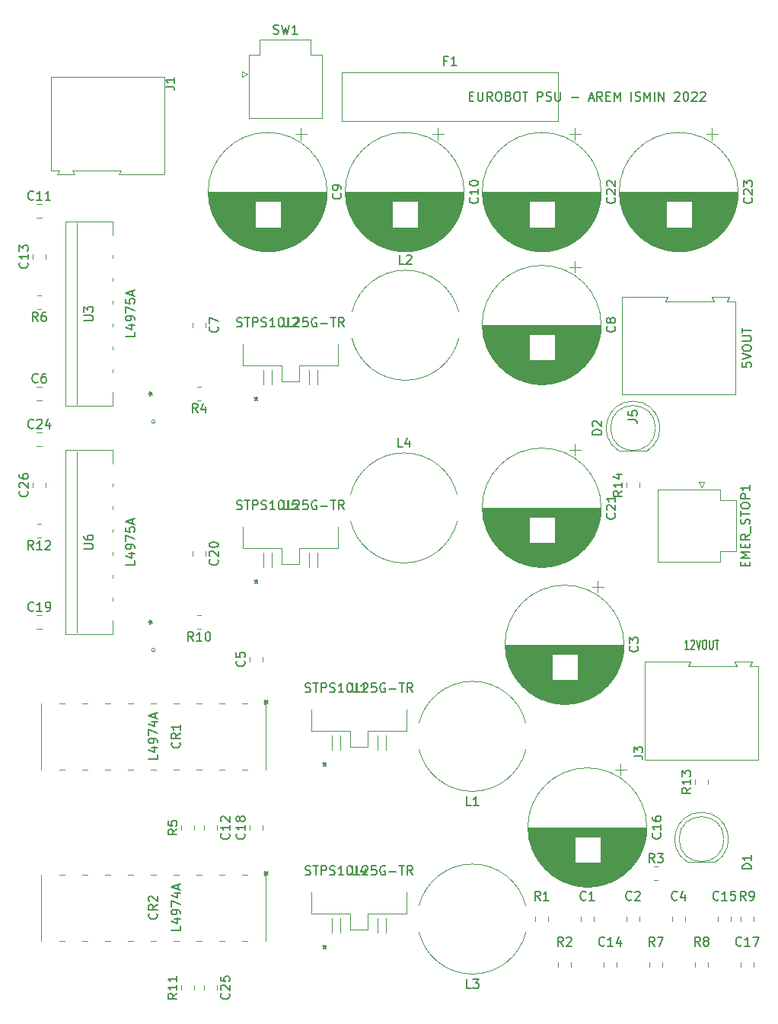
<source format=gbr>
%TF.GenerationSoftware,KiCad,Pcbnew,(6.0.1)*%
%TF.CreationDate,2022-02-20T14:47:32+01:00*%
%TF.ProjectId,PSU,5053552e-6b69-4636-9164-5f7063625858,rev?*%
%TF.SameCoordinates,Original*%
%TF.FileFunction,Legend,Top*%
%TF.FilePolarity,Positive*%
%FSLAX46Y46*%
G04 Gerber Fmt 4.6, Leading zero omitted, Abs format (unit mm)*
G04 Created by KiCad (PCBNEW (6.0.1)) date 2022-02-20 14:47:32*
%MOMM*%
%LPD*%
G01*
G04 APERTURE LIST*
%ADD10C,0.150000*%
%ADD11C,0.120000*%
G04 APERTURE END LIST*
D10*
X90006666Y-84272380D02*
X89606666Y-84272380D01*
X89806666Y-84272380D02*
X89806666Y-83272380D01*
X89740000Y-83415238D01*
X89673333Y-83510476D01*
X89606666Y-83558095D01*
X90273333Y-83367619D02*
X90306666Y-83320000D01*
X90373333Y-83272380D01*
X90540000Y-83272380D01*
X90606666Y-83320000D01*
X90640000Y-83367619D01*
X90673333Y-83462857D01*
X90673333Y-83558095D01*
X90640000Y-83700952D01*
X90240000Y-84272380D01*
X90673333Y-84272380D01*
X90873333Y-83272380D02*
X91106666Y-84272380D01*
X91340000Y-83272380D01*
X91706666Y-83272380D02*
X91840000Y-83272380D01*
X91906666Y-83320000D01*
X91973333Y-83415238D01*
X92006666Y-83605714D01*
X92006666Y-83939047D01*
X91973333Y-84129523D01*
X91906666Y-84224761D01*
X91840000Y-84272380D01*
X91706666Y-84272380D01*
X91640000Y-84224761D01*
X91573333Y-84129523D01*
X91540000Y-83939047D01*
X91540000Y-83605714D01*
X91573333Y-83415238D01*
X91640000Y-83320000D01*
X91706666Y-83272380D01*
X92306666Y-83272380D02*
X92306666Y-84081904D01*
X92340000Y-84177142D01*
X92373333Y-84224761D01*
X92440000Y-84272380D01*
X92573333Y-84272380D01*
X92640000Y-84224761D01*
X92673333Y-84177142D01*
X92706666Y-84081904D01*
X92706666Y-83272380D01*
X92940000Y-83272380D02*
X93340000Y-83272380D01*
X93140000Y-84272380D02*
X93140000Y-83272380D01*
X95972380Y-52419047D02*
X95972380Y-52895238D01*
X96448571Y-52942857D01*
X96400952Y-52895238D01*
X96353333Y-52800000D01*
X96353333Y-52561904D01*
X96400952Y-52466666D01*
X96448571Y-52419047D01*
X96543809Y-52371428D01*
X96781904Y-52371428D01*
X96877142Y-52419047D01*
X96924761Y-52466666D01*
X96972380Y-52561904D01*
X96972380Y-52800000D01*
X96924761Y-52895238D01*
X96877142Y-52942857D01*
X95972380Y-52085714D02*
X96972380Y-51752380D01*
X95972380Y-51419047D01*
X95972380Y-50895238D02*
X95972380Y-50704761D01*
X96020000Y-50609523D01*
X96115238Y-50514285D01*
X96305714Y-50466666D01*
X96639047Y-50466666D01*
X96829523Y-50514285D01*
X96924761Y-50609523D01*
X96972380Y-50704761D01*
X96972380Y-50895238D01*
X96924761Y-50990476D01*
X96829523Y-51085714D01*
X96639047Y-51133333D01*
X96305714Y-51133333D01*
X96115238Y-51085714D01*
X96020000Y-50990476D01*
X95972380Y-50895238D01*
X95972380Y-50038095D02*
X96781904Y-50038095D01*
X96877142Y-49990476D01*
X96924761Y-49942857D01*
X96972380Y-49847619D01*
X96972380Y-49657142D01*
X96924761Y-49561904D01*
X96877142Y-49514285D01*
X96781904Y-49466666D01*
X95972380Y-49466666D01*
X95972380Y-49133333D02*
X95972380Y-48561904D01*
X96972380Y-48847619D02*
X95972380Y-48847619D01*
X65644761Y-22788571D02*
X65978095Y-22788571D01*
X66120952Y-23312380D02*
X65644761Y-23312380D01*
X65644761Y-22312380D01*
X66120952Y-22312380D01*
X66549523Y-22312380D02*
X66549523Y-23121904D01*
X66597142Y-23217142D01*
X66644761Y-23264761D01*
X66740000Y-23312380D01*
X66930476Y-23312380D01*
X67025714Y-23264761D01*
X67073333Y-23217142D01*
X67120952Y-23121904D01*
X67120952Y-22312380D01*
X68168571Y-23312380D02*
X67835238Y-22836190D01*
X67597142Y-23312380D02*
X67597142Y-22312380D01*
X67978095Y-22312380D01*
X68073333Y-22360000D01*
X68120952Y-22407619D01*
X68168571Y-22502857D01*
X68168571Y-22645714D01*
X68120952Y-22740952D01*
X68073333Y-22788571D01*
X67978095Y-22836190D01*
X67597142Y-22836190D01*
X68787619Y-22312380D02*
X68978095Y-22312380D01*
X69073333Y-22360000D01*
X69168571Y-22455238D01*
X69216190Y-22645714D01*
X69216190Y-22979047D01*
X69168571Y-23169523D01*
X69073333Y-23264761D01*
X68978095Y-23312380D01*
X68787619Y-23312380D01*
X68692380Y-23264761D01*
X68597142Y-23169523D01*
X68549523Y-22979047D01*
X68549523Y-22645714D01*
X68597142Y-22455238D01*
X68692380Y-22360000D01*
X68787619Y-22312380D01*
X69978095Y-22788571D02*
X70120952Y-22836190D01*
X70168571Y-22883809D01*
X70216190Y-22979047D01*
X70216190Y-23121904D01*
X70168571Y-23217142D01*
X70120952Y-23264761D01*
X70025714Y-23312380D01*
X69644761Y-23312380D01*
X69644761Y-22312380D01*
X69978095Y-22312380D01*
X70073333Y-22360000D01*
X70120952Y-22407619D01*
X70168571Y-22502857D01*
X70168571Y-22598095D01*
X70120952Y-22693333D01*
X70073333Y-22740952D01*
X69978095Y-22788571D01*
X69644761Y-22788571D01*
X70835238Y-22312380D02*
X71025714Y-22312380D01*
X71120952Y-22360000D01*
X71216190Y-22455238D01*
X71263809Y-22645714D01*
X71263809Y-22979047D01*
X71216190Y-23169523D01*
X71120952Y-23264761D01*
X71025714Y-23312380D01*
X70835238Y-23312380D01*
X70740000Y-23264761D01*
X70644761Y-23169523D01*
X70597142Y-22979047D01*
X70597142Y-22645714D01*
X70644761Y-22455238D01*
X70740000Y-22360000D01*
X70835238Y-22312380D01*
X71549523Y-22312380D02*
X72120952Y-22312380D01*
X71835238Y-23312380D02*
X71835238Y-22312380D01*
X73216190Y-23312380D02*
X73216190Y-22312380D01*
X73597142Y-22312380D01*
X73692380Y-22360000D01*
X73740000Y-22407619D01*
X73787619Y-22502857D01*
X73787619Y-22645714D01*
X73740000Y-22740952D01*
X73692380Y-22788571D01*
X73597142Y-22836190D01*
X73216190Y-22836190D01*
X74168571Y-23264761D02*
X74311428Y-23312380D01*
X74549523Y-23312380D01*
X74644761Y-23264761D01*
X74692380Y-23217142D01*
X74740000Y-23121904D01*
X74740000Y-23026666D01*
X74692380Y-22931428D01*
X74644761Y-22883809D01*
X74549523Y-22836190D01*
X74359047Y-22788571D01*
X74263809Y-22740952D01*
X74216190Y-22693333D01*
X74168571Y-22598095D01*
X74168571Y-22502857D01*
X74216190Y-22407619D01*
X74263809Y-22360000D01*
X74359047Y-22312380D01*
X74597142Y-22312380D01*
X74740000Y-22360000D01*
X75168571Y-22312380D02*
X75168571Y-23121904D01*
X75216190Y-23217142D01*
X75263809Y-23264761D01*
X75359047Y-23312380D01*
X75549523Y-23312380D01*
X75644761Y-23264761D01*
X75692380Y-23217142D01*
X75740000Y-23121904D01*
X75740000Y-22312380D01*
X76978095Y-22931428D02*
X77740000Y-22931428D01*
X78930476Y-23026666D02*
X79406666Y-23026666D01*
X78835238Y-23312380D02*
X79168571Y-22312380D01*
X79501904Y-23312380D01*
X80406666Y-23312380D02*
X80073333Y-22836190D01*
X79835238Y-23312380D02*
X79835238Y-22312380D01*
X80216190Y-22312380D01*
X80311428Y-22360000D01*
X80359047Y-22407619D01*
X80406666Y-22502857D01*
X80406666Y-22645714D01*
X80359047Y-22740952D01*
X80311428Y-22788571D01*
X80216190Y-22836190D01*
X79835238Y-22836190D01*
X80835238Y-22788571D02*
X81168571Y-22788571D01*
X81311428Y-23312380D02*
X80835238Y-23312380D01*
X80835238Y-22312380D01*
X81311428Y-22312380D01*
X81740000Y-23312380D02*
X81740000Y-22312380D01*
X82073333Y-23026666D01*
X82406666Y-22312380D01*
X82406666Y-23312380D01*
X83644761Y-23312380D02*
X83644761Y-22312380D01*
X84073333Y-23264761D02*
X84216190Y-23312380D01*
X84454285Y-23312380D01*
X84549523Y-23264761D01*
X84597142Y-23217142D01*
X84644761Y-23121904D01*
X84644761Y-23026666D01*
X84597142Y-22931428D01*
X84549523Y-22883809D01*
X84454285Y-22836190D01*
X84263809Y-22788571D01*
X84168571Y-22740952D01*
X84120952Y-22693333D01*
X84073333Y-22598095D01*
X84073333Y-22502857D01*
X84120952Y-22407619D01*
X84168571Y-22360000D01*
X84263809Y-22312380D01*
X84501904Y-22312380D01*
X84644761Y-22360000D01*
X85073333Y-23312380D02*
X85073333Y-22312380D01*
X85406666Y-23026666D01*
X85740000Y-22312380D01*
X85740000Y-23312380D01*
X86216190Y-23312380D02*
X86216190Y-22312380D01*
X86692380Y-23312380D02*
X86692380Y-22312380D01*
X87263809Y-23312380D01*
X87263809Y-22312380D01*
X88454285Y-22407619D02*
X88501904Y-22360000D01*
X88597142Y-22312380D01*
X88835238Y-22312380D01*
X88930476Y-22360000D01*
X88978095Y-22407619D01*
X89025714Y-22502857D01*
X89025714Y-22598095D01*
X88978095Y-22740952D01*
X88406666Y-23312380D01*
X89025714Y-23312380D01*
X89644761Y-22312380D02*
X89740000Y-22312380D01*
X89835238Y-22360000D01*
X89882857Y-22407619D01*
X89930476Y-22502857D01*
X89978095Y-22693333D01*
X89978095Y-22931428D01*
X89930476Y-23121904D01*
X89882857Y-23217142D01*
X89835238Y-23264761D01*
X89740000Y-23312380D01*
X89644761Y-23312380D01*
X89549523Y-23264761D01*
X89501904Y-23217142D01*
X89454285Y-23121904D01*
X89406666Y-22931428D01*
X89406666Y-22693333D01*
X89454285Y-22502857D01*
X89501904Y-22407619D01*
X89549523Y-22360000D01*
X89644761Y-22312380D01*
X90359047Y-22407619D02*
X90406666Y-22360000D01*
X90501904Y-22312380D01*
X90740000Y-22312380D01*
X90835238Y-22360000D01*
X90882857Y-22407619D01*
X90930476Y-22502857D01*
X90930476Y-22598095D01*
X90882857Y-22740952D01*
X90311428Y-23312380D01*
X90930476Y-23312380D01*
X91311428Y-22407619D02*
X91359047Y-22360000D01*
X91454285Y-22312380D01*
X91692380Y-22312380D01*
X91787619Y-22360000D01*
X91835238Y-22407619D01*
X91882857Y-22502857D01*
X91882857Y-22598095D01*
X91835238Y-22740952D01*
X91263809Y-23312380D01*
X91882857Y-23312380D01*
%TO.C,SW1*%
X43826666Y-15824761D02*
X43969523Y-15872380D01*
X44207619Y-15872380D01*
X44302857Y-15824761D01*
X44350476Y-15777142D01*
X44398095Y-15681904D01*
X44398095Y-15586666D01*
X44350476Y-15491428D01*
X44302857Y-15443809D01*
X44207619Y-15396190D01*
X44017142Y-15348571D01*
X43921904Y-15300952D01*
X43874285Y-15253333D01*
X43826666Y-15158095D01*
X43826666Y-15062857D01*
X43874285Y-14967619D01*
X43921904Y-14920000D01*
X44017142Y-14872380D01*
X44255238Y-14872380D01*
X44398095Y-14920000D01*
X44731428Y-14872380D02*
X44969523Y-15872380D01*
X45160000Y-15158095D01*
X45350476Y-15872380D01*
X45588571Y-14872380D01*
X46493333Y-15872380D02*
X45921904Y-15872380D01*
X46207619Y-15872380D02*
X46207619Y-14872380D01*
X46112380Y-15015238D01*
X46017142Y-15110476D01*
X45921904Y-15158095D01*
%TO.C,C5*%
X40587142Y-85576666D02*
X40634761Y-85624285D01*
X40682380Y-85767142D01*
X40682380Y-85862380D01*
X40634761Y-86005238D01*
X40539523Y-86100476D01*
X40444285Y-86148095D01*
X40253809Y-86195714D01*
X40110952Y-86195714D01*
X39920476Y-86148095D01*
X39825238Y-86100476D01*
X39730000Y-86005238D01*
X39682380Y-85862380D01*
X39682380Y-85767142D01*
X39730000Y-85624285D01*
X39777619Y-85576666D01*
X39682380Y-84671904D02*
X39682380Y-85148095D01*
X40158571Y-85195714D01*
X40110952Y-85148095D01*
X40063333Y-85052857D01*
X40063333Y-84814761D01*
X40110952Y-84719523D01*
X40158571Y-84671904D01*
X40253809Y-84624285D01*
X40491904Y-84624285D01*
X40587142Y-84671904D01*
X40634761Y-84719523D01*
X40682380Y-84814761D01*
X40682380Y-85052857D01*
X40634761Y-85148095D01*
X40587142Y-85195714D01*
%TO.C,C15*%
X93337142Y-112117142D02*
X93289523Y-112164761D01*
X93146666Y-112212380D01*
X93051428Y-112212380D01*
X92908571Y-112164761D01*
X92813333Y-112069523D01*
X92765714Y-111974285D01*
X92718095Y-111783809D01*
X92718095Y-111640952D01*
X92765714Y-111450476D01*
X92813333Y-111355238D01*
X92908571Y-111260000D01*
X93051428Y-111212380D01*
X93146666Y-111212380D01*
X93289523Y-111260000D01*
X93337142Y-111307619D01*
X94289523Y-112212380D02*
X93718095Y-112212380D01*
X94003809Y-112212380D02*
X94003809Y-111212380D01*
X93908571Y-111355238D01*
X93813333Y-111450476D01*
X93718095Y-111498095D01*
X95194285Y-111212380D02*
X94718095Y-111212380D01*
X94670476Y-111688571D01*
X94718095Y-111640952D01*
X94813333Y-111593333D01*
X95051428Y-111593333D01*
X95146666Y-111640952D01*
X95194285Y-111688571D01*
X95241904Y-111783809D01*
X95241904Y-112021904D01*
X95194285Y-112117142D01*
X95146666Y-112164761D01*
X95051428Y-112212380D01*
X94813333Y-112212380D01*
X94718095Y-112164761D01*
X94670476Y-112117142D01*
%TO.C,R11*%
X33092380Y-122562857D02*
X32616190Y-122896190D01*
X33092380Y-123134285D02*
X32092380Y-123134285D01*
X32092380Y-122753333D01*
X32140000Y-122658095D01*
X32187619Y-122610476D01*
X32282857Y-122562857D01*
X32425714Y-122562857D01*
X32520952Y-122610476D01*
X32568571Y-122658095D01*
X32616190Y-122753333D01*
X32616190Y-123134285D01*
X33092380Y-121610476D02*
X33092380Y-122181904D01*
X33092380Y-121896190D02*
X32092380Y-121896190D01*
X32235238Y-121991428D01*
X32330476Y-122086666D01*
X32378095Y-122181904D01*
X33092380Y-120658095D02*
X33092380Y-121229523D01*
X33092380Y-120943809D02*
X32092380Y-120943809D01*
X32235238Y-121039047D01*
X32330476Y-121134285D01*
X32378095Y-121229523D01*
%TO.C,C3*%
X84307142Y-83946666D02*
X84354761Y-83994285D01*
X84402380Y-84137142D01*
X84402380Y-84232380D01*
X84354761Y-84375238D01*
X84259523Y-84470476D01*
X84164285Y-84518095D01*
X83973809Y-84565714D01*
X83830952Y-84565714D01*
X83640476Y-84518095D01*
X83545238Y-84470476D01*
X83450000Y-84375238D01*
X83402380Y-84232380D01*
X83402380Y-84137142D01*
X83450000Y-83994285D01*
X83497619Y-83946666D01*
X83402380Y-83613333D02*
X83402380Y-82994285D01*
X83783333Y-83327619D01*
X83783333Y-83184761D01*
X83830952Y-83089523D01*
X83878571Y-83041904D01*
X83973809Y-82994285D01*
X84211904Y-82994285D01*
X84307142Y-83041904D01*
X84354761Y-83089523D01*
X84402380Y-83184761D01*
X84402380Y-83470476D01*
X84354761Y-83565714D01*
X84307142Y-83613333D01*
%TO.C,J1*%
X31842380Y-21733333D02*
X32556666Y-21733333D01*
X32699523Y-21780952D01*
X32794761Y-21876190D01*
X32842380Y-22019047D01*
X32842380Y-22114285D01*
X32842380Y-20733333D02*
X32842380Y-21304761D01*
X32842380Y-21019047D02*
X31842380Y-21019047D01*
X31985238Y-21114285D01*
X32080476Y-21209523D01*
X32128095Y-21304761D01*
%TO.C,L4*%
X58173333Y-61782380D02*
X57697142Y-61782380D01*
X57697142Y-60782380D01*
X58935238Y-61115714D02*
X58935238Y-61782380D01*
X58697142Y-60734761D02*
X58459047Y-61449047D01*
X59078095Y-61449047D01*
%TO.C,C25*%
X38867142Y-122562857D02*
X38914761Y-122610476D01*
X38962380Y-122753333D01*
X38962380Y-122848571D01*
X38914761Y-122991428D01*
X38819523Y-123086666D01*
X38724285Y-123134285D01*
X38533809Y-123181904D01*
X38390952Y-123181904D01*
X38200476Y-123134285D01*
X38105238Y-123086666D01*
X38010000Y-122991428D01*
X37962380Y-122848571D01*
X37962380Y-122753333D01*
X38010000Y-122610476D01*
X38057619Y-122562857D01*
X38057619Y-122181904D02*
X38010000Y-122134285D01*
X37962380Y-122039047D01*
X37962380Y-121800952D01*
X38010000Y-121705714D01*
X38057619Y-121658095D01*
X38152857Y-121610476D01*
X38248095Y-121610476D01*
X38390952Y-121658095D01*
X38962380Y-122229523D01*
X38962380Y-121610476D01*
X37962380Y-120705714D02*
X37962380Y-121181904D01*
X38438571Y-121229523D01*
X38390952Y-121181904D01*
X38343333Y-121086666D01*
X38343333Y-120848571D01*
X38390952Y-120753333D01*
X38438571Y-120705714D01*
X38533809Y-120658095D01*
X38771904Y-120658095D01*
X38867142Y-120705714D01*
X38914761Y-120753333D01*
X38962380Y-120848571D01*
X38962380Y-121086666D01*
X38914761Y-121181904D01*
X38867142Y-121229523D01*
%TO.C,C23*%
X97007142Y-34082857D02*
X97054761Y-34130476D01*
X97102380Y-34273333D01*
X97102380Y-34368571D01*
X97054761Y-34511428D01*
X96959523Y-34606666D01*
X96864285Y-34654285D01*
X96673809Y-34701904D01*
X96530952Y-34701904D01*
X96340476Y-34654285D01*
X96245238Y-34606666D01*
X96150000Y-34511428D01*
X96102380Y-34368571D01*
X96102380Y-34273333D01*
X96150000Y-34130476D01*
X96197619Y-34082857D01*
X96197619Y-33701904D02*
X96150000Y-33654285D01*
X96102380Y-33559047D01*
X96102380Y-33320952D01*
X96150000Y-33225714D01*
X96197619Y-33178095D01*
X96292857Y-33130476D01*
X96388095Y-33130476D01*
X96530952Y-33178095D01*
X97102380Y-33749523D01*
X97102380Y-33130476D01*
X96102380Y-32797142D02*
X96102380Y-32178095D01*
X96483333Y-32511428D01*
X96483333Y-32368571D01*
X96530952Y-32273333D01*
X96578571Y-32225714D01*
X96673809Y-32178095D01*
X96911904Y-32178095D01*
X97007142Y-32225714D01*
X97054761Y-32273333D01*
X97102380Y-32368571D01*
X97102380Y-32654285D01*
X97054761Y-32749523D01*
X97007142Y-32797142D01*
%TO.C,R5*%
X33092380Y-104306666D02*
X32616190Y-104640000D01*
X33092380Y-104878095D02*
X32092380Y-104878095D01*
X32092380Y-104497142D01*
X32140000Y-104401904D01*
X32187619Y-104354285D01*
X32282857Y-104306666D01*
X32425714Y-104306666D01*
X32520952Y-104354285D01*
X32568571Y-104401904D01*
X32616190Y-104497142D01*
X32616190Y-104878095D01*
X32092380Y-103401904D02*
X32092380Y-103878095D01*
X32568571Y-103925714D01*
X32520952Y-103878095D01*
X32473333Y-103782857D01*
X32473333Y-103544761D01*
X32520952Y-103449523D01*
X32568571Y-103401904D01*
X32663809Y-103354285D01*
X32901904Y-103354285D01*
X32997142Y-103401904D01*
X33044761Y-103449523D01*
X33092380Y-103544761D01*
X33092380Y-103782857D01*
X33044761Y-103878095D01*
X32997142Y-103925714D01*
%TO.C,U4*%
X52578095Y-108380280D02*
X52578095Y-109189804D01*
X52625714Y-109285042D01*
X52673333Y-109332661D01*
X52768571Y-109380280D01*
X52959047Y-109380280D01*
X53054285Y-109332661D01*
X53101904Y-109285042D01*
X53149523Y-109189804D01*
X53149523Y-108380280D01*
X54054285Y-108713614D02*
X54054285Y-109380280D01*
X53816190Y-108332661D02*
X53578095Y-109046947D01*
X54197142Y-109046947D01*
X47387619Y-109332661D02*
X47530476Y-109380280D01*
X47768571Y-109380280D01*
X47863809Y-109332661D01*
X47911428Y-109285042D01*
X47959047Y-109189804D01*
X47959047Y-109094566D01*
X47911428Y-108999328D01*
X47863809Y-108951709D01*
X47768571Y-108904090D01*
X47578095Y-108856471D01*
X47482857Y-108808852D01*
X47435238Y-108761233D01*
X47387619Y-108665995D01*
X47387619Y-108570757D01*
X47435238Y-108475519D01*
X47482857Y-108427900D01*
X47578095Y-108380280D01*
X47816190Y-108380280D01*
X47959047Y-108427900D01*
X48244761Y-108380280D02*
X48816190Y-108380280D01*
X48530476Y-109380280D02*
X48530476Y-108380280D01*
X49149523Y-109380280D02*
X49149523Y-108380280D01*
X49530476Y-108380280D01*
X49625714Y-108427900D01*
X49673333Y-108475519D01*
X49720952Y-108570757D01*
X49720952Y-108713614D01*
X49673333Y-108808852D01*
X49625714Y-108856471D01*
X49530476Y-108904090D01*
X49149523Y-108904090D01*
X50101904Y-109332661D02*
X50244761Y-109380280D01*
X50482857Y-109380280D01*
X50578095Y-109332661D01*
X50625714Y-109285042D01*
X50673333Y-109189804D01*
X50673333Y-109094566D01*
X50625714Y-108999328D01*
X50578095Y-108951709D01*
X50482857Y-108904090D01*
X50292380Y-108856471D01*
X50197142Y-108808852D01*
X50149523Y-108761233D01*
X50101904Y-108665995D01*
X50101904Y-108570757D01*
X50149523Y-108475519D01*
X50197142Y-108427900D01*
X50292380Y-108380280D01*
X50530476Y-108380280D01*
X50673333Y-108427900D01*
X51625714Y-109380280D02*
X51054285Y-109380280D01*
X51340000Y-109380280D02*
X51340000Y-108380280D01*
X51244761Y-108523138D01*
X51149523Y-108618376D01*
X51054285Y-108665995D01*
X52244761Y-108380280D02*
X52340000Y-108380280D01*
X52435238Y-108427900D01*
X52482857Y-108475519D01*
X52530476Y-108570757D01*
X52578095Y-108761233D01*
X52578095Y-108999328D01*
X52530476Y-109189804D01*
X52482857Y-109285042D01*
X52435238Y-109332661D01*
X52340000Y-109380280D01*
X52244761Y-109380280D01*
X52149523Y-109332661D01*
X52101904Y-109285042D01*
X52054285Y-109189804D01*
X52006666Y-108999328D01*
X52006666Y-108761233D01*
X52054285Y-108570757D01*
X52101904Y-108475519D01*
X52149523Y-108427900D01*
X52244761Y-108380280D01*
X53482857Y-109380280D02*
X53006666Y-109380280D01*
X53006666Y-108380280D01*
X53768571Y-108475519D02*
X53816190Y-108427900D01*
X53911428Y-108380280D01*
X54149523Y-108380280D01*
X54244761Y-108427900D01*
X54292380Y-108475519D01*
X54340000Y-108570757D01*
X54340000Y-108665995D01*
X54292380Y-108808852D01*
X53720952Y-109380280D01*
X54340000Y-109380280D01*
X55244761Y-108380280D02*
X54768571Y-108380280D01*
X54720952Y-108856471D01*
X54768571Y-108808852D01*
X54863809Y-108761233D01*
X55101904Y-108761233D01*
X55197142Y-108808852D01*
X55244761Y-108856471D01*
X55292380Y-108951709D01*
X55292380Y-109189804D01*
X55244761Y-109285042D01*
X55197142Y-109332661D01*
X55101904Y-109380280D01*
X54863809Y-109380280D01*
X54768571Y-109332661D01*
X54720952Y-109285042D01*
X56244761Y-108427900D02*
X56149523Y-108380280D01*
X56006666Y-108380280D01*
X55863809Y-108427900D01*
X55768571Y-108523138D01*
X55720952Y-108618376D01*
X55673333Y-108808852D01*
X55673333Y-108951709D01*
X55720952Y-109142185D01*
X55768571Y-109237423D01*
X55863809Y-109332661D01*
X56006666Y-109380280D01*
X56101904Y-109380280D01*
X56244761Y-109332661D01*
X56292380Y-109285042D01*
X56292380Y-108951709D01*
X56101904Y-108951709D01*
X56720952Y-108999328D02*
X57482857Y-108999328D01*
X57816190Y-108380280D02*
X58387619Y-108380280D01*
X58101904Y-109380280D02*
X58101904Y-108380280D01*
X59292380Y-109380280D02*
X58959047Y-108904090D01*
X58720952Y-109380280D02*
X58720952Y-108380280D01*
X59101904Y-108380280D01*
X59197142Y-108427900D01*
X59244761Y-108475519D01*
X59292380Y-108570757D01*
X59292380Y-108713614D01*
X59244761Y-108808852D01*
X59197142Y-108856471D01*
X59101904Y-108904090D01*
X58720952Y-108904090D01*
X49530000Y-117143280D02*
X49530000Y-117381376D01*
X49291904Y-117286138D02*
X49530000Y-117381376D01*
X49768095Y-117286138D01*
X49387142Y-117571852D02*
X49530000Y-117381376D01*
X49672857Y-117571852D01*
X49530000Y-117143280D02*
X49530000Y-117381376D01*
X49291904Y-117286138D02*
X49530000Y-117381376D01*
X49768095Y-117286138D01*
X49387142Y-117571852D02*
X49530000Y-117381376D01*
X49672857Y-117571852D01*
%TO.C,C12*%
X38867142Y-104782857D02*
X38914761Y-104830476D01*
X38962380Y-104973333D01*
X38962380Y-105068571D01*
X38914761Y-105211428D01*
X38819523Y-105306666D01*
X38724285Y-105354285D01*
X38533809Y-105401904D01*
X38390952Y-105401904D01*
X38200476Y-105354285D01*
X38105238Y-105306666D01*
X38010000Y-105211428D01*
X37962380Y-105068571D01*
X37962380Y-104973333D01*
X38010000Y-104830476D01*
X38057619Y-104782857D01*
X38962380Y-103830476D02*
X38962380Y-104401904D01*
X38962380Y-104116190D02*
X37962380Y-104116190D01*
X38105238Y-104211428D01*
X38200476Y-104306666D01*
X38248095Y-104401904D01*
X38057619Y-103449523D02*
X38010000Y-103401904D01*
X37962380Y-103306666D01*
X37962380Y-103068571D01*
X38010000Y-102973333D01*
X38057619Y-102925714D01*
X38152857Y-102878095D01*
X38248095Y-102878095D01*
X38390952Y-102925714D01*
X38962380Y-103497142D01*
X38962380Y-102878095D01*
%TO.C,C24*%
X17137142Y-59637142D02*
X17089523Y-59684761D01*
X16946666Y-59732380D01*
X16851428Y-59732380D01*
X16708571Y-59684761D01*
X16613333Y-59589523D01*
X16565714Y-59494285D01*
X16518095Y-59303809D01*
X16518095Y-59160952D01*
X16565714Y-58970476D01*
X16613333Y-58875238D01*
X16708571Y-58780000D01*
X16851428Y-58732380D01*
X16946666Y-58732380D01*
X17089523Y-58780000D01*
X17137142Y-58827619D01*
X17518095Y-58827619D02*
X17565714Y-58780000D01*
X17660952Y-58732380D01*
X17899047Y-58732380D01*
X17994285Y-58780000D01*
X18041904Y-58827619D01*
X18089523Y-58922857D01*
X18089523Y-59018095D01*
X18041904Y-59160952D01*
X17470476Y-59732380D01*
X18089523Y-59732380D01*
X18946666Y-59065714D02*
X18946666Y-59732380D01*
X18708571Y-58684761D02*
X18470476Y-59399047D01*
X19089523Y-59399047D01*
%TO.C,CR2*%
X30837142Y-113696666D02*
X30884761Y-113744285D01*
X30932380Y-113887142D01*
X30932380Y-113982380D01*
X30884761Y-114125238D01*
X30789523Y-114220476D01*
X30694285Y-114268095D01*
X30503809Y-114315714D01*
X30360952Y-114315714D01*
X30170476Y-114268095D01*
X30075238Y-114220476D01*
X29980000Y-114125238D01*
X29932380Y-113982380D01*
X29932380Y-113887142D01*
X29980000Y-113744285D01*
X30027619Y-113696666D01*
X30932380Y-112696666D02*
X30456190Y-113030000D01*
X30932380Y-113268095D02*
X29932380Y-113268095D01*
X29932380Y-112887142D01*
X29980000Y-112791904D01*
X30027619Y-112744285D01*
X30122857Y-112696666D01*
X30265714Y-112696666D01*
X30360952Y-112744285D01*
X30408571Y-112791904D01*
X30456190Y-112887142D01*
X30456190Y-113268095D01*
X30027619Y-112315714D02*
X29980000Y-112268095D01*
X29932380Y-112172857D01*
X29932380Y-111934761D01*
X29980000Y-111839523D01*
X30027619Y-111791904D01*
X30122857Y-111744285D01*
X30218095Y-111744285D01*
X30360952Y-111791904D01*
X30932380Y-112363333D01*
X30932380Y-111744285D01*
X33472380Y-115053809D02*
X33472380Y-115530000D01*
X32472380Y-115530000D01*
X32805714Y-114291904D02*
X33472380Y-114291904D01*
X32424761Y-114530000D02*
X33139047Y-114768095D01*
X33139047Y-114149047D01*
X33472380Y-113720476D02*
X33472380Y-113530000D01*
X33424761Y-113434761D01*
X33377142Y-113387142D01*
X33234285Y-113291904D01*
X33043809Y-113244285D01*
X32662857Y-113244285D01*
X32567619Y-113291904D01*
X32520000Y-113339523D01*
X32472380Y-113434761D01*
X32472380Y-113625238D01*
X32520000Y-113720476D01*
X32567619Y-113768095D01*
X32662857Y-113815714D01*
X32900952Y-113815714D01*
X32996190Y-113768095D01*
X33043809Y-113720476D01*
X33091428Y-113625238D01*
X33091428Y-113434761D01*
X33043809Y-113339523D01*
X32996190Y-113291904D01*
X32900952Y-113244285D01*
X32472380Y-112910952D02*
X32472380Y-112244285D01*
X33472380Y-112672857D01*
X32805714Y-111434761D02*
X33472380Y-111434761D01*
X32424761Y-111672857D02*
X33139047Y-111910952D01*
X33139047Y-111291904D01*
X33186666Y-110958571D02*
X33186666Y-110482380D01*
X33472380Y-111053809D02*
X32472380Y-110720476D01*
X33472380Y-110387142D01*
X42759380Y-109220000D02*
X42997476Y-109220000D01*
X42902238Y-109458095D02*
X42997476Y-109220000D01*
X42902238Y-108981904D01*
X43187952Y-109362857D02*
X42997476Y-109220000D01*
X43187952Y-109077142D01*
X42759380Y-109220000D02*
X42997476Y-109220000D01*
X42902238Y-109458095D02*
X42997476Y-109220000D01*
X42902238Y-108981904D01*
X43187952Y-109362857D02*
X42997476Y-109220000D01*
X43187952Y-109077142D01*
%TO.C,R1*%
X73493333Y-112212380D02*
X73160000Y-111736190D01*
X72921904Y-112212380D02*
X72921904Y-111212380D01*
X73302857Y-111212380D01*
X73398095Y-111260000D01*
X73445714Y-111307619D01*
X73493333Y-111402857D01*
X73493333Y-111545714D01*
X73445714Y-111640952D01*
X73398095Y-111688571D01*
X73302857Y-111736190D01*
X72921904Y-111736190D01*
X74445714Y-112212380D02*
X73874285Y-112212380D01*
X74160000Y-112212380D02*
X74160000Y-111212380D01*
X74064761Y-111355238D01*
X73969523Y-111450476D01*
X73874285Y-111498095D01*
%TO.C,C17*%
X95877142Y-117197142D02*
X95829523Y-117244761D01*
X95686666Y-117292380D01*
X95591428Y-117292380D01*
X95448571Y-117244761D01*
X95353333Y-117149523D01*
X95305714Y-117054285D01*
X95258095Y-116863809D01*
X95258095Y-116720952D01*
X95305714Y-116530476D01*
X95353333Y-116435238D01*
X95448571Y-116340000D01*
X95591428Y-116292380D01*
X95686666Y-116292380D01*
X95829523Y-116340000D01*
X95877142Y-116387619D01*
X96829523Y-117292380D02*
X96258095Y-117292380D01*
X96543809Y-117292380D02*
X96543809Y-116292380D01*
X96448571Y-116435238D01*
X96353333Y-116530476D01*
X96258095Y-116578095D01*
X97162857Y-116292380D02*
X97829523Y-116292380D01*
X97400952Y-117292380D01*
%TO.C,U5*%
X44958095Y-67740280D02*
X44958095Y-68549804D01*
X45005714Y-68645042D01*
X45053333Y-68692661D01*
X45148571Y-68740280D01*
X45339047Y-68740280D01*
X45434285Y-68692661D01*
X45481904Y-68645042D01*
X45529523Y-68549804D01*
X45529523Y-67740280D01*
X46481904Y-67740280D02*
X46005714Y-67740280D01*
X45958095Y-68216471D01*
X46005714Y-68168852D01*
X46100952Y-68121233D01*
X46339047Y-68121233D01*
X46434285Y-68168852D01*
X46481904Y-68216471D01*
X46529523Y-68311709D01*
X46529523Y-68549804D01*
X46481904Y-68645042D01*
X46434285Y-68692661D01*
X46339047Y-68740280D01*
X46100952Y-68740280D01*
X46005714Y-68692661D01*
X45958095Y-68645042D01*
X39767619Y-68692661D02*
X39910476Y-68740280D01*
X40148571Y-68740280D01*
X40243809Y-68692661D01*
X40291428Y-68645042D01*
X40339047Y-68549804D01*
X40339047Y-68454566D01*
X40291428Y-68359328D01*
X40243809Y-68311709D01*
X40148571Y-68264090D01*
X39958095Y-68216471D01*
X39862857Y-68168852D01*
X39815238Y-68121233D01*
X39767619Y-68025995D01*
X39767619Y-67930757D01*
X39815238Y-67835519D01*
X39862857Y-67787900D01*
X39958095Y-67740280D01*
X40196190Y-67740280D01*
X40339047Y-67787900D01*
X40624761Y-67740280D02*
X41196190Y-67740280D01*
X40910476Y-68740280D02*
X40910476Y-67740280D01*
X41529523Y-68740280D02*
X41529523Y-67740280D01*
X41910476Y-67740280D01*
X42005714Y-67787900D01*
X42053333Y-67835519D01*
X42100952Y-67930757D01*
X42100952Y-68073614D01*
X42053333Y-68168852D01*
X42005714Y-68216471D01*
X41910476Y-68264090D01*
X41529523Y-68264090D01*
X42481904Y-68692661D02*
X42624761Y-68740280D01*
X42862857Y-68740280D01*
X42958095Y-68692661D01*
X43005714Y-68645042D01*
X43053333Y-68549804D01*
X43053333Y-68454566D01*
X43005714Y-68359328D01*
X42958095Y-68311709D01*
X42862857Y-68264090D01*
X42672380Y-68216471D01*
X42577142Y-68168852D01*
X42529523Y-68121233D01*
X42481904Y-68025995D01*
X42481904Y-67930757D01*
X42529523Y-67835519D01*
X42577142Y-67787900D01*
X42672380Y-67740280D01*
X42910476Y-67740280D01*
X43053333Y-67787900D01*
X44005714Y-68740280D02*
X43434285Y-68740280D01*
X43720000Y-68740280D02*
X43720000Y-67740280D01*
X43624761Y-67883138D01*
X43529523Y-67978376D01*
X43434285Y-68025995D01*
X44624761Y-67740280D02*
X44720000Y-67740280D01*
X44815238Y-67787900D01*
X44862857Y-67835519D01*
X44910476Y-67930757D01*
X44958095Y-68121233D01*
X44958095Y-68359328D01*
X44910476Y-68549804D01*
X44862857Y-68645042D01*
X44815238Y-68692661D01*
X44720000Y-68740280D01*
X44624761Y-68740280D01*
X44529523Y-68692661D01*
X44481904Y-68645042D01*
X44434285Y-68549804D01*
X44386666Y-68359328D01*
X44386666Y-68121233D01*
X44434285Y-67930757D01*
X44481904Y-67835519D01*
X44529523Y-67787900D01*
X44624761Y-67740280D01*
X45862857Y-68740280D02*
X45386666Y-68740280D01*
X45386666Y-67740280D01*
X46148571Y-67835519D02*
X46196190Y-67787900D01*
X46291428Y-67740280D01*
X46529523Y-67740280D01*
X46624761Y-67787900D01*
X46672380Y-67835519D01*
X46720000Y-67930757D01*
X46720000Y-68025995D01*
X46672380Y-68168852D01*
X46100952Y-68740280D01*
X46720000Y-68740280D01*
X47624761Y-67740280D02*
X47148571Y-67740280D01*
X47100952Y-68216471D01*
X47148571Y-68168852D01*
X47243809Y-68121233D01*
X47481904Y-68121233D01*
X47577142Y-68168852D01*
X47624761Y-68216471D01*
X47672380Y-68311709D01*
X47672380Y-68549804D01*
X47624761Y-68645042D01*
X47577142Y-68692661D01*
X47481904Y-68740280D01*
X47243809Y-68740280D01*
X47148571Y-68692661D01*
X47100952Y-68645042D01*
X48624761Y-67787900D02*
X48529523Y-67740280D01*
X48386666Y-67740280D01*
X48243809Y-67787900D01*
X48148571Y-67883138D01*
X48100952Y-67978376D01*
X48053333Y-68168852D01*
X48053333Y-68311709D01*
X48100952Y-68502185D01*
X48148571Y-68597423D01*
X48243809Y-68692661D01*
X48386666Y-68740280D01*
X48481904Y-68740280D01*
X48624761Y-68692661D01*
X48672380Y-68645042D01*
X48672380Y-68311709D01*
X48481904Y-68311709D01*
X49100952Y-68359328D02*
X49862857Y-68359328D01*
X50196190Y-67740280D02*
X50767619Y-67740280D01*
X50481904Y-68740280D02*
X50481904Y-67740280D01*
X51672380Y-68740280D02*
X51339047Y-68264090D01*
X51100952Y-68740280D02*
X51100952Y-67740280D01*
X51481904Y-67740280D01*
X51577142Y-67787900D01*
X51624761Y-67835519D01*
X51672380Y-67930757D01*
X51672380Y-68073614D01*
X51624761Y-68168852D01*
X51577142Y-68216471D01*
X51481904Y-68264090D01*
X51100952Y-68264090D01*
X41910000Y-76503280D02*
X41910000Y-76741376D01*
X41671904Y-76646138D02*
X41910000Y-76741376D01*
X42148095Y-76646138D01*
X41767142Y-76931852D02*
X41910000Y-76741376D01*
X42052857Y-76931852D01*
X41910000Y-76503280D02*
X41910000Y-76741376D01*
X41671904Y-76646138D02*
X41910000Y-76741376D01*
X42148095Y-76646138D01*
X41767142Y-76931852D02*
X41910000Y-76741376D01*
X42052857Y-76931852D01*
%TO.C,C10*%
X66527142Y-34082857D02*
X66574761Y-34130476D01*
X66622380Y-34273333D01*
X66622380Y-34368571D01*
X66574761Y-34511428D01*
X66479523Y-34606666D01*
X66384285Y-34654285D01*
X66193809Y-34701904D01*
X66050952Y-34701904D01*
X65860476Y-34654285D01*
X65765238Y-34606666D01*
X65670000Y-34511428D01*
X65622380Y-34368571D01*
X65622380Y-34273333D01*
X65670000Y-34130476D01*
X65717619Y-34082857D01*
X66622380Y-33130476D02*
X66622380Y-33701904D01*
X66622380Y-33416190D02*
X65622380Y-33416190D01*
X65765238Y-33511428D01*
X65860476Y-33606666D01*
X65908095Y-33701904D01*
X65622380Y-32511428D02*
X65622380Y-32416190D01*
X65670000Y-32320952D01*
X65717619Y-32273333D01*
X65812857Y-32225714D01*
X66003333Y-32178095D01*
X66241428Y-32178095D01*
X66431904Y-32225714D01*
X66527142Y-32273333D01*
X66574761Y-32320952D01*
X66622380Y-32416190D01*
X66622380Y-32511428D01*
X66574761Y-32606666D01*
X66527142Y-32654285D01*
X66431904Y-32701904D01*
X66241428Y-32749523D01*
X66003333Y-32749523D01*
X65812857Y-32701904D01*
X65717619Y-32654285D01*
X65670000Y-32606666D01*
X65622380Y-32511428D01*
%TO.C,C11*%
X17137142Y-34237142D02*
X17089523Y-34284761D01*
X16946666Y-34332380D01*
X16851428Y-34332380D01*
X16708571Y-34284761D01*
X16613333Y-34189523D01*
X16565714Y-34094285D01*
X16518095Y-33903809D01*
X16518095Y-33760952D01*
X16565714Y-33570476D01*
X16613333Y-33475238D01*
X16708571Y-33380000D01*
X16851428Y-33332380D01*
X16946666Y-33332380D01*
X17089523Y-33380000D01*
X17137142Y-33427619D01*
X18089523Y-34332380D02*
X17518095Y-34332380D01*
X17803809Y-34332380D02*
X17803809Y-33332380D01*
X17708571Y-33475238D01*
X17613333Y-33570476D01*
X17518095Y-33618095D01*
X19041904Y-34332380D02*
X18470476Y-34332380D01*
X18756190Y-34332380D02*
X18756190Y-33332380D01*
X18660952Y-33475238D01*
X18565714Y-33570476D01*
X18470476Y-33618095D01*
%TO.C,J5*%
X83272380Y-58753333D02*
X83986666Y-58753333D01*
X84129523Y-58800952D01*
X84224761Y-58896190D01*
X84272380Y-59039047D01*
X84272380Y-59134285D01*
X83272380Y-57800952D02*
X83272380Y-58277142D01*
X83748571Y-58324761D01*
X83700952Y-58277142D01*
X83653333Y-58181904D01*
X83653333Y-57943809D01*
X83700952Y-57848571D01*
X83748571Y-57800952D01*
X83843809Y-57753333D01*
X84081904Y-57753333D01*
X84177142Y-57800952D01*
X84224761Y-57848571D01*
X84272380Y-57943809D01*
X84272380Y-58181904D01*
X84224761Y-58277142D01*
X84177142Y-58324761D01*
%TO.C,C7*%
X37597142Y-48426666D02*
X37644761Y-48474285D01*
X37692380Y-48617142D01*
X37692380Y-48712380D01*
X37644761Y-48855238D01*
X37549523Y-48950476D01*
X37454285Y-48998095D01*
X37263809Y-49045714D01*
X37120952Y-49045714D01*
X36930476Y-48998095D01*
X36835238Y-48950476D01*
X36740000Y-48855238D01*
X36692380Y-48712380D01*
X36692380Y-48617142D01*
X36740000Y-48474285D01*
X36787619Y-48426666D01*
X36692380Y-48093333D02*
X36692380Y-47426666D01*
X37692380Y-47855238D01*
%TO.C,CR1*%
X33377142Y-94646666D02*
X33424761Y-94694285D01*
X33472380Y-94837142D01*
X33472380Y-94932380D01*
X33424761Y-95075238D01*
X33329523Y-95170476D01*
X33234285Y-95218095D01*
X33043809Y-95265714D01*
X32900952Y-95265714D01*
X32710476Y-95218095D01*
X32615238Y-95170476D01*
X32520000Y-95075238D01*
X32472380Y-94932380D01*
X32472380Y-94837142D01*
X32520000Y-94694285D01*
X32567619Y-94646666D01*
X33472380Y-93646666D02*
X32996190Y-93980000D01*
X33472380Y-94218095D02*
X32472380Y-94218095D01*
X32472380Y-93837142D01*
X32520000Y-93741904D01*
X32567619Y-93694285D01*
X32662857Y-93646666D01*
X32805714Y-93646666D01*
X32900952Y-93694285D01*
X32948571Y-93741904D01*
X32996190Y-93837142D01*
X32996190Y-94218095D01*
X33472380Y-92694285D02*
X33472380Y-93265714D01*
X33472380Y-92980000D02*
X32472380Y-92980000D01*
X32615238Y-93075238D01*
X32710476Y-93170476D01*
X32758095Y-93265714D01*
X30932380Y-96003809D02*
X30932380Y-96480000D01*
X29932380Y-96480000D01*
X30265714Y-95241904D02*
X30932380Y-95241904D01*
X29884761Y-95480000D02*
X30599047Y-95718095D01*
X30599047Y-95099047D01*
X30932380Y-94670476D02*
X30932380Y-94480000D01*
X30884761Y-94384761D01*
X30837142Y-94337142D01*
X30694285Y-94241904D01*
X30503809Y-94194285D01*
X30122857Y-94194285D01*
X30027619Y-94241904D01*
X29980000Y-94289523D01*
X29932380Y-94384761D01*
X29932380Y-94575238D01*
X29980000Y-94670476D01*
X30027619Y-94718095D01*
X30122857Y-94765714D01*
X30360952Y-94765714D01*
X30456190Y-94718095D01*
X30503809Y-94670476D01*
X30551428Y-94575238D01*
X30551428Y-94384761D01*
X30503809Y-94289523D01*
X30456190Y-94241904D01*
X30360952Y-94194285D01*
X29932380Y-93860952D02*
X29932380Y-93194285D01*
X30932380Y-93622857D01*
X30265714Y-92384761D02*
X30932380Y-92384761D01*
X29884761Y-92622857D02*
X30599047Y-92860952D01*
X30599047Y-92241904D01*
X30646666Y-91908571D02*
X30646666Y-91432380D01*
X30932380Y-92003809D02*
X29932380Y-91670476D01*
X30932380Y-91337142D01*
X42759380Y-90170000D02*
X42997476Y-90170000D01*
X42902238Y-90408095D02*
X42997476Y-90170000D01*
X42902238Y-89931904D01*
X43187952Y-90312857D02*
X42997476Y-90170000D01*
X43187952Y-90027142D01*
X42759380Y-90170000D02*
X42997476Y-90170000D01*
X42902238Y-90408095D02*
X42997476Y-90170000D01*
X42902238Y-89931904D01*
X43187952Y-90312857D02*
X42997476Y-90170000D01*
X43187952Y-90027142D01*
%TO.C,C20*%
X37597142Y-74302857D02*
X37644761Y-74350476D01*
X37692380Y-74493333D01*
X37692380Y-74588571D01*
X37644761Y-74731428D01*
X37549523Y-74826666D01*
X37454285Y-74874285D01*
X37263809Y-74921904D01*
X37120952Y-74921904D01*
X36930476Y-74874285D01*
X36835238Y-74826666D01*
X36740000Y-74731428D01*
X36692380Y-74588571D01*
X36692380Y-74493333D01*
X36740000Y-74350476D01*
X36787619Y-74302857D01*
X36787619Y-73921904D02*
X36740000Y-73874285D01*
X36692380Y-73779047D01*
X36692380Y-73540952D01*
X36740000Y-73445714D01*
X36787619Y-73398095D01*
X36882857Y-73350476D01*
X36978095Y-73350476D01*
X37120952Y-73398095D01*
X37692380Y-73969523D01*
X37692380Y-73350476D01*
X36692380Y-72731428D02*
X36692380Y-72636190D01*
X36740000Y-72540952D01*
X36787619Y-72493333D01*
X36882857Y-72445714D01*
X37073333Y-72398095D01*
X37311428Y-72398095D01*
X37501904Y-72445714D01*
X37597142Y-72493333D01*
X37644761Y-72540952D01*
X37692380Y-72636190D01*
X37692380Y-72731428D01*
X37644761Y-72826666D01*
X37597142Y-72874285D01*
X37501904Y-72921904D01*
X37311428Y-72969523D01*
X37073333Y-72969523D01*
X36882857Y-72921904D01*
X36787619Y-72874285D01*
X36740000Y-72826666D01*
X36692380Y-72731428D01*
%TO.C,R6*%
X17613333Y-47822380D02*
X17280000Y-47346190D01*
X17041904Y-47822380D02*
X17041904Y-46822380D01*
X17422857Y-46822380D01*
X17518095Y-46870000D01*
X17565714Y-46917619D01*
X17613333Y-47012857D01*
X17613333Y-47155714D01*
X17565714Y-47250952D01*
X17518095Y-47298571D01*
X17422857Y-47346190D01*
X17041904Y-47346190D01*
X18470476Y-46822380D02*
X18280000Y-46822380D01*
X18184761Y-46870000D01*
X18137142Y-46917619D01*
X18041904Y-47060476D01*
X17994285Y-47250952D01*
X17994285Y-47631904D01*
X18041904Y-47727142D01*
X18089523Y-47774761D01*
X18184761Y-47822380D01*
X18375238Y-47822380D01*
X18470476Y-47774761D01*
X18518095Y-47727142D01*
X18565714Y-47631904D01*
X18565714Y-47393809D01*
X18518095Y-47298571D01*
X18470476Y-47250952D01*
X18375238Y-47203333D01*
X18184761Y-47203333D01*
X18089523Y-47250952D01*
X18041904Y-47298571D01*
X17994285Y-47393809D01*
%TO.C,C16*%
X86847142Y-104742857D02*
X86894761Y-104790476D01*
X86942380Y-104933333D01*
X86942380Y-105028571D01*
X86894761Y-105171428D01*
X86799523Y-105266666D01*
X86704285Y-105314285D01*
X86513809Y-105361904D01*
X86370952Y-105361904D01*
X86180476Y-105314285D01*
X86085238Y-105266666D01*
X85990000Y-105171428D01*
X85942380Y-105028571D01*
X85942380Y-104933333D01*
X85990000Y-104790476D01*
X86037619Y-104742857D01*
X86942380Y-103790476D02*
X86942380Y-104361904D01*
X86942380Y-104076190D02*
X85942380Y-104076190D01*
X86085238Y-104171428D01*
X86180476Y-104266666D01*
X86228095Y-104361904D01*
X85942380Y-102933333D02*
X85942380Y-103123809D01*
X85990000Y-103219047D01*
X86037619Y-103266666D01*
X86180476Y-103361904D01*
X86370952Y-103409523D01*
X86751904Y-103409523D01*
X86847142Y-103361904D01*
X86894761Y-103314285D01*
X86942380Y-103219047D01*
X86942380Y-103028571D01*
X86894761Y-102933333D01*
X86847142Y-102885714D01*
X86751904Y-102838095D01*
X86513809Y-102838095D01*
X86418571Y-102885714D01*
X86370952Y-102933333D01*
X86323333Y-103028571D01*
X86323333Y-103219047D01*
X86370952Y-103314285D01*
X86418571Y-103361904D01*
X86513809Y-103409523D01*
%TO.C,R8*%
X91273333Y-117292380D02*
X90940000Y-116816190D01*
X90701904Y-117292380D02*
X90701904Y-116292380D01*
X91082857Y-116292380D01*
X91178095Y-116340000D01*
X91225714Y-116387619D01*
X91273333Y-116482857D01*
X91273333Y-116625714D01*
X91225714Y-116720952D01*
X91178095Y-116768571D01*
X91082857Y-116816190D01*
X90701904Y-116816190D01*
X91844761Y-116720952D02*
X91749523Y-116673333D01*
X91701904Y-116625714D01*
X91654285Y-116530476D01*
X91654285Y-116482857D01*
X91701904Y-116387619D01*
X91749523Y-116340000D01*
X91844761Y-116292380D01*
X92035238Y-116292380D01*
X92130476Y-116340000D01*
X92178095Y-116387619D01*
X92225714Y-116482857D01*
X92225714Y-116530476D01*
X92178095Y-116625714D01*
X92130476Y-116673333D01*
X92035238Y-116720952D01*
X91844761Y-116720952D01*
X91749523Y-116768571D01*
X91701904Y-116816190D01*
X91654285Y-116911428D01*
X91654285Y-117101904D01*
X91701904Y-117197142D01*
X91749523Y-117244761D01*
X91844761Y-117292380D01*
X92035238Y-117292380D01*
X92130476Y-117244761D01*
X92178095Y-117197142D01*
X92225714Y-117101904D01*
X92225714Y-116911428D01*
X92178095Y-116816190D01*
X92130476Y-116768571D01*
X92035238Y-116720952D01*
%TO.C,U6*%
X22764246Y-73151904D02*
X23573770Y-73151904D01*
X23669008Y-73104285D01*
X23716627Y-73056666D01*
X23764246Y-72961428D01*
X23764246Y-72770952D01*
X23716627Y-72675714D01*
X23669008Y-72628095D01*
X23573770Y-72580476D01*
X22764246Y-72580476D01*
X22764246Y-71675714D02*
X22764246Y-71866190D01*
X22811866Y-71961428D01*
X22859485Y-72009047D01*
X23002342Y-72104285D01*
X23192818Y-72151904D01*
X23573770Y-72151904D01*
X23669008Y-72104285D01*
X23716627Y-72056666D01*
X23764246Y-71961428D01*
X23764246Y-71770952D01*
X23716627Y-71675714D01*
X23669008Y-71628095D01*
X23573770Y-71580476D01*
X23335675Y-71580476D01*
X23240437Y-71628095D01*
X23192818Y-71675714D01*
X23145199Y-71770952D01*
X23145199Y-71961428D01*
X23192818Y-72056666D01*
X23240437Y-72104285D01*
X23335675Y-72151904D01*
X28392380Y-74413809D02*
X28392380Y-74890000D01*
X27392380Y-74890000D01*
X27725714Y-73651904D02*
X28392380Y-73651904D01*
X27344761Y-73890000D02*
X28059047Y-74128095D01*
X28059047Y-73509047D01*
X28392380Y-73080476D02*
X28392380Y-72890000D01*
X28344761Y-72794761D01*
X28297142Y-72747142D01*
X28154285Y-72651904D01*
X27963809Y-72604285D01*
X27582857Y-72604285D01*
X27487619Y-72651904D01*
X27440000Y-72699523D01*
X27392380Y-72794761D01*
X27392380Y-72985238D01*
X27440000Y-73080476D01*
X27487619Y-73128095D01*
X27582857Y-73175714D01*
X27820952Y-73175714D01*
X27916190Y-73128095D01*
X27963809Y-73080476D01*
X28011428Y-72985238D01*
X28011428Y-72794761D01*
X27963809Y-72699523D01*
X27916190Y-72651904D01*
X27820952Y-72604285D01*
X27392380Y-72270952D02*
X27392380Y-71604285D01*
X28392380Y-72032857D01*
X27392380Y-70747142D02*
X27392380Y-71223333D01*
X27868571Y-71270952D01*
X27820952Y-71223333D01*
X27773333Y-71128095D01*
X27773333Y-70890000D01*
X27820952Y-70794761D01*
X27868571Y-70747142D01*
X27963809Y-70699523D01*
X28201904Y-70699523D01*
X28297142Y-70747142D01*
X28344761Y-70794761D01*
X28392380Y-70890000D01*
X28392380Y-71128095D01*
X28344761Y-71223333D01*
X28297142Y-71270952D01*
X28106666Y-70318571D02*
X28106666Y-69842380D01*
X28392380Y-70413809D02*
X27392380Y-70080476D01*
X28392380Y-69747142D01*
X29932380Y-81280000D02*
X30170476Y-81280000D01*
X30075238Y-81518095D02*
X30170476Y-81280000D01*
X30075238Y-81041904D01*
X30360952Y-81422857D02*
X30170476Y-81280000D01*
X30360952Y-81137142D01*
%TO.C,R12*%
X17137142Y-73222380D02*
X16803809Y-72746190D01*
X16565714Y-73222380D02*
X16565714Y-72222380D01*
X16946666Y-72222380D01*
X17041904Y-72270000D01*
X17089523Y-72317619D01*
X17137142Y-72412857D01*
X17137142Y-72555714D01*
X17089523Y-72650952D01*
X17041904Y-72698571D01*
X16946666Y-72746190D01*
X16565714Y-72746190D01*
X18089523Y-73222380D02*
X17518095Y-73222380D01*
X17803809Y-73222380D02*
X17803809Y-72222380D01*
X17708571Y-72365238D01*
X17613333Y-72460476D01*
X17518095Y-72508095D01*
X18470476Y-72317619D02*
X18518095Y-72270000D01*
X18613333Y-72222380D01*
X18851428Y-72222380D01*
X18946666Y-72270000D01*
X18994285Y-72317619D01*
X19041904Y-72412857D01*
X19041904Y-72508095D01*
X18994285Y-72650952D01*
X18422857Y-73222380D01*
X19041904Y-73222380D01*
%TO.C,C9*%
X51287142Y-33606666D02*
X51334761Y-33654285D01*
X51382380Y-33797142D01*
X51382380Y-33892380D01*
X51334761Y-34035238D01*
X51239523Y-34130476D01*
X51144285Y-34178095D01*
X50953809Y-34225714D01*
X50810952Y-34225714D01*
X50620476Y-34178095D01*
X50525238Y-34130476D01*
X50430000Y-34035238D01*
X50382380Y-33892380D01*
X50382380Y-33797142D01*
X50430000Y-33654285D01*
X50477619Y-33606666D01*
X51382380Y-33130476D02*
X51382380Y-32940000D01*
X51334761Y-32844761D01*
X51287142Y-32797142D01*
X51144285Y-32701904D01*
X50953809Y-32654285D01*
X50572857Y-32654285D01*
X50477619Y-32701904D01*
X50430000Y-32749523D01*
X50382380Y-32844761D01*
X50382380Y-33035238D01*
X50430000Y-33130476D01*
X50477619Y-33178095D01*
X50572857Y-33225714D01*
X50810952Y-33225714D01*
X50906190Y-33178095D01*
X50953809Y-33130476D01*
X51001428Y-33035238D01*
X51001428Y-32844761D01*
X50953809Y-32749523D01*
X50906190Y-32701904D01*
X50810952Y-32654285D01*
%TO.C,C14*%
X80637142Y-117197142D02*
X80589523Y-117244761D01*
X80446666Y-117292380D01*
X80351428Y-117292380D01*
X80208571Y-117244761D01*
X80113333Y-117149523D01*
X80065714Y-117054285D01*
X80018095Y-116863809D01*
X80018095Y-116720952D01*
X80065714Y-116530476D01*
X80113333Y-116435238D01*
X80208571Y-116340000D01*
X80351428Y-116292380D01*
X80446666Y-116292380D01*
X80589523Y-116340000D01*
X80637142Y-116387619D01*
X81589523Y-117292380D02*
X81018095Y-117292380D01*
X81303809Y-117292380D02*
X81303809Y-116292380D01*
X81208571Y-116435238D01*
X81113333Y-116530476D01*
X81018095Y-116578095D01*
X82446666Y-116625714D02*
X82446666Y-117292380D01*
X82208571Y-116244761D02*
X81970476Y-116959047D01*
X82589523Y-116959047D01*
%TO.C,R9*%
X96353333Y-112212380D02*
X96020000Y-111736190D01*
X95781904Y-112212380D02*
X95781904Y-111212380D01*
X96162857Y-111212380D01*
X96258095Y-111260000D01*
X96305714Y-111307619D01*
X96353333Y-111402857D01*
X96353333Y-111545714D01*
X96305714Y-111640952D01*
X96258095Y-111688571D01*
X96162857Y-111736190D01*
X95781904Y-111736190D01*
X96829523Y-112212380D02*
X97020000Y-112212380D01*
X97115238Y-112164761D01*
X97162857Y-112117142D01*
X97258095Y-111974285D01*
X97305714Y-111783809D01*
X97305714Y-111402857D01*
X97258095Y-111307619D01*
X97210476Y-111260000D01*
X97115238Y-111212380D01*
X96924761Y-111212380D01*
X96829523Y-111260000D01*
X96781904Y-111307619D01*
X96734285Y-111402857D01*
X96734285Y-111640952D01*
X96781904Y-111736190D01*
X96829523Y-111783809D01*
X96924761Y-111831428D01*
X97115238Y-111831428D01*
X97210476Y-111783809D01*
X97258095Y-111736190D01*
X97305714Y-111640952D01*
%TO.C,C26*%
X16457142Y-66682857D02*
X16504761Y-66730476D01*
X16552380Y-66873333D01*
X16552380Y-66968571D01*
X16504761Y-67111428D01*
X16409523Y-67206666D01*
X16314285Y-67254285D01*
X16123809Y-67301904D01*
X15980952Y-67301904D01*
X15790476Y-67254285D01*
X15695238Y-67206666D01*
X15600000Y-67111428D01*
X15552380Y-66968571D01*
X15552380Y-66873333D01*
X15600000Y-66730476D01*
X15647619Y-66682857D01*
X15647619Y-66301904D02*
X15600000Y-66254285D01*
X15552380Y-66159047D01*
X15552380Y-65920952D01*
X15600000Y-65825714D01*
X15647619Y-65778095D01*
X15742857Y-65730476D01*
X15838095Y-65730476D01*
X15980952Y-65778095D01*
X16552380Y-66349523D01*
X16552380Y-65730476D01*
X15552380Y-64873333D02*
X15552380Y-65063809D01*
X15600000Y-65159047D01*
X15647619Y-65206666D01*
X15790476Y-65301904D01*
X15980952Y-65349523D01*
X16361904Y-65349523D01*
X16457142Y-65301904D01*
X16504761Y-65254285D01*
X16552380Y-65159047D01*
X16552380Y-64968571D01*
X16504761Y-64873333D01*
X16457142Y-64825714D01*
X16361904Y-64778095D01*
X16123809Y-64778095D01*
X16028571Y-64825714D01*
X15980952Y-64873333D01*
X15933333Y-64968571D01*
X15933333Y-65159047D01*
X15980952Y-65254285D01*
X16028571Y-65301904D01*
X16123809Y-65349523D01*
%TO.C,EMER_STOP1*%
X96268571Y-75036190D02*
X96268571Y-74702857D01*
X96792380Y-74560000D02*
X96792380Y-75036190D01*
X95792380Y-75036190D01*
X95792380Y-74560000D01*
X96792380Y-74131428D02*
X95792380Y-74131428D01*
X96506666Y-73798095D01*
X95792380Y-73464761D01*
X96792380Y-73464761D01*
X96268571Y-72988571D02*
X96268571Y-72655238D01*
X96792380Y-72512380D02*
X96792380Y-72988571D01*
X95792380Y-72988571D01*
X95792380Y-72512380D01*
X96792380Y-71512380D02*
X96316190Y-71845714D01*
X96792380Y-72083809D02*
X95792380Y-72083809D01*
X95792380Y-71702857D01*
X95840000Y-71607619D01*
X95887619Y-71560000D01*
X95982857Y-71512380D01*
X96125714Y-71512380D01*
X96220952Y-71560000D01*
X96268571Y-71607619D01*
X96316190Y-71702857D01*
X96316190Y-72083809D01*
X96887619Y-71321904D02*
X96887619Y-70560000D01*
X96744761Y-70369523D02*
X96792380Y-70226666D01*
X96792380Y-69988571D01*
X96744761Y-69893333D01*
X96697142Y-69845714D01*
X96601904Y-69798095D01*
X96506666Y-69798095D01*
X96411428Y-69845714D01*
X96363809Y-69893333D01*
X96316190Y-69988571D01*
X96268571Y-70179047D01*
X96220952Y-70274285D01*
X96173333Y-70321904D01*
X96078095Y-70369523D01*
X95982857Y-70369523D01*
X95887619Y-70321904D01*
X95840000Y-70274285D01*
X95792380Y-70179047D01*
X95792380Y-69940952D01*
X95840000Y-69798095D01*
X95792380Y-69512380D02*
X95792380Y-68940952D01*
X96792380Y-69226666D02*
X95792380Y-69226666D01*
X95792380Y-68417142D02*
X95792380Y-68226666D01*
X95840000Y-68131428D01*
X95935238Y-68036190D01*
X96125714Y-67988571D01*
X96459047Y-67988571D01*
X96649523Y-68036190D01*
X96744761Y-68131428D01*
X96792380Y-68226666D01*
X96792380Y-68417142D01*
X96744761Y-68512380D01*
X96649523Y-68607619D01*
X96459047Y-68655238D01*
X96125714Y-68655238D01*
X95935238Y-68607619D01*
X95840000Y-68512380D01*
X95792380Y-68417142D01*
X96792380Y-67560000D02*
X95792380Y-67560000D01*
X95792380Y-67179047D01*
X95840000Y-67083809D01*
X95887619Y-67036190D01*
X95982857Y-66988571D01*
X96125714Y-66988571D01*
X96220952Y-67036190D01*
X96268571Y-67083809D01*
X96316190Y-67179047D01*
X96316190Y-67560000D01*
X96792380Y-66036190D02*
X96792380Y-66607619D01*
X96792380Y-66321904D02*
X95792380Y-66321904D01*
X95935238Y-66417142D01*
X96030476Y-66512380D01*
X96078095Y-66607619D01*
%TO.C,C4*%
X88733333Y-112117142D02*
X88685714Y-112164761D01*
X88542857Y-112212380D01*
X88447619Y-112212380D01*
X88304761Y-112164761D01*
X88209523Y-112069523D01*
X88161904Y-111974285D01*
X88114285Y-111783809D01*
X88114285Y-111640952D01*
X88161904Y-111450476D01*
X88209523Y-111355238D01*
X88304761Y-111260000D01*
X88447619Y-111212380D01*
X88542857Y-111212380D01*
X88685714Y-111260000D01*
X88733333Y-111307619D01*
X89590476Y-111545714D02*
X89590476Y-112212380D01*
X89352380Y-111164761D02*
X89114285Y-111879047D01*
X89733333Y-111879047D01*
%TO.C,R14*%
X82622380Y-66682857D02*
X82146190Y-67016190D01*
X82622380Y-67254285D02*
X81622380Y-67254285D01*
X81622380Y-66873333D01*
X81670000Y-66778095D01*
X81717619Y-66730476D01*
X81812857Y-66682857D01*
X81955714Y-66682857D01*
X82050952Y-66730476D01*
X82098571Y-66778095D01*
X82146190Y-66873333D01*
X82146190Y-67254285D01*
X82622380Y-65730476D02*
X82622380Y-66301904D01*
X82622380Y-66016190D02*
X81622380Y-66016190D01*
X81765238Y-66111428D01*
X81860476Y-66206666D01*
X81908095Y-66301904D01*
X81955714Y-64873333D02*
X82622380Y-64873333D01*
X81574761Y-65111428D02*
X82289047Y-65349523D01*
X82289047Y-64730476D01*
%TO.C,F1*%
X63136666Y-18838571D02*
X62803333Y-18838571D01*
X62803333Y-19362380D02*
X62803333Y-18362380D01*
X63279523Y-18362380D01*
X64184285Y-19362380D02*
X63612857Y-19362380D01*
X63898571Y-19362380D02*
X63898571Y-18362380D01*
X63803333Y-18505238D01*
X63708095Y-18600476D01*
X63612857Y-18648095D01*
%TO.C,U3*%
X22764246Y-47751904D02*
X23573770Y-47751904D01*
X23669008Y-47704285D01*
X23716627Y-47656666D01*
X23764246Y-47561428D01*
X23764246Y-47370952D01*
X23716627Y-47275714D01*
X23669008Y-47228095D01*
X23573770Y-47180476D01*
X22764246Y-47180476D01*
X22764246Y-46799523D02*
X22764246Y-46180476D01*
X23145199Y-46513809D01*
X23145199Y-46370952D01*
X23192818Y-46275714D01*
X23240437Y-46228095D01*
X23335675Y-46180476D01*
X23573770Y-46180476D01*
X23669008Y-46228095D01*
X23716627Y-46275714D01*
X23764246Y-46370952D01*
X23764246Y-46656666D01*
X23716627Y-46751904D01*
X23669008Y-46799523D01*
X28392380Y-49013809D02*
X28392380Y-49490000D01*
X27392380Y-49490000D01*
X27725714Y-48251904D02*
X28392380Y-48251904D01*
X27344761Y-48490000D02*
X28059047Y-48728095D01*
X28059047Y-48109047D01*
X28392380Y-47680476D02*
X28392380Y-47490000D01*
X28344761Y-47394761D01*
X28297142Y-47347142D01*
X28154285Y-47251904D01*
X27963809Y-47204285D01*
X27582857Y-47204285D01*
X27487619Y-47251904D01*
X27440000Y-47299523D01*
X27392380Y-47394761D01*
X27392380Y-47585238D01*
X27440000Y-47680476D01*
X27487619Y-47728095D01*
X27582857Y-47775714D01*
X27820952Y-47775714D01*
X27916190Y-47728095D01*
X27963809Y-47680476D01*
X28011428Y-47585238D01*
X28011428Y-47394761D01*
X27963809Y-47299523D01*
X27916190Y-47251904D01*
X27820952Y-47204285D01*
X27392380Y-46870952D02*
X27392380Y-46204285D01*
X28392380Y-46632857D01*
X27392380Y-45347142D02*
X27392380Y-45823333D01*
X27868571Y-45870952D01*
X27820952Y-45823333D01*
X27773333Y-45728095D01*
X27773333Y-45490000D01*
X27820952Y-45394761D01*
X27868571Y-45347142D01*
X27963809Y-45299523D01*
X28201904Y-45299523D01*
X28297142Y-45347142D01*
X28344761Y-45394761D01*
X28392380Y-45490000D01*
X28392380Y-45728095D01*
X28344761Y-45823333D01*
X28297142Y-45870952D01*
X28106666Y-44918571D02*
X28106666Y-44442380D01*
X28392380Y-45013809D02*
X27392380Y-44680476D01*
X28392380Y-44347142D01*
X29932380Y-55880000D02*
X30170476Y-55880000D01*
X30075238Y-56118095D02*
X30170476Y-55880000D01*
X30075238Y-55641904D01*
X30360952Y-56022857D02*
X30170476Y-55880000D01*
X30360952Y-55737142D01*
%TO.C,C8*%
X81767142Y-48386666D02*
X81814761Y-48434285D01*
X81862380Y-48577142D01*
X81862380Y-48672380D01*
X81814761Y-48815238D01*
X81719523Y-48910476D01*
X81624285Y-48958095D01*
X81433809Y-49005714D01*
X81290952Y-49005714D01*
X81100476Y-48958095D01*
X81005238Y-48910476D01*
X80910000Y-48815238D01*
X80862380Y-48672380D01*
X80862380Y-48577142D01*
X80910000Y-48434285D01*
X80957619Y-48386666D01*
X81290952Y-47815238D02*
X81243333Y-47910476D01*
X81195714Y-47958095D01*
X81100476Y-48005714D01*
X81052857Y-48005714D01*
X80957619Y-47958095D01*
X80910000Y-47910476D01*
X80862380Y-47815238D01*
X80862380Y-47624761D01*
X80910000Y-47529523D01*
X80957619Y-47481904D01*
X81052857Y-47434285D01*
X81100476Y-47434285D01*
X81195714Y-47481904D01*
X81243333Y-47529523D01*
X81290952Y-47624761D01*
X81290952Y-47815238D01*
X81338571Y-47910476D01*
X81386190Y-47958095D01*
X81481428Y-48005714D01*
X81671904Y-48005714D01*
X81767142Y-47958095D01*
X81814761Y-47910476D01*
X81862380Y-47815238D01*
X81862380Y-47624761D01*
X81814761Y-47529523D01*
X81767142Y-47481904D01*
X81671904Y-47434285D01*
X81481428Y-47434285D01*
X81386190Y-47481904D01*
X81338571Y-47529523D01*
X81290952Y-47624761D01*
%TO.C,J3*%
X83902380Y-96153333D02*
X84616666Y-96153333D01*
X84759523Y-96200952D01*
X84854761Y-96296190D01*
X84902380Y-96439047D01*
X84902380Y-96534285D01*
X83902380Y-95772380D02*
X83902380Y-95153333D01*
X84283333Y-95486666D01*
X84283333Y-95343809D01*
X84330952Y-95248571D01*
X84378571Y-95200952D01*
X84473809Y-95153333D01*
X84711904Y-95153333D01*
X84807142Y-95200952D01*
X84854761Y-95248571D01*
X84902380Y-95343809D01*
X84902380Y-95629523D01*
X84854761Y-95724761D01*
X84807142Y-95772380D01*
%TO.C,C19*%
X17137142Y-79957142D02*
X17089523Y-80004761D01*
X16946666Y-80052380D01*
X16851428Y-80052380D01*
X16708571Y-80004761D01*
X16613333Y-79909523D01*
X16565714Y-79814285D01*
X16518095Y-79623809D01*
X16518095Y-79480952D01*
X16565714Y-79290476D01*
X16613333Y-79195238D01*
X16708571Y-79100000D01*
X16851428Y-79052380D01*
X16946666Y-79052380D01*
X17089523Y-79100000D01*
X17137142Y-79147619D01*
X18089523Y-80052380D02*
X17518095Y-80052380D01*
X17803809Y-80052380D02*
X17803809Y-79052380D01*
X17708571Y-79195238D01*
X17613333Y-79290476D01*
X17518095Y-79338095D01*
X18565714Y-80052380D02*
X18756190Y-80052380D01*
X18851428Y-80004761D01*
X18899047Y-79957142D01*
X18994285Y-79814285D01*
X19041904Y-79623809D01*
X19041904Y-79242857D01*
X18994285Y-79147619D01*
X18946666Y-79100000D01*
X18851428Y-79052380D01*
X18660952Y-79052380D01*
X18565714Y-79100000D01*
X18518095Y-79147619D01*
X18470476Y-79242857D01*
X18470476Y-79480952D01*
X18518095Y-79576190D01*
X18565714Y-79623809D01*
X18660952Y-79671428D01*
X18851428Y-79671428D01*
X18946666Y-79623809D01*
X18994285Y-79576190D01*
X19041904Y-79480952D01*
%TO.C,D2*%
X80312380Y-60428095D02*
X79312380Y-60428095D01*
X79312380Y-60190000D01*
X79360000Y-60047142D01*
X79455238Y-59951904D01*
X79550476Y-59904285D01*
X79740952Y-59856666D01*
X79883809Y-59856666D01*
X80074285Y-59904285D01*
X80169523Y-59951904D01*
X80264761Y-60047142D01*
X80312380Y-60190000D01*
X80312380Y-60428095D01*
X79407619Y-59475714D02*
X79360000Y-59428095D01*
X79312380Y-59332857D01*
X79312380Y-59094761D01*
X79360000Y-58999523D01*
X79407619Y-58951904D01*
X79502857Y-58904285D01*
X79598095Y-58904285D01*
X79740952Y-58951904D01*
X80312380Y-59523333D01*
X80312380Y-58904285D01*
%TO.C,U2*%
X44958095Y-47420280D02*
X44958095Y-48229804D01*
X45005714Y-48325042D01*
X45053333Y-48372661D01*
X45148571Y-48420280D01*
X45339047Y-48420280D01*
X45434285Y-48372661D01*
X45481904Y-48325042D01*
X45529523Y-48229804D01*
X45529523Y-47420280D01*
X45958095Y-47515519D02*
X46005714Y-47467900D01*
X46100952Y-47420280D01*
X46339047Y-47420280D01*
X46434285Y-47467900D01*
X46481904Y-47515519D01*
X46529523Y-47610757D01*
X46529523Y-47705995D01*
X46481904Y-47848852D01*
X45910476Y-48420280D01*
X46529523Y-48420280D01*
X39767619Y-48372661D02*
X39910476Y-48420280D01*
X40148571Y-48420280D01*
X40243809Y-48372661D01*
X40291428Y-48325042D01*
X40339047Y-48229804D01*
X40339047Y-48134566D01*
X40291428Y-48039328D01*
X40243809Y-47991709D01*
X40148571Y-47944090D01*
X39958095Y-47896471D01*
X39862857Y-47848852D01*
X39815238Y-47801233D01*
X39767619Y-47705995D01*
X39767619Y-47610757D01*
X39815238Y-47515519D01*
X39862857Y-47467900D01*
X39958095Y-47420280D01*
X40196190Y-47420280D01*
X40339047Y-47467900D01*
X40624761Y-47420280D02*
X41196190Y-47420280D01*
X40910476Y-48420280D02*
X40910476Y-47420280D01*
X41529523Y-48420280D02*
X41529523Y-47420280D01*
X41910476Y-47420280D01*
X42005714Y-47467900D01*
X42053333Y-47515519D01*
X42100952Y-47610757D01*
X42100952Y-47753614D01*
X42053333Y-47848852D01*
X42005714Y-47896471D01*
X41910476Y-47944090D01*
X41529523Y-47944090D01*
X42481904Y-48372661D02*
X42624761Y-48420280D01*
X42862857Y-48420280D01*
X42958095Y-48372661D01*
X43005714Y-48325042D01*
X43053333Y-48229804D01*
X43053333Y-48134566D01*
X43005714Y-48039328D01*
X42958095Y-47991709D01*
X42862857Y-47944090D01*
X42672380Y-47896471D01*
X42577142Y-47848852D01*
X42529523Y-47801233D01*
X42481904Y-47705995D01*
X42481904Y-47610757D01*
X42529523Y-47515519D01*
X42577142Y-47467900D01*
X42672380Y-47420280D01*
X42910476Y-47420280D01*
X43053333Y-47467900D01*
X44005714Y-48420280D02*
X43434285Y-48420280D01*
X43720000Y-48420280D02*
X43720000Y-47420280D01*
X43624761Y-47563138D01*
X43529523Y-47658376D01*
X43434285Y-47705995D01*
X44624761Y-47420280D02*
X44720000Y-47420280D01*
X44815238Y-47467900D01*
X44862857Y-47515519D01*
X44910476Y-47610757D01*
X44958095Y-47801233D01*
X44958095Y-48039328D01*
X44910476Y-48229804D01*
X44862857Y-48325042D01*
X44815238Y-48372661D01*
X44720000Y-48420280D01*
X44624761Y-48420280D01*
X44529523Y-48372661D01*
X44481904Y-48325042D01*
X44434285Y-48229804D01*
X44386666Y-48039328D01*
X44386666Y-47801233D01*
X44434285Y-47610757D01*
X44481904Y-47515519D01*
X44529523Y-47467900D01*
X44624761Y-47420280D01*
X45862857Y-48420280D02*
X45386666Y-48420280D01*
X45386666Y-47420280D01*
X46148571Y-47515519D02*
X46196190Y-47467900D01*
X46291428Y-47420280D01*
X46529523Y-47420280D01*
X46624761Y-47467900D01*
X46672380Y-47515519D01*
X46720000Y-47610757D01*
X46720000Y-47705995D01*
X46672380Y-47848852D01*
X46100952Y-48420280D01*
X46720000Y-48420280D01*
X47624761Y-47420280D02*
X47148571Y-47420280D01*
X47100952Y-47896471D01*
X47148571Y-47848852D01*
X47243809Y-47801233D01*
X47481904Y-47801233D01*
X47577142Y-47848852D01*
X47624761Y-47896471D01*
X47672380Y-47991709D01*
X47672380Y-48229804D01*
X47624761Y-48325042D01*
X47577142Y-48372661D01*
X47481904Y-48420280D01*
X47243809Y-48420280D01*
X47148571Y-48372661D01*
X47100952Y-48325042D01*
X48624761Y-47467900D02*
X48529523Y-47420280D01*
X48386666Y-47420280D01*
X48243809Y-47467900D01*
X48148571Y-47563138D01*
X48100952Y-47658376D01*
X48053333Y-47848852D01*
X48053333Y-47991709D01*
X48100952Y-48182185D01*
X48148571Y-48277423D01*
X48243809Y-48372661D01*
X48386666Y-48420280D01*
X48481904Y-48420280D01*
X48624761Y-48372661D01*
X48672380Y-48325042D01*
X48672380Y-47991709D01*
X48481904Y-47991709D01*
X49100952Y-48039328D02*
X49862857Y-48039328D01*
X50196190Y-47420280D02*
X50767619Y-47420280D01*
X50481904Y-48420280D02*
X50481904Y-47420280D01*
X51672380Y-48420280D02*
X51339047Y-47944090D01*
X51100952Y-48420280D02*
X51100952Y-47420280D01*
X51481904Y-47420280D01*
X51577142Y-47467900D01*
X51624761Y-47515519D01*
X51672380Y-47610757D01*
X51672380Y-47753614D01*
X51624761Y-47848852D01*
X51577142Y-47896471D01*
X51481904Y-47944090D01*
X51100952Y-47944090D01*
X41910000Y-56183280D02*
X41910000Y-56421376D01*
X41671904Y-56326138D02*
X41910000Y-56421376D01*
X42148095Y-56326138D01*
X41767142Y-56611852D02*
X41910000Y-56421376D01*
X42052857Y-56611852D01*
X41910000Y-56183280D02*
X41910000Y-56421376D01*
X41671904Y-56326138D02*
X41910000Y-56421376D01*
X42148095Y-56326138D01*
X41767142Y-56611852D02*
X41910000Y-56421376D01*
X42052857Y-56611852D01*
%TO.C,R10*%
X34917142Y-83382380D02*
X34583809Y-82906190D01*
X34345714Y-83382380D02*
X34345714Y-82382380D01*
X34726666Y-82382380D01*
X34821904Y-82430000D01*
X34869523Y-82477619D01*
X34917142Y-82572857D01*
X34917142Y-82715714D01*
X34869523Y-82810952D01*
X34821904Y-82858571D01*
X34726666Y-82906190D01*
X34345714Y-82906190D01*
X35869523Y-83382380D02*
X35298095Y-83382380D01*
X35583809Y-83382380D02*
X35583809Y-82382380D01*
X35488571Y-82525238D01*
X35393333Y-82620476D01*
X35298095Y-82668095D01*
X36488571Y-82382380D02*
X36583809Y-82382380D01*
X36679047Y-82430000D01*
X36726666Y-82477619D01*
X36774285Y-82572857D01*
X36821904Y-82763333D01*
X36821904Y-83001428D01*
X36774285Y-83191904D01*
X36726666Y-83287142D01*
X36679047Y-83334761D01*
X36583809Y-83382380D01*
X36488571Y-83382380D01*
X36393333Y-83334761D01*
X36345714Y-83287142D01*
X36298095Y-83191904D01*
X36250476Y-83001428D01*
X36250476Y-82763333D01*
X36298095Y-82572857D01*
X36345714Y-82477619D01*
X36393333Y-82430000D01*
X36488571Y-82382380D01*
%TO.C,C22*%
X81767142Y-34082857D02*
X81814761Y-34130476D01*
X81862380Y-34273333D01*
X81862380Y-34368571D01*
X81814761Y-34511428D01*
X81719523Y-34606666D01*
X81624285Y-34654285D01*
X81433809Y-34701904D01*
X81290952Y-34701904D01*
X81100476Y-34654285D01*
X81005238Y-34606666D01*
X80910000Y-34511428D01*
X80862380Y-34368571D01*
X80862380Y-34273333D01*
X80910000Y-34130476D01*
X80957619Y-34082857D01*
X80957619Y-33701904D02*
X80910000Y-33654285D01*
X80862380Y-33559047D01*
X80862380Y-33320952D01*
X80910000Y-33225714D01*
X80957619Y-33178095D01*
X81052857Y-33130476D01*
X81148095Y-33130476D01*
X81290952Y-33178095D01*
X81862380Y-33749523D01*
X81862380Y-33130476D01*
X80957619Y-32749523D02*
X80910000Y-32701904D01*
X80862380Y-32606666D01*
X80862380Y-32368571D01*
X80910000Y-32273333D01*
X80957619Y-32225714D01*
X81052857Y-32178095D01*
X81148095Y-32178095D01*
X81290952Y-32225714D01*
X81862380Y-32797142D01*
X81862380Y-32178095D01*
%TO.C,R13*%
X90242380Y-99702857D02*
X89766190Y-100036190D01*
X90242380Y-100274285D02*
X89242380Y-100274285D01*
X89242380Y-99893333D01*
X89290000Y-99798095D01*
X89337619Y-99750476D01*
X89432857Y-99702857D01*
X89575714Y-99702857D01*
X89670952Y-99750476D01*
X89718571Y-99798095D01*
X89766190Y-99893333D01*
X89766190Y-100274285D01*
X90242380Y-98750476D02*
X90242380Y-99321904D01*
X90242380Y-99036190D02*
X89242380Y-99036190D01*
X89385238Y-99131428D01*
X89480476Y-99226666D01*
X89528095Y-99321904D01*
X89242380Y-98417142D02*
X89242380Y-97798095D01*
X89623333Y-98131428D01*
X89623333Y-97988571D01*
X89670952Y-97893333D01*
X89718571Y-97845714D01*
X89813809Y-97798095D01*
X90051904Y-97798095D01*
X90147142Y-97845714D01*
X90194761Y-97893333D01*
X90242380Y-97988571D01*
X90242380Y-98274285D01*
X90194761Y-98369523D01*
X90147142Y-98417142D01*
%TO.C,C6*%
X17613333Y-54557142D02*
X17565714Y-54604761D01*
X17422857Y-54652380D01*
X17327619Y-54652380D01*
X17184761Y-54604761D01*
X17089523Y-54509523D01*
X17041904Y-54414285D01*
X16994285Y-54223809D01*
X16994285Y-54080952D01*
X17041904Y-53890476D01*
X17089523Y-53795238D01*
X17184761Y-53700000D01*
X17327619Y-53652380D01*
X17422857Y-53652380D01*
X17565714Y-53700000D01*
X17613333Y-53747619D01*
X18470476Y-53652380D02*
X18280000Y-53652380D01*
X18184761Y-53700000D01*
X18137142Y-53747619D01*
X18041904Y-53890476D01*
X17994285Y-54080952D01*
X17994285Y-54461904D01*
X18041904Y-54557142D01*
X18089523Y-54604761D01*
X18184761Y-54652380D01*
X18375238Y-54652380D01*
X18470476Y-54604761D01*
X18518095Y-54557142D01*
X18565714Y-54461904D01*
X18565714Y-54223809D01*
X18518095Y-54128571D01*
X18470476Y-54080952D01*
X18375238Y-54033333D01*
X18184761Y-54033333D01*
X18089523Y-54080952D01*
X18041904Y-54128571D01*
X17994285Y-54223809D01*
%TO.C,C2*%
X83653333Y-112117142D02*
X83605714Y-112164761D01*
X83462857Y-112212380D01*
X83367619Y-112212380D01*
X83224761Y-112164761D01*
X83129523Y-112069523D01*
X83081904Y-111974285D01*
X83034285Y-111783809D01*
X83034285Y-111640952D01*
X83081904Y-111450476D01*
X83129523Y-111355238D01*
X83224761Y-111260000D01*
X83367619Y-111212380D01*
X83462857Y-111212380D01*
X83605714Y-111260000D01*
X83653333Y-111307619D01*
X84034285Y-111307619D02*
X84081904Y-111260000D01*
X84177142Y-111212380D01*
X84415238Y-111212380D01*
X84510476Y-111260000D01*
X84558095Y-111307619D01*
X84605714Y-111402857D01*
X84605714Y-111498095D01*
X84558095Y-111640952D01*
X83986666Y-112212380D01*
X84605714Y-112212380D01*
%TO.C,C13*%
X16457142Y-41282857D02*
X16504761Y-41330476D01*
X16552380Y-41473333D01*
X16552380Y-41568571D01*
X16504761Y-41711428D01*
X16409523Y-41806666D01*
X16314285Y-41854285D01*
X16123809Y-41901904D01*
X15980952Y-41901904D01*
X15790476Y-41854285D01*
X15695238Y-41806666D01*
X15600000Y-41711428D01*
X15552380Y-41568571D01*
X15552380Y-41473333D01*
X15600000Y-41330476D01*
X15647619Y-41282857D01*
X16552380Y-40330476D02*
X16552380Y-40901904D01*
X16552380Y-40616190D02*
X15552380Y-40616190D01*
X15695238Y-40711428D01*
X15790476Y-40806666D01*
X15838095Y-40901904D01*
X15552380Y-39997142D02*
X15552380Y-39378095D01*
X15933333Y-39711428D01*
X15933333Y-39568571D01*
X15980952Y-39473333D01*
X16028571Y-39425714D01*
X16123809Y-39378095D01*
X16361904Y-39378095D01*
X16457142Y-39425714D01*
X16504761Y-39473333D01*
X16552380Y-39568571D01*
X16552380Y-39854285D01*
X16504761Y-39949523D01*
X16457142Y-39997142D01*
%TO.C,C21*%
X81767142Y-69182857D02*
X81814761Y-69230476D01*
X81862380Y-69373333D01*
X81862380Y-69468571D01*
X81814761Y-69611428D01*
X81719523Y-69706666D01*
X81624285Y-69754285D01*
X81433809Y-69801904D01*
X81290952Y-69801904D01*
X81100476Y-69754285D01*
X81005238Y-69706666D01*
X80910000Y-69611428D01*
X80862380Y-69468571D01*
X80862380Y-69373333D01*
X80910000Y-69230476D01*
X80957619Y-69182857D01*
X80957619Y-68801904D02*
X80910000Y-68754285D01*
X80862380Y-68659047D01*
X80862380Y-68420952D01*
X80910000Y-68325714D01*
X80957619Y-68278095D01*
X81052857Y-68230476D01*
X81148095Y-68230476D01*
X81290952Y-68278095D01*
X81862380Y-68849523D01*
X81862380Y-68230476D01*
X81862380Y-67278095D02*
X81862380Y-67849523D01*
X81862380Y-67563809D02*
X80862380Y-67563809D01*
X81005238Y-67659047D01*
X81100476Y-67754285D01*
X81148095Y-67849523D01*
%TO.C,U1*%
X52578095Y-88060280D02*
X52578095Y-88869804D01*
X52625714Y-88965042D01*
X52673333Y-89012661D01*
X52768571Y-89060280D01*
X52959047Y-89060280D01*
X53054285Y-89012661D01*
X53101904Y-88965042D01*
X53149523Y-88869804D01*
X53149523Y-88060280D01*
X54149523Y-89060280D02*
X53578095Y-89060280D01*
X53863809Y-89060280D02*
X53863809Y-88060280D01*
X53768571Y-88203138D01*
X53673333Y-88298376D01*
X53578095Y-88345995D01*
X47387619Y-89012661D02*
X47530476Y-89060280D01*
X47768571Y-89060280D01*
X47863809Y-89012661D01*
X47911428Y-88965042D01*
X47959047Y-88869804D01*
X47959047Y-88774566D01*
X47911428Y-88679328D01*
X47863809Y-88631709D01*
X47768571Y-88584090D01*
X47578095Y-88536471D01*
X47482857Y-88488852D01*
X47435238Y-88441233D01*
X47387619Y-88345995D01*
X47387619Y-88250757D01*
X47435238Y-88155519D01*
X47482857Y-88107900D01*
X47578095Y-88060280D01*
X47816190Y-88060280D01*
X47959047Y-88107900D01*
X48244761Y-88060280D02*
X48816190Y-88060280D01*
X48530476Y-89060280D02*
X48530476Y-88060280D01*
X49149523Y-89060280D02*
X49149523Y-88060280D01*
X49530476Y-88060280D01*
X49625714Y-88107900D01*
X49673333Y-88155519D01*
X49720952Y-88250757D01*
X49720952Y-88393614D01*
X49673333Y-88488852D01*
X49625714Y-88536471D01*
X49530476Y-88584090D01*
X49149523Y-88584090D01*
X50101904Y-89012661D02*
X50244761Y-89060280D01*
X50482857Y-89060280D01*
X50578095Y-89012661D01*
X50625714Y-88965042D01*
X50673333Y-88869804D01*
X50673333Y-88774566D01*
X50625714Y-88679328D01*
X50578095Y-88631709D01*
X50482857Y-88584090D01*
X50292380Y-88536471D01*
X50197142Y-88488852D01*
X50149523Y-88441233D01*
X50101904Y-88345995D01*
X50101904Y-88250757D01*
X50149523Y-88155519D01*
X50197142Y-88107900D01*
X50292380Y-88060280D01*
X50530476Y-88060280D01*
X50673333Y-88107900D01*
X51625714Y-89060280D02*
X51054285Y-89060280D01*
X51340000Y-89060280D02*
X51340000Y-88060280D01*
X51244761Y-88203138D01*
X51149523Y-88298376D01*
X51054285Y-88345995D01*
X52244761Y-88060280D02*
X52340000Y-88060280D01*
X52435238Y-88107900D01*
X52482857Y-88155519D01*
X52530476Y-88250757D01*
X52578095Y-88441233D01*
X52578095Y-88679328D01*
X52530476Y-88869804D01*
X52482857Y-88965042D01*
X52435238Y-89012661D01*
X52340000Y-89060280D01*
X52244761Y-89060280D01*
X52149523Y-89012661D01*
X52101904Y-88965042D01*
X52054285Y-88869804D01*
X52006666Y-88679328D01*
X52006666Y-88441233D01*
X52054285Y-88250757D01*
X52101904Y-88155519D01*
X52149523Y-88107900D01*
X52244761Y-88060280D01*
X53482857Y-89060280D02*
X53006666Y-89060280D01*
X53006666Y-88060280D01*
X53768571Y-88155519D02*
X53816190Y-88107900D01*
X53911428Y-88060280D01*
X54149523Y-88060280D01*
X54244761Y-88107900D01*
X54292380Y-88155519D01*
X54340000Y-88250757D01*
X54340000Y-88345995D01*
X54292380Y-88488852D01*
X53720952Y-89060280D01*
X54340000Y-89060280D01*
X55244761Y-88060280D02*
X54768571Y-88060280D01*
X54720952Y-88536471D01*
X54768571Y-88488852D01*
X54863809Y-88441233D01*
X55101904Y-88441233D01*
X55197142Y-88488852D01*
X55244761Y-88536471D01*
X55292380Y-88631709D01*
X55292380Y-88869804D01*
X55244761Y-88965042D01*
X55197142Y-89012661D01*
X55101904Y-89060280D01*
X54863809Y-89060280D01*
X54768571Y-89012661D01*
X54720952Y-88965042D01*
X56244761Y-88107900D02*
X56149523Y-88060280D01*
X56006666Y-88060280D01*
X55863809Y-88107900D01*
X55768571Y-88203138D01*
X55720952Y-88298376D01*
X55673333Y-88488852D01*
X55673333Y-88631709D01*
X55720952Y-88822185D01*
X55768571Y-88917423D01*
X55863809Y-89012661D01*
X56006666Y-89060280D01*
X56101904Y-89060280D01*
X56244761Y-89012661D01*
X56292380Y-88965042D01*
X56292380Y-88631709D01*
X56101904Y-88631709D01*
X56720952Y-88679328D02*
X57482857Y-88679328D01*
X57816190Y-88060280D02*
X58387619Y-88060280D01*
X58101904Y-89060280D02*
X58101904Y-88060280D01*
X59292380Y-89060280D02*
X58959047Y-88584090D01*
X58720952Y-89060280D02*
X58720952Y-88060280D01*
X59101904Y-88060280D01*
X59197142Y-88107900D01*
X59244761Y-88155519D01*
X59292380Y-88250757D01*
X59292380Y-88393614D01*
X59244761Y-88488852D01*
X59197142Y-88536471D01*
X59101904Y-88584090D01*
X58720952Y-88584090D01*
X49530000Y-96823280D02*
X49530000Y-97061376D01*
X49291904Y-96966138D02*
X49530000Y-97061376D01*
X49768095Y-96966138D01*
X49387142Y-97251852D02*
X49530000Y-97061376D01*
X49672857Y-97251852D01*
X49530000Y-96823280D02*
X49530000Y-97061376D01*
X49291904Y-96966138D02*
X49530000Y-97061376D01*
X49768095Y-96966138D01*
X49387142Y-97251852D02*
X49530000Y-97061376D01*
X49672857Y-97251852D01*
%TO.C,L2*%
X58333333Y-41462380D02*
X57857142Y-41462380D01*
X57857142Y-40462380D01*
X58619047Y-40557619D02*
X58666666Y-40510000D01*
X58761904Y-40462380D01*
X59000000Y-40462380D01*
X59095238Y-40510000D01*
X59142857Y-40557619D01*
X59190476Y-40652857D01*
X59190476Y-40748095D01*
X59142857Y-40890952D01*
X58571428Y-41462380D01*
X59190476Y-41462380D01*
%TO.C,R2*%
X76033333Y-117292380D02*
X75700000Y-116816190D01*
X75461904Y-117292380D02*
X75461904Y-116292380D01*
X75842857Y-116292380D01*
X75938095Y-116340000D01*
X75985714Y-116387619D01*
X76033333Y-116482857D01*
X76033333Y-116625714D01*
X75985714Y-116720952D01*
X75938095Y-116768571D01*
X75842857Y-116816190D01*
X75461904Y-116816190D01*
X76414285Y-116387619D02*
X76461904Y-116340000D01*
X76557142Y-116292380D01*
X76795238Y-116292380D01*
X76890476Y-116340000D01*
X76938095Y-116387619D01*
X76985714Y-116482857D01*
X76985714Y-116578095D01*
X76938095Y-116720952D01*
X76366666Y-117292380D01*
X76985714Y-117292380D01*
%TO.C,R3*%
X86193333Y-108022380D02*
X85860000Y-107546190D01*
X85621904Y-108022380D02*
X85621904Y-107022380D01*
X86002857Y-107022380D01*
X86098095Y-107070000D01*
X86145714Y-107117619D01*
X86193333Y-107212857D01*
X86193333Y-107355714D01*
X86145714Y-107450952D01*
X86098095Y-107498571D01*
X86002857Y-107546190D01*
X85621904Y-107546190D01*
X86526666Y-107022380D02*
X87145714Y-107022380D01*
X86812380Y-107403333D01*
X86955238Y-107403333D01*
X87050476Y-107450952D01*
X87098095Y-107498571D01*
X87145714Y-107593809D01*
X87145714Y-107831904D01*
X87098095Y-107927142D01*
X87050476Y-107974761D01*
X86955238Y-108022380D01*
X86669523Y-108022380D01*
X86574285Y-107974761D01*
X86526666Y-107927142D01*
%TO.C,L3*%
X65793333Y-122002380D02*
X65317142Y-122002380D01*
X65317142Y-121002380D01*
X66031428Y-121002380D02*
X66650476Y-121002380D01*
X66317142Y-121383333D01*
X66460000Y-121383333D01*
X66555238Y-121430952D01*
X66602857Y-121478571D01*
X66650476Y-121573809D01*
X66650476Y-121811904D01*
X66602857Y-121907142D01*
X66555238Y-121954761D01*
X66460000Y-122002380D01*
X66174285Y-122002380D01*
X66079047Y-121954761D01*
X66031428Y-121907142D01*
%TO.C,D1*%
X96972380Y-108708095D02*
X95972380Y-108708095D01*
X95972380Y-108470000D01*
X96020000Y-108327142D01*
X96115238Y-108231904D01*
X96210476Y-108184285D01*
X96400952Y-108136666D01*
X96543809Y-108136666D01*
X96734285Y-108184285D01*
X96829523Y-108231904D01*
X96924761Y-108327142D01*
X96972380Y-108470000D01*
X96972380Y-108708095D01*
X96972380Y-107184285D02*
X96972380Y-107755714D01*
X96972380Y-107470000D02*
X95972380Y-107470000D01*
X96115238Y-107565238D01*
X96210476Y-107660476D01*
X96258095Y-107755714D01*
%TO.C,L1*%
X65793333Y-101682380D02*
X65317142Y-101682380D01*
X65317142Y-100682380D01*
X66650476Y-101682380D02*
X66079047Y-101682380D01*
X66364761Y-101682380D02*
X66364761Y-100682380D01*
X66269523Y-100825238D01*
X66174285Y-100920476D01*
X66079047Y-100968095D01*
%TO.C,C18*%
X40587142Y-104782857D02*
X40634761Y-104830476D01*
X40682380Y-104973333D01*
X40682380Y-105068571D01*
X40634761Y-105211428D01*
X40539523Y-105306666D01*
X40444285Y-105354285D01*
X40253809Y-105401904D01*
X40110952Y-105401904D01*
X39920476Y-105354285D01*
X39825238Y-105306666D01*
X39730000Y-105211428D01*
X39682380Y-105068571D01*
X39682380Y-104973333D01*
X39730000Y-104830476D01*
X39777619Y-104782857D01*
X40682380Y-103830476D02*
X40682380Y-104401904D01*
X40682380Y-104116190D02*
X39682380Y-104116190D01*
X39825238Y-104211428D01*
X39920476Y-104306666D01*
X39968095Y-104401904D01*
X40110952Y-103259047D02*
X40063333Y-103354285D01*
X40015714Y-103401904D01*
X39920476Y-103449523D01*
X39872857Y-103449523D01*
X39777619Y-103401904D01*
X39730000Y-103354285D01*
X39682380Y-103259047D01*
X39682380Y-103068571D01*
X39730000Y-102973333D01*
X39777619Y-102925714D01*
X39872857Y-102878095D01*
X39920476Y-102878095D01*
X40015714Y-102925714D01*
X40063333Y-102973333D01*
X40110952Y-103068571D01*
X40110952Y-103259047D01*
X40158571Y-103354285D01*
X40206190Y-103401904D01*
X40301428Y-103449523D01*
X40491904Y-103449523D01*
X40587142Y-103401904D01*
X40634761Y-103354285D01*
X40682380Y-103259047D01*
X40682380Y-103068571D01*
X40634761Y-102973333D01*
X40587142Y-102925714D01*
X40491904Y-102878095D01*
X40301428Y-102878095D01*
X40206190Y-102925714D01*
X40158571Y-102973333D01*
X40110952Y-103068571D01*
%TO.C,R4*%
X35393333Y-57982380D02*
X35060000Y-57506190D01*
X34821904Y-57982380D02*
X34821904Y-56982380D01*
X35202857Y-56982380D01*
X35298095Y-57030000D01*
X35345714Y-57077619D01*
X35393333Y-57172857D01*
X35393333Y-57315714D01*
X35345714Y-57410952D01*
X35298095Y-57458571D01*
X35202857Y-57506190D01*
X34821904Y-57506190D01*
X36250476Y-57315714D02*
X36250476Y-57982380D01*
X36012380Y-56934761D02*
X35774285Y-57649047D01*
X36393333Y-57649047D01*
%TO.C,R7*%
X86193333Y-117292380D02*
X85860000Y-116816190D01*
X85621904Y-117292380D02*
X85621904Y-116292380D01*
X86002857Y-116292380D01*
X86098095Y-116340000D01*
X86145714Y-116387619D01*
X86193333Y-116482857D01*
X86193333Y-116625714D01*
X86145714Y-116720952D01*
X86098095Y-116768571D01*
X86002857Y-116816190D01*
X85621904Y-116816190D01*
X86526666Y-116292380D02*
X87193333Y-116292380D01*
X86764761Y-117292380D01*
%TO.C,C1*%
X78573333Y-112117142D02*
X78525714Y-112164761D01*
X78382857Y-112212380D01*
X78287619Y-112212380D01*
X78144761Y-112164761D01*
X78049523Y-112069523D01*
X78001904Y-111974285D01*
X77954285Y-111783809D01*
X77954285Y-111640952D01*
X78001904Y-111450476D01*
X78049523Y-111355238D01*
X78144761Y-111260000D01*
X78287619Y-111212380D01*
X78382857Y-111212380D01*
X78525714Y-111260000D01*
X78573333Y-111307619D01*
X79525714Y-112212380D02*
X78954285Y-112212380D01*
X79240000Y-112212380D02*
X79240000Y-111212380D01*
X79144761Y-111355238D01*
X79049523Y-111450476D01*
X78954285Y-111498095D01*
D11*
%TO.C,SW1*%
X49200000Y-18210000D02*
X49200000Y-25230000D01*
X49200000Y-25230000D02*
X41120000Y-25230000D01*
X42320000Y-18210000D02*
X42320000Y-16510000D01*
X40320000Y-20020000D02*
X40920000Y-20320000D01*
X40320000Y-20620000D02*
X40320000Y-20020000D01*
X40920000Y-20320000D02*
X40320000Y-20620000D01*
X48000000Y-18210000D02*
X49200000Y-18210000D01*
X41120000Y-25230000D02*
X41120000Y-18210000D01*
X42320000Y-16510000D02*
X48000000Y-16510000D01*
X41120000Y-18210000D02*
X42320000Y-18210000D01*
X48000000Y-16510000D02*
X48000000Y-18210000D01*
%TO.C,C5*%
X41175000Y-85671252D02*
X41175000Y-85148748D01*
X42645000Y-85671252D02*
X42645000Y-85148748D01*
%TO.C,C15*%
X93245000Y-114038748D02*
X93245000Y-114561252D01*
X94715000Y-114038748D02*
X94715000Y-114561252D01*
%TO.C,R11*%
X35025000Y-122147064D02*
X35025000Y-121692936D01*
X33555000Y-122147064D02*
X33555000Y-121692936D01*
%TO.C,C3*%
X82298000Y-86261000D02*
X77640000Y-86261000D01*
X74760000Y-85181000D02*
X69769000Y-85181000D01*
X82727000Y-84621000D02*
X69673000Y-84621000D01*
X74760000Y-86101000D02*
X70039000Y-86101000D01*
X74760000Y-86501000D02*
X70204000Y-86501000D01*
X74760000Y-85461000D02*
X69836000Y-85461000D01*
X81636000Y-87501000D02*
X77640000Y-87501000D01*
X82656000Y-85061000D02*
X77640000Y-85061000D01*
X82631000Y-85181000D02*
X77640000Y-85181000D01*
X82604000Y-85301000D02*
X77640000Y-85301000D01*
X81553000Y-87621000D02*
X77640000Y-87621000D01*
X74760000Y-85741000D02*
X69916000Y-85741000D01*
X74760000Y-87701000D02*
X70905000Y-87701000D01*
X82432000Y-85901000D02*
X77640000Y-85901000D01*
X74760000Y-85621000D02*
X69880000Y-85621000D01*
X81465000Y-87741000D02*
X70935000Y-87741000D01*
X74760000Y-87221000D02*
X70583000Y-87221000D01*
X74760000Y-85261000D02*
X69787000Y-85261000D01*
X74760000Y-85221000D02*
X69778000Y-85221000D01*
X74760000Y-86461000D02*
X70186000Y-86461000D01*
X82418000Y-85941000D02*
X77640000Y-85941000D01*
X82390000Y-86021000D02*
X77640000Y-86021000D01*
X74760000Y-85661000D02*
X69892000Y-85661000D01*
X82773000Y-84100000D02*
X69627000Y-84100000D01*
X82594000Y-85341000D02*
X77640000Y-85341000D01*
X78958000Y-89781000D02*
X73442000Y-89781000D01*
X79933000Y-89221000D02*
X72467000Y-89221000D01*
X74760000Y-87261000D02*
X70608000Y-87261000D01*
X80257000Y-88981000D02*
X72143000Y-88981000D01*
X80882000Y-88421000D02*
X71518000Y-88421000D01*
X74760000Y-86141000D02*
X70054000Y-86141000D01*
X74760000Y-85501000D02*
X69847000Y-85501000D01*
X82780000Y-83820000D02*
X69620000Y-83820000D01*
X76675000Y-90381000D02*
X75725000Y-90381000D01*
X82763000Y-84260000D02*
X69637000Y-84260000D01*
X82716000Y-84701000D02*
X69684000Y-84701000D01*
X79990000Y-89181000D02*
X72410000Y-89181000D01*
X80921000Y-88381000D02*
X71479000Y-88381000D01*
X74760000Y-86061000D02*
X70025000Y-86061000D01*
X74760000Y-87541000D02*
X70791000Y-87541000D01*
X82692000Y-84861000D02*
X77640000Y-84861000D01*
X82020000Y-86861000D02*
X77640000Y-86861000D01*
X82564000Y-85461000D02*
X77640000Y-85461000D01*
X82671000Y-84981000D02*
X77640000Y-84981000D01*
X82214000Y-86461000D02*
X77640000Y-86461000D01*
X81524000Y-87661000D02*
X77640000Y-87661000D01*
X81933000Y-87021000D02*
X77640000Y-87021000D01*
X74760000Y-85901000D02*
X69968000Y-85901000D01*
X82698000Y-84821000D02*
X69702000Y-84821000D01*
X74760000Y-87061000D02*
X70489000Y-87061000D01*
X80761000Y-88541000D02*
X71639000Y-88541000D01*
X82711000Y-84741000D02*
X69689000Y-84741000D01*
X82496000Y-85701000D02*
X77640000Y-85701000D01*
X74760000Y-85821000D02*
X69942000Y-85821000D01*
X82361000Y-86101000D02*
X77640000Y-86101000D01*
X74760000Y-85581000D02*
X69869000Y-85581000D01*
X81342000Y-87901000D02*
X71058000Y-87901000D01*
X82766000Y-84220000D02*
X69634000Y-84220000D01*
X74760000Y-86541000D02*
X70222000Y-86541000D01*
X74760000Y-87381000D02*
X70684000Y-87381000D01*
X79691000Y-89381000D02*
X72709000Y-89381000D01*
X80802000Y-88501000D02*
X71598000Y-88501000D01*
X80960000Y-88341000D02*
X71440000Y-88341000D01*
X81435000Y-87781000D02*
X70965000Y-87781000D01*
X80843000Y-88461000D02*
X71557000Y-88461000D01*
X74760000Y-85941000D02*
X69982000Y-85941000D01*
X79493000Y-89501000D02*
X72907000Y-89501000D01*
X82622000Y-85221000D02*
X77640000Y-85221000D01*
X81999000Y-86901000D02*
X77640000Y-86901000D01*
X81817000Y-87221000D02*
X77640000Y-87221000D01*
X74760000Y-86021000D02*
X70010000Y-86021000D01*
X74760000Y-86341000D02*
X70135000Y-86341000D01*
X80308000Y-88941000D02*
X72092000Y-88941000D01*
X74760000Y-86781000D02*
X70338000Y-86781000D01*
X81864000Y-87141000D02*
X77640000Y-87141000D01*
X82062000Y-86781000D02*
X77640000Y-86781000D01*
X80590000Y-88701000D02*
X71810000Y-88701000D01*
X74760000Y-84861000D02*
X69708000Y-84861000D01*
X74760000Y-87181000D02*
X70559000Y-87181000D01*
X74760000Y-86901000D02*
X70401000Y-86901000D01*
X79561000Y-89461000D02*
X72839000Y-89461000D01*
X82760000Y-84300000D02*
X69640000Y-84300000D01*
X74760000Y-85861000D02*
X69955000Y-85861000D01*
X79754000Y-89341000D02*
X72646000Y-89341000D01*
X79352000Y-89581000D02*
X73048000Y-89581000D01*
X80545000Y-88741000D02*
X71855000Y-88741000D01*
X82508000Y-85661000D02*
X77640000Y-85661000D01*
X74760000Y-87141000D02*
X70536000Y-87141000D01*
X74760000Y-85781000D02*
X69929000Y-85781000D01*
X74760000Y-87581000D02*
X70819000Y-87581000D01*
X81071000Y-88221000D02*
X71329000Y-88221000D01*
X82282000Y-86301000D02*
X77640000Y-86301000D01*
X78255000Y-90061000D02*
X74145000Y-90061000D01*
X74760000Y-85061000D02*
X69744000Y-85061000D01*
X80154000Y-89061000D02*
X72246000Y-89061000D01*
X79875000Y-89261000D02*
X72525000Y-89261000D01*
X74760000Y-85021000D02*
X69737000Y-85021000D01*
X82780000Y-83780000D02*
X69620000Y-83780000D01*
X82471000Y-85781000D02*
X77640000Y-85781000D01*
X80677000Y-88621000D02*
X71723000Y-88621000D01*
X80499000Y-88781000D02*
X71901000Y-88781000D01*
X82314000Y-86221000D02*
X77640000Y-86221000D01*
X82722000Y-84661000D02*
X69678000Y-84661000D01*
X74760000Y-87621000D02*
X70847000Y-87621000D01*
X78131000Y-90101000D02*
X74269000Y-90101000D01*
X81716000Y-87381000D02*
X77640000Y-87381000D01*
X82121000Y-86661000D02*
X77640000Y-86661000D01*
X82196000Y-86501000D02*
X77640000Y-86501000D01*
X79278000Y-89621000D02*
X73122000Y-89621000D01*
X74760000Y-85981000D02*
X69996000Y-85981000D01*
X82741000Y-84501000D02*
X69659000Y-84501000D01*
X82663000Y-85021000D02*
X77640000Y-85021000D01*
X82458000Y-85821000D02*
X77640000Y-85821000D01*
X80997000Y-88301000D02*
X71403000Y-88301000D01*
X74760000Y-86621000D02*
X70260000Y-86621000D01*
X82678000Y-84941000D02*
X77640000Y-84941000D01*
X74760000Y-86261000D02*
X70102000Y-86261000D01*
X82330000Y-86181000D02*
X77640000Y-86181000D01*
X81888000Y-87101000D02*
X77640000Y-87101000D01*
X80453000Y-88821000D02*
X71947000Y-88821000D01*
X81374000Y-87861000D02*
X71026000Y-87861000D01*
X82249000Y-86381000D02*
X77640000Y-86381000D01*
X74760000Y-86741000D02*
X70318000Y-86741000D01*
X74760000Y-84981000D02*
X69729000Y-84981000D01*
X78585000Y-89941000D02*
X73815000Y-89941000D01*
X82265000Y-86341000D02*
X77640000Y-86341000D01*
X82231000Y-86421000D02*
X77640000Y-86421000D01*
X74760000Y-86981000D02*
X70444000Y-86981000D01*
X74760000Y-85541000D02*
X69858000Y-85541000D01*
X81742000Y-87341000D02*
X77640000Y-87341000D01*
X80405000Y-88861000D02*
X71995000Y-88861000D01*
X74760000Y-86381000D02*
X70151000Y-86381000D01*
X82613000Y-85261000D02*
X77640000Y-85261000D01*
X81177000Y-88101000D02*
X71223000Y-88101000D01*
X78481000Y-89981000D02*
X73919000Y-89981000D01*
X82639000Y-85141000D02*
X77640000Y-85141000D01*
X82745000Y-84460000D02*
X69655000Y-84460000D01*
X79627000Y-89421000D02*
X72773000Y-89421000D01*
X77515000Y-90261000D02*
X74885000Y-90261000D01*
X81767000Y-87301000D02*
X77640000Y-87301000D01*
X82749000Y-84420000D02*
X69651000Y-84420000D01*
X74760000Y-87101000D02*
X70512000Y-87101000D01*
X74760000Y-86861000D02*
X70380000Y-86861000D01*
X79815000Y-89301000D02*
X72585000Y-89301000D01*
X82779000Y-83940000D02*
X69621000Y-83940000D01*
X82484000Y-85741000D02*
X77640000Y-85741000D01*
X81278000Y-87981000D02*
X71122000Y-87981000D01*
X74760000Y-86661000D02*
X70279000Y-86661000D01*
X82375000Y-86061000D02*
X77640000Y-86061000D01*
X78684000Y-89901000D02*
X73716000Y-89901000D01*
X81956000Y-86981000D02*
X77640000Y-86981000D01*
X82705000Y-84781000D02*
X69695000Y-84781000D01*
X82779000Y-83900000D02*
X69621000Y-83900000D01*
X74760000Y-87301000D02*
X70633000Y-87301000D01*
X82553000Y-85501000D02*
X77640000Y-85501000D01*
X74760000Y-86941000D02*
X70422000Y-86941000D01*
X74760000Y-85701000D02*
X69904000Y-85701000D01*
X80206000Y-89021000D02*
X72194000Y-89021000D01*
X82346000Y-86141000D02*
X77640000Y-86141000D01*
X74760000Y-85101000D02*
X69752000Y-85101000D01*
X74760000Y-86821000D02*
X70359000Y-86821000D01*
X78371000Y-90021000D02*
X74029000Y-90021000D01*
X82574000Y-85421000D02*
X77640000Y-85421000D01*
X74760000Y-87461000D02*
X70737000Y-87461000D01*
X81034000Y-88261000D02*
X71366000Y-88261000D01*
X82178000Y-86541000D02*
X77640000Y-86541000D01*
X74760000Y-87021000D02*
X70467000Y-87021000D01*
X81581000Y-87581000D02*
X77640000Y-87581000D01*
X82082000Y-86741000D02*
X77640000Y-86741000D01*
X79915000Y-76695431D02*
X79915000Y-77995431D01*
X82140000Y-86621000D02*
X77640000Y-86621000D01*
X82771000Y-84140000D02*
X69629000Y-84140000D01*
X81609000Y-87541000D02*
X77640000Y-87541000D01*
X82753000Y-84380000D02*
X69647000Y-84380000D01*
X74760000Y-87661000D02*
X70876000Y-87661000D01*
X82737000Y-84541000D02*
X69663000Y-84541000D01*
X77694000Y-90221000D02*
X74706000Y-90221000D01*
X80565000Y-77345431D02*
X79265000Y-77345431D01*
X81495000Y-87701000D02*
X77640000Y-87701000D01*
X82404000Y-85981000D02*
X77640000Y-85981000D01*
X79202000Y-89661000D02*
X73198000Y-89661000D01*
X81142000Y-88141000D02*
X71258000Y-88141000D01*
X80719000Y-88581000D02*
X71681000Y-88581000D01*
X80357000Y-88901000D02*
X72043000Y-88901000D01*
X81405000Y-87821000D02*
X70995000Y-87821000D01*
X82159000Y-86581000D02*
X77640000Y-86581000D01*
X81690000Y-87421000D02*
X77640000Y-87421000D01*
X74760000Y-85341000D02*
X69806000Y-85341000D01*
X79042000Y-89741000D02*
X73358000Y-89741000D01*
X74760000Y-85381000D02*
X69816000Y-85381000D01*
X74760000Y-87341000D02*
X70658000Y-87341000D01*
X82732000Y-84581000D02*
X69668000Y-84581000D01*
X74760000Y-85141000D02*
X69761000Y-85141000D01*
X82584000Y-85381000D02*
X77640000Y-85381000D01*
X80100000Y-89101000D02*
X72300000Y-89101000D01*
X82780000Y-83860000D02*
X69620000Y-83860000D01*
X74760000Y-87421000D02*
X70710000Y-87421000D01*
X74760000Y-86221000D02*
X70086000Y-86221000D01*
X82531000Y-85581000D02*
X77640000Y-85581000D01*
X81841000Y-87181000D02*
X77640000Y-87181000D01*
X82102000Y-86701000D02*
X77640000Y-86701000D01*
X82648000Y-85101000D02*
X77640000Y-85101000D01*
X74760000Y-86181000D02*
X70070000Y-86181000D01*
X74760000Y-86421000D02*
X70169000Y-86421000D01*
X81211000Y-88061000D02*
X71189000Y-88061000D01*
X82041000Y-86821000D02*
X77640000Y-86821000D01*
X74760000Y-86701000D02*
X70298000Y-86701000D01*
X82542000Y-85541000D02*
X77640000Y-85541000D01*
X82520000Y-85621000D02*
X77640000Y-85621000D01*
X82776000Y-84020000D02*
X69624000Y-84020000D01*
X74760000Y-85301000D02*
X69796000Y-85301000D01*
X74760000Y-85421000D02*
X69826000Y-85421000D01*
X77853000Y-90181000D02*
X74547000Y-90181000D01*
X80046000Y-89141000D02*
X72354000Y-89141000D01*
X77998000Y-90141000D02*
X74402000Y-90141000D01*
X81911000Y-87061000D02*
X77640000Y-87061000D01*
X81310000Y-87941000D02*
X71090000Y-87941000D01*
X74760000Y-87501000D02*
X70764000Y-87501000D01*
X79423000Y-89541000D02*
X72977000Y-89541000D01*
X82768000Y-84180000D02*
X69632000Y-84180000D01*
X82685000Y-84901000D02*
X77640000Y-84901000D01*
X80634000Y-88661000D02*
X71766000Y-88661000D01*
X74760000Y-86581000D02*
X70241000Y-86581000D01*
X81792000Y-87261000D02*
X77640000Y-87261000D01*
X74760000Y-84901000D02*
X69715000Y-84901000D01*
X81107000Y-88181000D02*
X71293000Y-88181000D01*
X81244000Y-88021000D02*
X71156000Y-88021000D01*
X82757000Y-84340000D02*
X69643000Y-84340000D01*
X82777000Y-83980000D02*
X69623000Y-83980000D01*
X78779000Y-89861000D02*
X73621000Y-89861000D01*
X81663000Y-87461000D02*
X77640000Y-87461000D01*
X78870000Y-89821000D02*
X73530000Y-89821000D01*
X74760000Y-84941000D02*
X69722000Y-84941000D01*
X82445000Y-85861000D02*
X77640000Y-85861000D01*
X82775000Y-84060000D02*
X69625000Y-84060000D01*
X74760000Y-86301000D02*
X70118000Y-86301000D01*
X81978000Y-86941000D02*
X77640000Y-86941000D01*
X77050000Y-90341000D02*
X75350000Y-90341000D01*
X77307000Y-90301000D02*
X75093000Y-90301000D01*
X79123000Y-89701000D02*
X73277000Y-89701000D01*
X82820000Y-83780000D02*
G75*
G03*
X82820000Y-83780000I-6620000J0D01*
G01*
%TO.C,J1*%
X21700000Y-31520000D02*
X21750000Y-31520000D01*
X19100000Y-31020000D02*
X20050000Y-31020000D01*
X21500000Y-31020000D02*
X26900000Y-31020000D01*
X21750000Y-31520000D02*
X21500000Y-31020000D01*
X19100000Y-20670000D02*
X19100000Y-31020000D01*
X31700000Y-20670000D02*
X19100000Y-20670000D01*
X31700000Y-31520000D02*
X31700000Y-20670000D01*
X26600000Y-31520000D02*
X31700000Y-31520000D01*
X20050000Y-31020000D02*
X19800000Y-31520000D01*
X19800000Y-31520000D02*
X21700000Y-31520000D01*
X26900000Y-31020000D02*
X26600000Y-31520000D01*
%TO.C,L4*%
X52396701Y-70040000D02*
G75*
G03*
X64283299Y-70040000I5943299J1460000D01*
G01*
X64283299Y-67120000D02*
G75*
G03*
X52396701Y-67120000I-5943299J-1460000D01*
G01*
%TO.C,C25*%
X36095000Y-121658748D02*
X36095000Y-122181252D01*
X37565000Y-121658748D02*
X37565000Y-122181252D01*
%TO.C,C23*%
X90955000Y-39721000D02*
X86845000Y-39721000D01*
X94541000Y-36841000D02*
X90340000Y-36841000D01*
X93842000Y-37801000D02*
X83958000Y-37801000D01*
X87460000Y-36521000D02*
X83080000Y-36521000D01*
X95432000Y-34241000D02*
X82368000Y-34241000D01*
X94633000Y-36681000D02*
X90340000Y-36681000D01*
X95132000Y-35561000D02*
X90340000Y-35561000D01*
X87460000Y-34801000D02*
X82461000Y-34801000D01*
X92391000Y-39041000D02*
X85409000Y-39041000D01*
X93944000Y-37681000D02*
X83856000Y-37681000D01*
X93697000Y-37961000D02*
X84103000Y-37961000D01*
X87460000Y-35401000D02*
X82616000Y-35401000D01*
X94042000Y-37561000D02*
X83758000Y-37561000D01*
X93419000Y-38241000D02*
X84381000Y-38241000D01*
X95480000Y-33480000D02*
X82320000Y-33480000D01*
X87460000Y-34561000D02*
X82415000Y-34561000D01*
X95363000Y-34681000D02*
X90340000Y-34681000D01*
X87460000Y-36201000D02*
X82922000Y-36201000D01*
X87460000Y-35241000D02*
X82569000Y-35241000D01*
X87460000Y-37041000D02*
X83384000Y-37041000D01*
X87460000Y-37361000D02*
X83605000Y-37361000D01*
X87460000Y-36121000D02*
X82886000Y-36121000D01*
X94678000Y-36601000D02*
X90340000Y-36601000D01*
X94588000Y-36761000D02*
X90340000Y-36761000D01*
X87460000Y-36281000D02*
X82960000Y-36281000D01*
X95479000Y-33560000D02*
X82321000Y-33560000D01*
X93807000Y-37841000D02*
X83993000Y-37841000D01*
X87460000Y-35561000D02*
X82668000Y-35561000D01*
X87460000Y-37081000D02*
X83410000Y-37081000D01*
X93911000Y-37721000D02*
X83889000Y-37721000D01*
X90394000Y-39881000D02*
X87406000Y-39881000D01*
X93978000Y-37641000D02*
X83822000Y-37641000D01*
X93245000Y-38401000D02*
X84555000Y-38401000D01*
X94336000Y-37161000D02*
X90340000Y-37161000D01*
X95242000Y-35201000D02*
X90340000Y-35201000D01*
X94363000Y-37121000D02*
X90340000Y-37121000D01*
X95449000Y-34080000D02*
X82351000Y-34080000D01*
X95313000Y-34921000D02*
X90340000Y-34921000D01*
X93290000Y-38361000D02*
X84510000Y-38361000D01*
X94982000Y-35961000D02*
X90340000Y-35961000D01*
X95475000Y-33720000D02*
X82325000Y-33720000D01*
X87460000Y-35481000D02*
X82642000Y-35481000D01*
X91902000Y-39321000D02*
X85898000Y-39321000D01*
X87460000Y-35321000D02*
X82592000Y-35321000D01*
X87460000Y-36961000D02*
X83333000Y-36961000D01*
X94105000Y-37481000D02*
X83695000Y-37481000D01*
X87460000Y-36561000D02*
X83101000Y-36561000D01*
X94840000Y-36281000D02*
X90340000Y-36281000D01*
X87460000Y-34521000D02*
X82408000Y-34521000D01*
X87460000Y-34681000D02*
X82437000Y-34681000D01*
X95356000Y-34721000D02*
X90340000Y-34721000D01*
X95479000Y-33600000D02*
X82321000Y-33600000D01*
X95220000Y-35281000D02*
X90340000Y-35281000D01*
X94878000Y-36201000D02*
X90340000Y-36201000D01*
X87460000Y-37161000D02*
X83464000Y-37161000D01*
X95158000Y-35481000D02*
X90340000Y-35481000D01*
X87460000Y-35121000D02*
X82536000Y-35121000D01*
X87460000Y-37121000D02*
X83437000Y-37121000D01*
X95196000Y-35361000D02*
X90340000Y-35361000D01*
X91823000Y-39361000D02*
X85977000Y-39361000D01*
X92800000Y-38761000D02*
X85000000Y-38761000D01*
X92633000Y-38881000D02*
X85167000Y-38881000D01*
X91978000Y-39281000D02*
X85822000Y-39281000D01*
X95405000Y-34441000D02*
X82395000Y-34441000D01*
X92575000Y-38921000D02*
X85225000Y-38921000D01*
X93153000Y-38481000D02*
X84647000Y-38481000D01*
X94859000Y-36241000D02*
X90340000Y-36241000D01*
X95477000Y-33640000D02*
X82323000Y-33640000D01*
X87460000Y-35681000D02*
X82710000Y-35681000D01*
X92615000Y-26355431D02*
X92615000Y-27655431D01*
X95480000Y-33440000D02*
X82320000Y-33440000D01*
X93199000Y-38441000D02*
X84601000Y-38441000D01*
X89375000Y-40041000D02*
X88425000Y-40041000D01*
X87460000Y-37321000D02*
X83576000Y-37321000D01*
X92746000Y-38801000D02*
X85054000Y-38801000D01*
X94281000Y-37241000D02*
X90340000Y-37241000D01*
X94224000Y-37321000D02*
X90340000Y-37321000D01*
X87460000Y-36761000D02*
X83212000Y-36761000D01*
X87460000Y-36001000D02*
X82835000Y-36001000D01*
X92327000Y-39081000D02*
X85473000Y-39081000D01*
X94965000Y-36001000D02*
X90340000Y-36001000D01*
X95385000Y-34561000D02*
X90340000Y-34561000D01*
X87460000Y-34641000D02*
X82429000Y-34641000D01*
X91181000Y-39641000D02*
X86619000Y-39641000D01*
X87460000Y-36481000D02*
X83059000Y-36481000D01*
X87460000Y-34601000D02*
X82422000Y-34601000D01*
X95284000Y-35041000D02*
X90340000Y-35041000D01*
X95145000Y-35521000D02*
X90340000Y-35521000D01*
X87460000Y-37241000D02*
X83519000Y-37241000D01*
X87460000Y-34961000D02*
X82496000Y-34961000D01*
X92957000Y-38641000D02*
X84843000Y-38641000D01*
X95331000Y-34841000D02*
X90340000Y-34841000D01*
X95322000Y-34881000D02*
X90340000Y-34881000D01*
X87460000Y-36641000D02*
X83144000Y-36641000D01*
X93502000Y-38161000D02*
X84298000Y-38161000D01*
X87460000Y-36441000D02*
X83038000Y-36441000D01*
X95453000Y-34040000D02*
X82347000Y-34040000D01*
X87460000Y-35841000D02*
X82770000Y-35841000D01*
X94931000Y-36081000D02*
X90340000Y-36081000D01*
X95437000Y-34201000D02*
X82363000Y-34201000D01*
X87460000Y-36041000D02*
X82851000Y-36041000D01*
X95208000Y-35321000D02*
X90340000Y-35321000D01*
X95264000Y-35121000D02*
X90340000Y-35121000D01*
X94309000Y-37201000D02*
X90340000Y-37201000D01*
X95466000Y-33880000D02*
X82334000Y-33880000D01*
X90007000Y-39961000D02*
X87793000Y-39961000D01*
X87460000Y-36881000D02*
X83283000Y-36881000D01*
X87460000Y-35161000D02*
X82547000Y-35161000D01*
X94165000Y-37401000D02*
X83635000Y-37401000D01*
X87460000Y-37281000D02*
X83547000Y-37281000D01*
X94074000Y-37521000D02*
X83726000Y-37521000D01*
X95398000Y-34481000D02*
X82402000Y-34481000D01*
X87460000Y-35441000D02*
X82629000Y-35441000D01*
X95378000Y-34601000D02*
X90340000Y-34601000D01*
X94782000Y-36401000D02*
X90340000Y-36401000D01*
X94492000Y-36921000D02*
X90340000Y-36921000D01*
X87460000Y-36321000D02*
X82979000Y-36321000D01*
X87460000Y-36601000D02*
X83122000Y-36601000D01*
X92261000Y-39121000D02*
X85539000Y-39121000D01*
X87460000Y-35761000D02*
X82739000Y-35761000D01*
X92690000Y-38841000D02*
X85110000Y-38841000D01*
X87460000Y-36681000D02*
X83167000Y-36681000D01*
X87460000Y-36841000D02*
X83259000Y-36841000D01*
X91570000Y-39481000D02*
X86230000Y-39481000D01*
X87460000Y-35361000D02*
X82604000Y-35361000D01*
X94896000Y-36161000D02*
X90340000Y-36161000D01*
X95348000Y-34761000D02*
X90340000Y-34761000D01*
X87460000Y-36161000D02*
X82904000Y-36161000D01*
X87460000Y-35601000D02*
X82682000Y-35601000D01*
X92906000Y-38681000D02*
X84894000Y-38681000D01*
X94741000Y-36481000D02*
X90340000Y-36481000D01*
X94656000Y-36641000D02*
X90340000Y-36641000D01*
X93008000Y-38601000D02*
X84792000Y-38601000D01*
X94762000Y-36441000D02*
X90340000Y-36441000D01*
X87460000Y-35721000D02*
X82725000Y-35721000D01*
X87460000Y-36921000D02*
X83308000Y-36921000D01*
X87460000Y-36721000D02*
X83189000Y-36721000D01*
X95253000Y-35161000D02*
X90340000Y-35161000D01*
X95061000Y-35761000D02*
X90340000Y-35761000D01*
X95460000Y-33960000D02*
X82340000Y-33960000D01*
X93377000Y-38281000D02*
X84423000Y-38281000D01*
X94998000Y-35921000D02*
X90340000Y-35921000D01*
X87460000Y-36801000D02*
X83236000Y-36801000D01*
X90215000Y-39921000D02*
X87585000Y-39921000D01*
X94253000Y-37281000D02*
X90340000Y-37281000D01*
X93621000Y-38041000D02*
X84179000Y-38041000D01*
X87460000Y-37201000D02*
X83491000Y-37201000D01*
X94135000Y-37441000D02*
X83665000Y-37441000D01*
X95304000Y-34961000D02*
X90340000Y-34961000D01*
X95030000Y-35841000D02*
X90340000Y-35841000D01*
X92123000Y-39201000D02*
X85677000Y-39201000D01*
X95473000Y-33760000D02*
X82327000Y-33760000D01*
X87460000Y-35881000D02*
X82786000Y-35881000D01*
X94802000Y-36361000D02*
X90340000Y-36361000D01*
X90831000Y-39761000D02*
X86969000Y-39761000D01*
X95392000Y-34521000D02*
X90340000Y-34521000D01*
X91742000Y-39401000D02*
X86058000Y-39401000D01*
X94821000Y-36321000D02*
X90340000Y-36321000D01*
X92052000Y-39241000D02*
X85748000Y-39241000D01*
X87460000Y-35961000D02*
X82818000Y-35961000D01*
X95371000Y-34641000D02*
X90340000Y-34641000D01*
X87460000Y-35641000D02*
X82696000Y-35641000D01*
X95104000Y-35641000D02*
X90340000Y-35641000D01*
X95274000Y-35081000D02*
X90340000Y-35081000D01*
X95463000Y-33920000D02*
X82337000Y-33920000D01*
X87460000Y-34841000D02*
X82469000Y-34841000D01*
X87460000Y-36241000D02*
X82941000Y-36241000D01*
X90698000Y-39801000D02*
X87102000Y-39801000D01*
X95046000Y-35801000D02*
X90340000Y-35801000D01*
X92854000Y-38721000D02*
X84946000Y-38721000D01*
X87460000Y-35041000D02*
X82516000Y-35041000D01*
X87460000Y-35801000D02*
X82754000Y-35801000D01*
X94442000Y-37001000D02*
X90340000Y-37001000D01*
X93660000Y-38001000D02*
X84140000Y-38001000D01*
X87460000Y-36401000D02*
X83018000Y-36401000D01*
X95422000Y-34321000D02*
X82378000Y-34321000D01*
X93461000Y-38201000D02*
X84339000Y-38201000D01*
X95416000Y-34361000D02*
X82384000Y-34361000D01*
X95468000Y-33840000D02*
X82332000Y-33840000D01*
X93105000Y-38521000D02*
X84695000Y-38521000D01*
X87460000Y-34881000D02*
X82478000Y-34881000D01*
X93543000Y-38121000D02*
X84257000Y-38121000D01*
X94416000Y-37041000D02*
X90340000Y-37041000D01*
X93582000Y-38081000D02*
X84218000Y-38081000D01*
X95075000Y-35721000D02*
X90340000Y-35721000D01*
X95441000Y-34161000D02*
X82359000Y-34161000D01*
X95480000Y-33520000D02*
X82320000Y-33520000D01*
X94564000Y-36801000D02*
X90340000Y-36801000D01*
X94390000Y-37081000D02*
X90340000Y-37081000D01*
X95231000Y-35241000D02*
X90340000Y-35241000D01*
X87460000Y-34721000D02*
X82444000Y-34721000D01*
X87460000Y-35081000D02*
X82526000Y-35081000D01*
X95184000Y-35401000D02*
X90340000Y-35401000D01*
X95427000Y-34281000D02*
X82373000Y-34281000D01*
X92454000Y-39001000D02*
X85346000Y-39001000D01*
X93734000Y-37921000D02*
X84066000Y-37921000D01*
X87460000Y-35521000D02*
X82655000Y-35521000D01*
X91071000Y-39681000D02*
X86729000Y-39681000D01*
X94467000Y-36961000D02*
X90340000Y-36961000D01*
X95445000Y-34120000D02*
X82355000Y-34120000D01*
X93265000Y-27005431D02*
X91965000Y-27005431D01*
X94949000Y-36041000D02*
X90340000Y-36041000D01*
X87460000Y-36081000D02*
X82869000Y-36081000D01*
X93057000Y-38561000D02*
X84743000Y-38561000D01*
X87460000Y-36361000D02*
X82998000Y-36361000D01*
X91658000Y-39441000D02*
X86142000Y-39441000D01*
X91479000Y-39521000D02*
X86321000Y-39521000D01*
X94914000Y-36121000D02*
X90340000Y-36121000D01*
X87460000Y-35281000D02*
X82580000Y-35281000D01*
X95411000Y-34401000D02*
X82389000Y-34401000D01*
X91285000Y-39601000D02*
X86515000Y-39601000D01*
X95339000Y-34801000D02*
X90340000Y-34801000D01*
X94195000Y-37361000D02*
X90340000Y-37361000D01*
X94699000Y-36561000D02*
X90340000Y-36561000D01*
X95457000Y-34000000D02*
X82343000Y-34000000D01*
X91384000Y-39561000D02*
X86416000Y-39561000D01*
X94611000Y-36721000D02*
X90340000Y-36721000D01*
X93771000Y-37881000D02*
X84029000Y-37881000D01*
X87460000Y-35921000D02*
X82802000Y-35921000D01*
X94720000Y-36521000D02*
X90340000Y-36521000D01*
X94010000Y-37601000D02*
X83790000Y-37601000D01*
X95118000Y-35601000D02*
X90340000Y-35601000D01*
X90553000Y-39841000D02*
X87247000Y-39841000D01*
X95014000Y-35881000D02*
X90340000Y-35881000D01*
X87460000Y-37001000D02*
X83358000Y-37001000D01*
X89750000Y-40001000D02*
X88050000Y-40001000D01*
X94517000Y-36881000D02*
X90340000Y-36881000D01*
X95471000Y-33800000D02*
X82329000Y-33800000D01*
X87460000Y-34921000D02*
X82487000Y-34921000D01*
X93334000Y-38321000D02*
X84466000Y-38321000D01*
X93877000Y-37761000D02*
X83923000Y-37761000D01*
X95476000Y-33680000D02*
X82324000Y-33680000D01*
X95171000Y-35441000D02*
X90340000Y-35441000D01*
X92193000Y-39161000D02*
X85607000Y-39161000D01*
X92515000Y-38961000D02*
X85285000Y-38961000D01*
X87460000Y-35001000D02*
X82506000Y-35001000D01*
X87460000Y-35201000D02*
X82558000Y-35201000D01*
X95090000Y-35681000D02*
X90340000Y-35681000D01*
X87460000Y-34761000D02*
X82452000Y-34761000D01*
X95294000Y-35001000D02*
X90340000Y-35001000D01*
X95520000Y-33440000D02*
G75*
G03*
X95520000Y-33440000I-6620000J0D01*
G01*
%TO.C,R5*%
X33555000Y-104367064D02*
X33555000Y-103912936D01*
X35025000Y-104367064D02*
X35025000Y-103912936D01*
%TO.C,U4*%
X54317900Y-115481100D02*
X54317900Y-113728500D01*
X48069500Y-113728500D02*
X52362100Y-113728500D01*
X52362100Y-113728500D02*
X52362100Y-115481100D01*
X55410100Y-114211100D02*
X55410100Y-115836700D01*
X48069500Y-111352949D02*
X48069500Y-113728500D01*
X54317900Y-113728500D02*
X58610500Y-113728500D01*
X58610500Y-113728500D02*
X58610500Y-111352949D01*
X51269900Y-114211100D02*
X51269900Y-115836700D01*
X52362100Y-115481100D02*
X54317900Y-115481100D01*
X50330100Y-114211100D02*
X50330100Y-115836700D01*
X56349900Y-114211100D02*
X56349900Y-115836700D01*
%TO.C,C12*%
X37565000Y-103878748D02*
X37565000Y-104401252D01*
X36095000Y-103878748D02*
X36095000Y-104401252D01*
%TO.C,C24*%
X17518748Y-60225000D02*
X18041252Y-60225000D01*
X17518748Y-61695000D02*
X18041252Y-61695000D01*
%TO.C,CR2*%
X20009370Y-116713000D02*
X20630630Y-116713000D01*
X38410630Y-109347000D02*
X37789370Y-109347000D01*
X20630630Y-109347000D02*
X20009370Y-109347000D01*
X27629370Y-116713000D02*
X28250630Y-116713000D01*
X25710630Y-109347000D02*
X25089370Y-109347000D01*
X28250630Y-109347000D02*
X27629370Y-109347000D01*
X37789370Y-116713000D02*
X38410630Y-116713000D01*
X30790630Y-109347000D02*
X30169370Y-109347000D01*
X30169370Y-116713000D02*
X30790630Y-116713000D01*
X35870630Y-109347000D02*
X35249370Y-109347000D01*
X25089370Y-116713000D02*
X25710630Y-116713000D01*
X23170630Y-109347000D02*
X22549370Y-109347000D01*
X22549370Y-116713000D02*
X23170630Y-116713000D01*
X32709370Y-116713000D02*
X33330630Y-116713000D01*
X35249370Y-116713000D02*
X35870630Y-116713000D01*
X33330630Y-109347000D02*
X32709370Y-109347000D01*
X40942260Y-109347000D02*
X40329370Y-109347000D01*
X43002200Y-116713000D02*
X43002200Y-109347000D01*
X17957800Y-109347000D02*
X17957800Y-116713000D01*
X40329370Y-116713000D02*
X40950630Y-116713000D01*
%TO.C,R1*%
X74395000Y-114527064D02*
X74395000Y-114072936D01*
X72925000Y-114527064D02*
X72925000Y-114072936D01*
%TO.C,C17*%
X97255000Y-119641252D02*
X97255000Y-119118748D01*
X95785000Y-119641252D02*
X95785000Y-119118748D01*
%TO.C,U5*%
X40449500Y-73088500D02*
X44742100Y-73088500D01*
X46697900Y-73088500D02*
X50990500Y-73088500D01*
X47790100Y-73571100D02*
X47790100Y-75196700D01*
X44742100Y-74841100D02*
X46697900Y-74841100D01*
X44742100Y-73088500D02*
X44742100Y-74841100D01*
X42710100Y-73571100D02*
X42710100Y-75196700D01*
X50990500Y-73088500D02*
X50990500Y-70712949D01*
X43649900Y-73571100D02*
X43649900Y-75196700D01*
X40449500Y-70712949D02*
X40449500Y-73088500D01*
X48729900Y-73571100D02*
X48729900Y-75196700D01*
X46697900Y-74841100D02*
X46697900Y-73088500D01*
%TO.C,C10*%
X62153000Y-38881000D02*
X54687000Y-38881000D01*
X56980000Y-34801000D02*
X51981000Y-34801000D01*
X63397000Y-37761000D02*
X53443000Y-37761000D01*
X56980000Y-35201000D02*
X52078000Y-35201000D01*
X64898000Y-34601000D02*
X59860000Y-34601000D01*
X62320000Y-38761000D02*
X54520000Y-38761000D01*
X63936000Y-37041000D02*
X59860000Y-37041000D01*
X56980000Y-36201000D02*
X52442000Y-36201000D01*
X63327000Y-37841000D02*
X53513000Y-37841000D01*
X62719000Y-38441000D02*
X54121000Y-38441000D01*
X64773000Y-35161000D02*
X59860000Y-35161000D01*
X64360000Y-36281000D02*
X59860000Y-36281000D01*
X64379000Y-36241000D02*
X59860000Y-36241000D01*
X56980000Y-35361000D02*
X52124000Y-35361000D01*
X64876000Y-34721000D02*
X59860000Y-34721000D01*
X62854000Y-38321000D02*
X53986000Y-38321000D01*
X56980000Y-34961000D02*
X52016000Y-34961000D01*
X56980000Y-35921000D02*
X52322000Y-35921000D01*
X64652000Y-35561000D02*
X59860000Y-35561000D01*
X64794000Y-35081000D02*
X59860000Y-35081000D01*
X56980000Y-35401000D02*
X52136000Y-35401000D01*
X61911000Y-39041000D02*
X54929000Y-39041000D01*
X63217000Y-37961000D02*
X53623000Y-37961000D01*
X64997000Y-33640000D02*
X51843000Y-33640000D01*
X60999000Y-39521000D02*
X55841000Y-39521000D01*
X62981000Y-38201000D02*
X53859000Y-38201000D01*
X56980000Y-35041000D02*
X52036000Y-35041000D01*
X56980000Y-37121000D02*
X52957000Y-37121000D01*
X64991000Y-33800000D02*
X51849000Y-33800000D01*
X62577000Y-38561000D02*
X54263000Y-38561000D01*
X60073000Y-39841000D02*
X56767000Y-39841000D01*
X56980000Y-34721000D02*
X51964000Y-34721000D01*
X56980000Y-36161000D02*
X52424000Y-36161000D01*
X56980000Y-36961000D02*
X52853000Y-36961000D01*
X56980000Y-35721000D02*
X52245000Y-35721000D01*
X56980000Y-34561000D02*
X51935000Y-34561000D01*
X63291000Y-37881000D02*
X53549000Y-37881000D01*
X63715000Y-37361000D02*
X59860000Y-37361000D01*
X56980000Y-35481000D02*
X52162000Y-35481000D01*
X62673000Y-38481000D02*
X54167000Y-38481000D01*
X64534000Y-35881000D02*
X59860000Y-35881000D01*
X56980000Y-37041000D02*
X52904000Y-37041000D01*
X61643000Y-39201000D02*
X55197000Y-39201000D01*
X64595000Y-35721000D02*
X59860000Y-35721000D01*
X62374000Y-38721000D02*
X54466000Y-38721000D01*
X64581000Y-35761000D02*
X59860000Y-35761000D01*
X56980000Y-34641000D02*
X51949000Y-34641000D01*
X64566000Y-35801000D02*
X59860000Y-35801000D01*
X64518000Y-35921000D02*
X59860000Y-35921000D01*
X59914000Y-39881000D02*
X56926000Y-39881000D01*
X56980000Y-36361000D02*
X52518000Y-36361000D01*
X64240000Y-36521000D02*
X59860000Y-36521000D01*
X59735000Y-39921000D02*
X57105000Y-39921000D01*
X62785000Y-27005431D02*
X61485000Y-27005431D01*
X64153000Y-36681000D02*
X59860000Y-36681000D01*
X64704000Y-35401000D02*
X59860000Y-35401000D01*
X64918000Y-34481000D02*
X51922000Y-34481000D01*
X64176000Y-36641000D02*
X59860000Y-36641000D01*
X56980000Y-35601000D02*
X52202000Y-35601000D01*
X64947000Y-34281000D02*
X51893000Y-34281000D01*
X56980000Y-34761000D02*
X51972000Y-34761000D01*
X60475000Y-39721000D02*
X56365000Y-39721000D01*
X63431000Y-37721000D02*
X53409000Y-37721000D01*
X63022000Y-38161000D02*
X53818000Y-38161000D01*
X64925000Y-34441000D02*
X51915000Y-34441000D01*
X64942000Y-34321000D02*
X51898000Y-34321000D01*
X56980000Y-35081000D02*
X52046000Y-35081000D01*
X64762000Y-35201000D02*
X59860000Y-35201000D01*
X64469000Y-36041000D02*
X59860000Y-36041000D01*
X64891000Y-34641000D02*
X59860000Y-34641000D01*
X56980000Y-36841000D02*
X52779000Y-36841000D01*
X61498000Y-39281000D02*
X55342000Y-39281000D01*
X61847000Y-39081000D02*
X54993000Y-39081000D01*
X60701000Y-39641000D02*
X56139000Y-39641000D01*
X65000000Y-33440000D02*
X51840000Y-33440000D01*
X63464000Y-37681000D02*
X53376000Y-37681000D01*
X56980000Y-35281000D02*
X52100000Y-35281000D01*
X56980000Y-36401000D02*
X52538000Y-36401000D01*
X56980000Y-36081000D02*
X52389000Y-36081000D01*
X64905000Y-34561000D02*
X59860000Y-34561000D01*
X56980000Y-36641000D02*
X52664000Y-36641000D01*
X56980000Y-37001000D02*
X52878000Y-37001000D01*
X62266000Y-38801000D02*
X54574000Y-38801000D01*
X62095000Y-38921000D02*
X54745000Y-38921000D01*
X56980000Y-36601000D02*
X52642000Y-36601000D01*
X58895000Y-40041000D02*
X57945000Y-40041000D01*
X56980000Y-35241000D02*
X52089000Y-35241000D01*
X64957000Y-34201000D02*
X51883000Y-34201000D01*
X56980000Y-35001000D02*
X52026000Y-35001000D01*
X64973000Y-34040000D02*
X51867000Y-34040000D01*
X64434000Y-36121000D02*
X59860000Y-36121000D01*
X63655000Y-37441000D02*
X53185000Y-37441000D01*
X64282000Y-36441000D02*
X59860000Y-36441000D01*
X64451000Y-36081000D02*
X59860000Y-36081000D01*
X64341000Y-36321000D02*
X59860000Y-36321000D01*
X62426000Y-38681000D02*
X54414000Y-38681000D01*
X56980000Y-36801000D02*
X52756000Y-36801000D01*
X64784000Y-35121000D02*
X59860000Y-35121000D01*
X56980000Y-37201000D02*
X53011000Y-37201000D01*
X64678000Y-35481000D02*
X59860000Y-35481000D01*
X63141000Y-38041000D02*
X53699000Y-38041000D01*
X56980000Y-36721000D02*
X52709000Y-36721000D01*
X64931000Y-34401000D02*
X51909000Y-34401000D01*
X62625000Y-38521000D02*
X54215000Y-38521000D01*
X63362000Y-37801000D02*
X53478000Y-37801000D01*
X61974000Y-39001000D02*
X54866000Y-39001000D01*
X56980000Y-37081000D02*
X52930000Y-37081000D01*
X64996000Y-33680000D02*
X51844000Y-33680000D01*
X64952000Y-34241000D02*
X51888000Y-34241000D01*
X56980000Y-35561000D02*
X52188000Y-35561000D01*
X64859000Y-34801000D02*
X59860000Y-34801000D01*
X64084000Y-36801000D02*
X59860000Y-36801000D01*
X63883000Y-37121000D02*
X59860000Y-37121000D01*
X64638000Y-35601000D02*
X59860000Y-35601000D01*
X56980000Y-35761000D02*
X52259000Y-35761000D01*
X64219000Y-36561000D02*
X59860000Y-36561000D01*
X64610000Y-35681000D02*
X59860000Y-35681000D01*
X59527000Y-39961000D02*
X57313000Y-39961000D01*
X56980000Y-36921000D02*
X52828000Y-36921000D01*
X64842000Y-34881000D02*
X59860000Y-34881000D01*
X63962000Y-37001000D02*
X59860000Y-37001000D01*
X56980000Y-34921000D02*
X52007000Y-34921000D01*
X56980000Y-37361000D02*
X53125000Y-37361000D01*
X63856000Y-37161000D02*
X59860000Y-37161000D01*
X56980000Y-36441000D02*
X52558000Y-36441000D01*
X64740000Y-35281000D02*
X59860000Y-35281000D01*
X64302000Y-36401000D02*
X59860000Y-36401000D01*
X56980000Y-36321000D02*
X52499000Y-36321000D01*
X56980000Y-35321000D02*
X52112000Y-35321000D01*
X63744000Y-37321000D02*
X59860000Y-37321000D01*
X56980000Y-35961000D02*
X52338000Y-35961000D01*
X63801000Y-37241000D02*
X59860000Y-37241000D01*
X64977000Y-34000000D02*
X51863000Y-34000000D01*
X59270000Y-40001000D02*
X57570000Y-40001000D01*
X56980000Y-35121000D02*
X52056000Y-35121000D01*
X64986000Y-33880000D02*
X51854000Y-33880000D01*
X64485000Y-36001000D02*
X59860000Y-36001000D01*
X64322000Y-36361000D02*
X59860000Y-36361000D01*
X62528000Y-38601000D02*
X54312000Y-38601000D01*
X64965000Y-34120000D02*
X51875000Y-34120000D01*
X63987000Y-36961000D02*
X59860000Y-36961000D01*
X56980000Y-36041000D02*
X52371000Y-36041000D01*
X63063000Y-38121000D02*
X53777000Y-38121000D01*
X61781000Y-39121000D02*
X55059000Y-39121000D01*
X64804000Y-35041000D02*
X59860000Y-35041000D01*
X61422000Y-39321000D02*
X55418000Y-39321000D01*
X65000000Y-33480000D02*
X51840000Y-33480000D01*
X56980000Y-36281000D02*
X52480000Y-36281000D01*
X64995000Y-33720000D02*
X51845000Y-33720000D01*
X56980000Y-34841000D02*
X51989000Y-34841000D01*
X60805000Y-39601000D02*
X56035000Y-39601000D01*
X64993000Y-33760000D02*
X51847000Y-33760000D01*
X62477000Y-38641000D02*
X54363000Y-38641000D01*
X60591000Y-39681000D02*
X56249000Y-39681000D01*
X56980000Y-34881000D02*
X51998000Y-34881000D01*
X64983000Y-33920000D02*
X51857000Y-33920000D01*
X61262000Y-39401000D02*
X55578000Y-39401000D01*
X62765000Y-38401000D02*
X54075000Y-38401000D01*
X64883000Y-34681000D02*
X59860000Y-34681000D01*
X64037000Y-36881000D02*
X59860000Y-36881000D01*
X56980000Y-36561000D02*
X52621000Y-36561000D01*
X64988000Y-33840000D02*
X51852000Y-33840000D01*
X62810000Y-38361000D02*
X54030000Y-38361000D01*
X60904000Y-39561000D02*
X55936000Y-39561000D01*
X56980000Y-35441000D02*
X52149000Y-35441000D01*
X64198000Y-36601000D02*
X59860000Y-36601000D01*
X61343000Y-39361000D02*
X55497000Y-39361000D01*
X63102000Y-38081000D02*
X53738000Y-38081000D01*
X62035000Y-38961000D02*
X54805000Y-38961000D01*
X56980000Y-37241000D02*
X53039000Y-37241000D01*
X56980000Y-35521000D02*
X52175000Y-35521000D01*
X65000000Y-33520000D02*
X51840000Y-33520000D01*
X64108000Y-36761000D02*
X59860000Y-36761000D01*
X64728000Y-35321000D02*
X59860000Y-35321000D01*
X60218000Y-39801000D02*
X56622000Y-39801000D01*
X56980000Y-36001000D02*
X52355000Y-36001000D01*
X64691000Y-35441000D02*
X59860000Y-35441000D01*
X64550000Y-35841000D02*
X59860000Y-35841000D01*
X56980000Y-36241000D02*
X52461000Y-36241000D01*
X64131000Y-36721000D02*
X59860000Y-36721000D01*
X61090000Y-39481000D02*
X55750000Y-39481000D01*
X64502000Y-35961000D02*
X59860000Y-35961000D01*
X64961000Y-34161000D02*
X51879000Y-34161000D01*
X61713000Y-39161000D02*
X55127000Y-39161000D01*
X64980000Y-33960000D02*
X51860000Y-33960000D01*
X56980000Y-35881000D02*
X52306000Y-35881000D01*
X56980000Y-35641000D02*
X52216000Y-35641000D01*
X62210000Y-38841000D02*
X54630000Y-38841000D01*
X56980000Y-34521000D02*
X51928000Y-34521000D01*
X64716000Y-35361000D02*
X59860000Y-35361000D01*
X64833000Y-34921000D02*
X59860000Y-34921000D01*
X56980000Y-34601000D02*
X51942000Y-34601000D01*
X56980000Y-37281000D02*
X53067000Y-37281000D01*
X56980000Y-36881000D02*
X52803000Y-36881000D01*
X56980000Y-35841000D02*
X52290000Y-35841000D01*
X62939000Y-38241000D02*
X53901000Y-38241000D01*
X64012000Y-36921000D02*
X59860000Y-36921000D01*
X64868000Y-34761000D02*
X59860000Y-34761000D01*
X63685000Y-37401000D02*
X53155000Y-37401000D01*
X64851000Y-34841000D02*
X59860000Y-34841000D01*
X63498000Y-37641000D02*
X53342000Y-37641000D01*
X64416000Y-36161000D02*
X59860000Y-36161000D01*
X64912000Y-34521000D02*
X59860000Y-34521000D01*
X63562000Y-37561000D02*
X53278000Y-37561000D01*
X56980000Y-35801000D02*
X52274000Y-35801000D01*
X63829000Y-37201000D02*
X59860000Y-37201000D01*
X64751000Y-35241000D02*
X59860000Y-35241000D01*
X56980000Y-37321000D02*
X53096000Y-37321000D01*
X63910000Y-37081000D02*
X59860000Y-37081000D01*
X64936000Y-34361000D02*
X51904000Y-34361000D01*
X56980000Y-36521000D02*
X52600000Y-36521000D01*
X64969000Y-34080000D02*
X51871000Y-34080000D01*
X56980000Y-35681000D02*
X52230000Y-35681000D01*
X63594000Y-37521000D02*
X53246000Y-37521000D01*
X63180000Y-38001000D02*
X53660000Y-38001000D01*
X56980000Y-34681000D02*
X51957000Y-34681000D01*
X64398000Y-36201000D02*
X59860000Y-36201000D01*
X63530000Y-37601000D02*
X53310000Y-37601000D01*
X62897000Y-38281000D02*
X53943000Y-38281000D01*
X63254000Y-37921000D02*
X53586000Y-37921000D01*
X56980000Y-36481000D02*
X52579000Y-36481000D01*
X64824000Y-34961000D02*
X59860000Y-34961000D01*
X56980000Y-36681000D02*
X52687000Y-36681000D01*
X56980000Y-35161000D02*
X52067000Y-35161000D01*
X64814000Y-35001000D02*
X59860000Y-35001000D01*
X64261000Y-36481000D02*
X59860000Y-36481000D01*
X56980000Y-36761000D02*
X52732000Y-36761000D01*
X64624000Y-35641000D02*
X59860000Y-35641000D01*
X64665000Y-35521000D02*
X59860000Y-35521000D01*
X63625000Y-37481000D02*
X53215000Y-37481000D01*
X56980000Y-36121000D02*
X52406000Y-36121000D01*
X56980000Y-37161000D02*
X52984000Y-37161000D01*
X61572000Y-39241000D02*
X55268000Y-39241000D01*
X60351000Y-39761000D02*
X56489000Y-39761000D01*
X62135000Y-26355431D02*
X62135000Y-27655431D01*
X64061000Y-36841000D02*
X59860000Y-36841000D01*
X61178000Y-39441000D02*
X55662000Y-39441000D01*
X64999000Y-33600000D02*
X51841000Y-33600000D01*
X63773000Y-37281000D02*
X59860000Y-37281000D01*
X64999000Y-33560000D02*
X51841000Y-33560000D01*
X65040000Y-33440000D02*
G75*
G03*
X65040000Y-33440000I-6620000J0D01*
G01*
%TO.C,C11*%
X17518748Y-34825000D02*
X18041252Y-34825000D01*
X17518748Y-36295000D02*
X18041252Y-36295000D01*
%TO.C,J5*%
X87700000Y-45140000D02*
X82600000Y-45140000D01*
X95200000Y-55990000D02*
X95200000Y-45640000D01*
X87400000Y-45640000D02*
X87700000Y-45140000D01*
X94250000Y-45640000D02*
X94500000Y-45140000D01*
X92600000Y-45140000D02*
X92550000Y-45140000D01*
X95200000Y-45640000D02*
X94250000Y-45640000D01*
X92800000Y-45640000D02*
X87400000Y-45640000D01*
X94500000Y-45140000D02*
X92600000Y-45140000D01*
X82600000Y-45140000D02*
X82600000Y-55990000D01*
X92550000Y-45140000D02*
X92800000Y-45640000D01*
X82600000Y-55990000D02*
X95200000Y-55990000D01*
%TO.C,C7*%
X36295000Y-47998748D02*
X36295000Y-48521252D01*
X34825000Y-47998748D02*
X34825000Y-48521252D01*
%TO.C,CR1*%
X32709370Y-97663000D02*
X33330630Y-97663000D01*
X35249370Y-97663000D02*
X35870630Y-97663000D01*
X20630630Y-90297000D02*
X20009370Y-90297000D01*
X22549370Y-97663000D02*
X23170630Y-97663000D01*
X43002200Y-97663000D02*
X43002200Y-90297000D01*
X30169370Y-97663000D02*
X30790630Y-97663000D01*
X17957800Y-90297000D02*
X17957800Y-97663000D01*
X20009370Y-97663000D02*
X20630630Y-97663000D01*
X30790630Y-90297000D02*
X30169370Y-90297000D01*
X25710630Y-90297000D02*
X25089370Y-90297000D01*
X40329370Y-97663000D02*
X40950630Y-97663000D01*
X23170630Y-90297000D02*
X22549370Y-90297000D01*
X28250630Y-90297000D02*
X27629370Y-90297000D01*
X33330630Y-90297000D02*
X32709370Y-90297000D01*
X40942260Y-90297000D02*
X40329370Y-90297000D01*
X38410630Y-90297000D02*
X37789370Y-90297000D01*
X25089370Y-97663000D02*
X25710630Y-97663000D01*
X27629370Y-97663000D02*
X28250630Y-97663000D01*
X37789370Y-97663000D02*
X38410630Y-97663000D01*
X35870630Y-90297000D02*
X35249370Y-90297000D01*
%TO.C,C20*%
X36295000Y-73398748D02*
X36295000Y-73921252D01*
X34825000Y-73398748D02*
X34825000Y-73921252D01*
%TO.C,R6*%
X18007064Y-44985000D02*
X17552936Y-44985000D01*
X18007064Y-46455000D02*
X17552936Y-46455000D01*
%TO.C,C16*%
X84518000Y-107261000D02*
X80180000Y-107261000D01*
X81663000Y-110021000D02*
X75817000Y-110021000D01*
X82848000Y-109261000D02*
X74632000Y-109261000D01*
X84822000Y-106621000D02*
X80180000Y-106621000D01*
X85114000Y-105741000D02*
X80180000Y-105741000D01*
X85060000Y-105941000D02*
X80180000Y-105941000D01*
X82415000Y-109581000D02*
X75065000Y-109581000D01*
X77300000Y-106541000D02*
X72626000Y-106541000D01*
X82294000Y-109661000D02*
X75186000Y-109661000D01*
X77300000Y-107981000D02*
X73416000Y-107981000D01*
X77300000Y-107661000D02*
X73198000Y-107661000D01*
X84256000Y-107701000D02*
X80180000Y-107701000D01*
X84581000Y-107141000D02*
X80180000Y-107141000D01*
X77300000Y-107541000D02*
X73123000Y-107541000D01*
X81818000Y-109941000D02*
X75662000Y-109941000D01*
X77300000Y-105461000D02*
X72301000Y-105461000D01*
X83217000Y-108941000D02*
X74263000Y-108941000D01*
X85320000Y-104180000D02*
X72160000Y-104180000D01*
X84901000Y-106421000D02*
X80180000Y-106421000D01*
X77300000Y-105221000D02*
X72255000Y-105221000D01*
X83574000Y-108581000D02*
X73906000Y-108581000D01*
X85267000Y-104941000D02*
X72213000Y-104941000D01*
X85011000Y-106101000D02*
X80180000Y-106101000D01*
X85313000Y-104420000D02*
X72167000Y-104420000D01*
X77300000Y-106381000D02*
X72565000Y-106381000D01*
X77300000Y-106821000D02*
X72744000Y-106821000D01*
X84451000Y-107381000D02*
X80180000Y-107381000D01*
X81742000Y-109981000D02*
X75738000Y-109981000D01*
X81319000Y-110181000D02*
X76161000Y-110181000D01*
X84985000Y-106181000D02*
X80180000Y-106181000D01*
X77300000Y-107261000D02*
X72962000Y-107261000D01*
X77300000Y-105741000D02*
X72366000Y-105741000D01*
X77300000Y-107181000D02*
X72920000Y-107181000D01*
X77300000Y-107021000D02*
X72838000Y-107021000D01*
X85293000Y-104700000D02*
X72187000Y-104700000D01*
X84736000Y-106821000D02*
X80180000Y-106821000D01*
X77300000Y-106501000D02*
X72610000Y-106501000D01*
X82694000Y-109381000D02*
X74786000Y-109381000D01*
X84602000Y-107101000D02*
X80180000Y-107101000D01*
X83914000Y-108181000D02*
X73566000Y-108181000D01*
X84064000Y-107981000D02*
X80180000Y-107981000D01*
X77300000Y-106261000D02*
X72522000Y-106261000D01*
X77300000Y-106861000D02*
X72762000Y-106861000D01*
X85179000Y-105461000D02*
X80180000Y-105461000D01*
X85315000Y-104380000D02*
X72165000Y-104380000D01*
X84854000Y-106541000D02*
X80180000Y-106541000D01*
X77300000Y-107141000D02*
X72899000Y-107141000D01*
X85272000Y-104901000D02*
X72208000Y-104901000D01*
X82640000Y-109421000D02*
X74840000Y-109421000D01*
X82101000Y-109781000D02*
X75379000Y-109781000D01*
X83130000Y-109021000D02*
X74350000Y-109021000D01*
X77300000Y-105861000D02*
X72398000Y-105861000D01*
X77300000Y-105381000D02*
X72284000Y-105381000D01*
X77300000Y-106701000D02*
X72691000Y-106701000D01*
X77300000Y-107941000D02*
X73387000Y-107941000D01*
X77300000Y-105621000D02*
X72336000Y-105621000D01*
X82897000Y-109221000D02*
X74583000Y-109221000D01*
X85071000Y-105901000D02*
X80180000Y-105901000D01*
X77300000Y-107821000D02*
X73304000Y-107821000D01*
X84121000Y-107901000D02*
X80180000Y-107901000D01*
X84332000Y-107581000D02*
X80180000Y-107581000D01*
X83174000Y-108981000D02*
X74306000Y-108981000D01*
X81963000Y-109861000D02*
X75517000Y-109861000D01*
X77300000Y-106021000D02*
X72444000Y-106021000D01*
X84699000Y-106901000D02*
X80180000Y-106901000D01*
X81892000Y-109901000D02*
X75588000Y-109901000D01*
X81224000Y-110221000D02*
X76256000Y-110221000D01*
X77300000Y-107221000D02*
X72941000Y-107221000D01*
X83537000Y-108621000D02*
X73943000Y-108621000D01*
X77300000Y-107101000D02*
X72878000Y-107101000D01*
X77300000Y-106141000D02*
X72482000Y-106141000D01*
X85319000Y-104220000D02*
X72161000Y-104220000D01*
X77300000Y-107341000D02*
X73007000Y-107341000D01*
X80795000Y-110381000D02*
X76685000Y-110381000D01*
X84282000Y-107661000D02*
X80180000Y-107661000D01*
X77300000Y-107581000D02*
X73148000Y-107581000D01*
X84972000Y-106221000D02*
X80180000Y-106221000D01*
X80538000Y-110461000D02*
X76942000Y-110461000D01*
X82945000Y-109181000D02*
X74535000Y-109181000D01*
X83342000Y-108821000D02*
X74138000Y-108821000D01*
X85319000Y-104260000D02*
X72161000Y-104260000D01*
X77300000Y-107061000D02*
X72858000Y-107061000D01*
X85196000Y-105381000D02*
X80180000Y-105381000D01*
X80055000Y-110581000D02*
X77425000Y-110581000D01*
X83882000Y-108221000D02*
X73598000Y-108221000D01*
X83751000Y-108381000D02*
X73729000Y-108381000D01*
X85104000Y-105781000D02*
X80180000Y-105781000D01*
X77300000Y-105181000D02*
X72248000Y-105181000D01*
X77300000Y-105261000D02*
X72262000Y-105261000D01*
X84005000Y-108061000D02*
X73475000Y-108061000D01*
X85048000Y-105981000D02*
X80180000Y-105981000D01*
X82993000Y-109141000D02*
X74487000Y-109141000D01*
X77300000Y-105901000D02*
X72409000Y-105901000D01*
X83975000Y-108101000D02*
X73505000Y-108101000D01*
X82167000Y-109741000D02*
X75313000Y-109741000D01*
X82586000Y-109461000D02*
X74894000Y-109461000D01*
X85225000Y-105221000D02*
X80180000Y-105221000D01*
X77300000Y-106421000D02*
X72579000Y-106421000D01*
X84754000Y-106781000D02*
X80180000Y-106781000D01*
X82473000Y-109541000D02*
X75007000Y-109541000D01*
X77300000Y-107901000D02*
X73359000Y-107901000D01*
X85232000Y-105181000D02*
X80180000Y-105181000D01*
X84496000Y-107301000D02*
X80180000Y-107301000D01*
X77300000Y-106221000D02*
X72508000Y-106221000D01*
X77300000Y-107701000D02*
X73224000Y-107701000D01*
X85171000Y-105501000D02*
X80180000Y-105501000D01*
X84789000Y-106701000D02*
X80180000Y-106701000D01*
X79215000Y-110701000D02*
X78265000Y-110701000D01*
X85320000Y-104100000D02*
X72160000Y-104100000D01*
X84473000Y-107341000D02*
X80180000Y-107341000D01*
X82797000Y-109301000D02*
X74683000Y-109301000D01*
X77300000Y-106981000D02*
X72819000Y-106981000D01*
X77300000Y-106621000D02*
X72658000Y-106621000D01*
X81021000Y-110301000D02*
X76459000Y-110301000D01*
X84203000Y-107781000D02*
X80180000Y-107781000D01*
X77300000Y-106461000D02*
X72594000Y-106461000D01*
X83085000Y-109061000D02*
X74395000Y-109061000D01*
X85303000Y-104580000D02*
X72177000Y-104580000D01*
X84870000Y-106501000D02*
X80180000Y-106501000D01*
X84404000Y-107461000D02*
X80180000Y-107461000D01*
X84560000Y-107181000D02*
X80180000Y-107181000D01*
X81410000Y-110141000D02*
X76070000Y-110141000D01*
X84307000Y-107621000D02*
X80180000Y-107621000D01*
X77300000Y-105501000D02*
X72309000Y-105501000D01*
X83383000Y-108781000D02*
X74097000Y-108781000D01*
X83784000Y-108341000D02*
X73696000Y-108341000D01*
X84622000Y-107061000D02*
X80180000Y-107061000D01*
X80911000Y-110341000D02*
X76569000Y-110341000D01*
X83301000Y-108861000D02*
X74179000Y-108861000D01*
X85316000Y-104340000D02*
X72164000Y-104340000D01*
X84357000Y-107541000D02*
X80180000Y-107541000D01*
X83945000Y-108141000D02*
X73535000Y-108141000D01*
X85245000Y-105101000D02*
X72235000Y-105101000D01*
X77300000Y-106341000D02*
X72550000Y-106341000D01*
X77300000Y-105421000D02*
X72292000Y-105421000D01*
X77300000Y-105341000D02*
X72277000Y-105341000D01*
X77300000Y-107501000D02*
X73099000Y-107501000D01*
X84093000Y-107941000D02*
X80180000Y-107941000D01*
X85211000Y-105301000D02*
X80180000Y-105301000D01*
X84539000Y-107221000D02*
X80180000Y-107221000D01*
X85251000Y-105061000D02*
X72229000Y-105061000D01*
X85124000Y-105701000D02*
X80180000Y-105701000D01*
X80671000Y-110421000D02*
X76809000Y-110421000D01*
X85036000Y-106021000D02*
X80180000Y-106021000D01*
X84944000Y-106301000D02*
X80180000Y-106301000D01*
X77300000Y-106941000D02*
X72800000Y-106941000D01*
X84230000Y-107741000D02*
X80180000Y-107741000D01*
X85024000Y-106061000D02*
X80180000Y-106061000D01*
X77300000Y-107381000D02*
X73029000Y-107381000D01*
X84805000Y-106661000D02*
X80180000Y-106661000D01*
X77300000Y-107621000D02*
X73173000Y-107621000D01*
X83850000Y-108261000D02*
X73630000Y-108261000D01*
X85153000Y-105581000D02*
X80180000Y-105581000D01*
X82033000Y-109821000D02*
X75447000Y-109821000D01*
X83717000Y-108421000D02*
X73763000Y-108421000D01*
X85281000Y-104821000D02*
X72199000Y-104821000D01*
X83461000Y-108701000D02*
X74019000Y-108701000D01*
X81125000Y-110261000D02*
X76355000Y-110261000D01*
X85311000Y-104460000D02*
X72169000Y-104460000D01*
X84915000Y-106381000D02*
X80180000Y-106381000D01*
X85300000Y-104620000D02*
X72180000Y-104620000D01*
X77300000Y-105581000D02*
X72327000Y-105581000D01*
X84771000Y-106741000D02*
X80180000Y-106741000D01*
X77300000Y-105701000D02*
X72356000Y-105701000D01*
X85093000Y-105821000D02*
X80180000Y-105821000D01*
X85317000Y-104300000D02*
X72163000Y-104300000D01*
X77300000Y-106901000D02*
X72781000Y-106901000D01*
X83611000Y-108541000D02*
X73869000Y-108541000D01*
X82355000Y-109621000D02*
X75125000Y-109621000D01*
X84176000Y-107821000D02*
X80180000Y-107821000D01*
X77300000Y-105821000D02*
X72387000Y-105821000D01*
X85289000Y-104740000D02*
X72191000Y-104740000D01*
X77300000Y-107741000D02*
X73250000Y-107741000D01*
X84381000Y-107501000D02*
X80180000Y-107501000D01*
X84886000Y-106461000D02*
X80180000Y-106461000D01*
X77300000Y-105941000D02*
X72420000Y-105941000D01*
X85218000Y-105261000D02*
X80180000Y-105261000D01*
X84958000Y-106261000D02*
X80180000Y-106261000D01*
X84661000Y-106981000D02*
X80180000Y-106981000D01*
X81582000Y-110061000D02*
X75898000Y-110061000D01*
X83039000Y-109101000D02*
X74441000Y-109101000D01*
X77300000Y-107301000D02*
X72984000Y-107301000D01*
X77300000Y-105541000D02*
X72318000Y-105541000D01*
X79847000Y-110621000D02*
X77633000Y-110621000D01*
X77300000Y-105661000D02*
X72346000Y-105661000D01*
X83422000Y-108741000D02*
X74058000Y-108741000D01*
X85082000Y-105861000D02*
X80180000Y-105861000D01*
X77300000Y-106741000D02*
X72709000Y-106741000D01*
X77300000Y-105981000D02*
X72432000Y-105981000D01*
X84035000Y-108021000D02*
X80180000Y-108021000D01*
X77300000Y-106061000D02*
X72456000Y-106061000D01*
X77300000Y-107861000D02*
X73331000Y-107861000D01*
X82455000Y-97015431D02*
X82455000Y-98315431D01*
X83500000Y-108661000D02*
X73980000Y-108661000D01*
X85285000Y-104780000D02*
X72195000Y-104780000D01*
X84428000Y-107421000D02*
X80180000Y-107421000D01*
X85188000Y-105421000D02*
X80180000Y-105421000D01*
X85256000Y-105021000D02*
X72224000Y-105021000D01*
X77300000Y-106301000D02*
X72536000Y-106301000D01*
X84149000Y-107861000D02*
X80180000Y-107861000D01*
X84838000Y-106581000D02*
X80180000Y-106581000D01*
X85162000Y-105541000D02*
X80180000Y-105541000D01*
X85262000Y-104981000D02*
X72218000Y-104981000D01*
X81498000Y-110101000D02*
X75982000Y-110101000D01*
X77300000Y-106101000D02*
X72469000Y-106101000D01*
X79590000Y-110661000D02*
X77890000Y-110661000D01*
X84718000Y-106861000D02*
X80180000Y-106861000D01*
X83818000Y-108301000D02*
X73662000Y-108301000D01*
X85134000Y-105661000D02*
X80180000Y-105661000D01*
X84642000Y-107021000D02*
X80180000Y-107021000D01*
X85297000Y-104660000D02*
X72183000Y-104660000D01*
X77300000Y-107461000D02*
X73076000Y-107461000D01*
X85203000Y-105341000D02*
X80180000Y-105341000D01*
X77300000Y-107421000D02*
X73052000Y-107421000D01*
X83647000Y-108501000D02*
X73833000Y-108501000D01*
X77300000Y-106661000D02*
X72675000Y-106661000D01*
X85308000Y-104500000D02*
X72172000Y-104500000D01*
X77300000Y-108021000D02*
X73445000Y-108021000D01*
X85320000Y-104140000D02*
X72160000Y-104140000D01*
X82746000Y-109341000D02*
X74734000Y-109341000D01*
X85144000Y-105621000D02*
X80180000Y-105621000D01*
X77300000Y-105301000D02*
X72269000Y-105301000D01*
X85277000Y-104861000D02*
X72203000Y-104861000D01*
X85238000Y-105141000D02*
X72242000Y-105141000D01*
X77300000Y-107781000D02*
X73277000Y-107781000D01*
X84998000Y-106141000D02*
X80180000Y-106141000D01*
X84930000Y-106341000D02*
X80180000Y-106341000D01*
X83259000Y-108901000D02*
X74221000Y-108901000D01*
X82530000Y-109501000D02*
X74950000Y-109501000D01*
X77300000Y-106181000D02*
X72495000Y-106181000D01*
X80393000Y-110501000D02*
X77087000Y-110501000D01*
X85306000Y-104540000D02*
X72174000Y-104540000D01*
X83105000Y-97665431D02*
X81805000Y-97665431D01*
X80234000Y-110541000D02*
X77246000Y-110541000D01*
X83682000Y-108461000D02*
X73798000Y-108461000D01*
X77300000Y-106581000D02*
X72642000Y-106581000D01*
X77300000Y-106781000D02*
X72726000Y-106781000D01*
X77300000Y-105781000D02*
X72376000Y-105781000D01*
X84680000Y-106941000D02*
X80180000Y-106941000D01*
X82231000Y-109701000D02*
X75249000Y-109701000D01*
X85360000Y-104100000D02*
G75*
G03*
X85360000Y-104100000I-6620000J0D01*
G01*
%TO.C,R8*%
X90705000Y-119152936D02*
X90705000Y-119607064D01*
X92175000Y-119152936D02*
X92175000Y-119607064D01*
%TO.C,U6*%
X25940766Y-78914454D02*
X25940766Y-78565546D01*
X20682966Y-82613500D02*
X25940766Y-82613500D01*
X25940766Y-66214454D02*
X25940766Y-65865546D01*
X25940766Y-76374454D02*
X25940766Y-76025546D01*
X25940766Y-82613500D02*
X25940766Y-81105546D01*
X20682966Y-62166500D02*
X20682966Y-82613500D01*
X21952966Y-82486500D02*
X21952966Y-62293500D01*
X25940766Y-71294454D02*
X25940766Y-70945546D01*
X25940766Y-73834454D02*
X25940766Y-73485546D01*
X25940766Y-68754454D02*
X25940766Y-68405546D01*
X25940766Y-63674454D02*
X25940766Y-62166500D01*
X25940766Y-62166500D02*
X20682966Y-62166500D01*
X30683200Y-84391500D02*
G75*
G03*
X30683200Y-84391500I-203200J0D01*
G01*
%TO.C,R12*%
X18007064Y-70385000D02*
X17552936Y-70385000D01*
X18007064Y-71855000D02*
X17552936Y-71855000D01*
%TO.C,C9*%
X41740000Y-36201000D02*
X37202000Y-36201000D01*
X41740000Y-34921000D02*
X36767000Y-34921000D01*
X49584000Y-34961000D02*
X44620000Y-34961000D01*
X48385000Y-37481000D02*
X37975000Y-37481000D01*
X49651000Y-34641000D02*
X44620000Y-34641000D01*
X46913000Y-38881000D02*
X39447000Y-38881000D01*
X41740000Y-34681000D02*
X36717000Y-34681000D01*
X48504000Y-37321000D02*
X44620000Y-37321000D01*
X48958000Y-36601000D02*
X44620000Y-36601000D01*
X45938000Y-39441000D02*
X40422000Y-39441000D01*
X41740000Y-35321000D02*
X36872000Y-35321000D01*
X48979000Y-36561000D02*
X44620000Y-36561000D01*
X41740000Y-35001000D02*
X36786000Y-35001000D01*
X49398000Y-35601000D02*
X44620000Y-35601000D01*
X49574000Y-35001000D02*
X44620000Y-35001000D01*
X49643000Y-34681000D02*
X44620000Y-34681000D01*
X49101000Y-36321000D02*
X44620000Y-36321000D01*
X49554000Y-35081000D02*
X44620000Y-35081000D01*
X46671000Y-39041000D02*
X39689000Y-39041000D01*
X49476000Y-35361000D02*
X44620000Y-35361000D01*
X48670000Y-37081000D02*
X44620000Y-37081000D01*
X41740000Y-35081000D02*
X36806000Y-35081000D01*
X41740000Y-37321000D02*
X37856000Y-37321000D01*
X49593000Y-34921000D02*
X44620000Y-34921000D01*
X49756000Y-33680000D02*
X36604000Y-33680000D01*
X44495000Y-39921000D02*
X41865000Y-39921000D01*
X49751000Y-33800000D02*
X36609000Y-33800000D01*
X48445000Y-37401000D02*
X37915000Y-37401000D01*
X47699000Y-38241000D02*
X38661000Y-38241000D01*
X49522000Y-35201000D02*
X44620000Y-35201000D01*
X41740000Y-36321000D02*
X37259000Y-36321000D01*
X41740000Y-35521000D02*
X36935000Y-35521000D01*
X49748000Y-33840000D02*
X36612000Y-33840000D01*
X49062000Y-36401000D02*
X44620000Y-36401000D01*
X41740000Y-36281000D02*
X37240000Y-36281000D01*
X49759000Y-33600000D02*
X36601000Y-33600000D01*
X41740000Y-37081000D02*
X37690000Y-37081000D01*
X48868000Y-36761000D02*
X44620000Y-36761000D01*
X41740000Y-36801000D02*
X37516000Y-36801000D01*
X41740000Y-35401000D02*
X36896000Y-35401000D01*
X41740000Y-35881000D02*
X37066000Y-35881000D01*
X41740000Y-37161000D02*
X37744000Y-37161000D01*
X46795000Y-38961000D02*
X39565000Y-38961000D01*
X41740000Y-36001000D02*
X37115000Y-36001000D01*
X49760000Y-33480000D02*
X36600000Y-33480000D01*
X44833000Y-39841000D02*
X41527000Y-39841000D01*
X41740000Y-36401000D02*
X37298000Y-36401000D01*
X41740000Y-35841000D02*
X37050000Y-35841000D01*
X49310000Y-35841000D02*
X44620000Y-35841000D01*
X49707000Y-34281000D02*
X36653000Y-34281000D01*
X41740000Y-35641000D02*
X36976000Y-35641000D01*
X46182000Y-39321000D02*
X40178000Y-39321000D01*
X47614000Y-38321000D02*
X38746000Y-38321000D01*
X41740000Y-37121000D02*
X37717000Y-37121000D01*
X48224000Y-37681000D02*
X38136000Y-37681000D01*
X48290000Y-37601000D02*
X38070000Y-37601000D01*
X41740000Y-37041000D02*
X37664000Y-37041000D01*
X41740000Y-36881000D02*
X37563000Y-36881000D01*
X46855000Y-38921000D02*
X39505000Y-38921000D01*
X47525000Y-38401000D02*
X38835000Y-38401000D01*
X44978000Y-39801000D02*
X41382000Y-39801000D01*
X47570000Y-38361000D02*
X38790000Y-38361000D01*
X41740000Y-36521000D02*
X37360000Y-36521000D01*
X41740000Y-37201000D02*
X37771000Y-37201000D01*
X41740000Y-35201000D02*
X36838000Y-35201000D01*
X41740000Y-34721000D02*
X36724000Y-34721000D01*
X41740000Y-36241000D02*
X37221000Y-36241000D01*
X49412000Y-35561000D02*
X44620000Y-35561000D01*
X48354000Y-37521000D02*
X38006000Y-37521000D01*
X49355000Y-35721000D02*
X44620000Y-35721000D01*
X49438000Y-35481000D02*
X44620000Y-35481000D01*
X44287000Y-39961000D02*
X42073000Y-39961000D01*
X41740000Y-35921000D02*
X37082000Y-35921000D01*
X48191000Y-37721000D02*
X38169000Y-37721000D01*
X49488000Y-35321000D02*
X44620000Y-35321000D01*
X46473000Y-39161000D02*
X39887000Y-39161000D01*
X41740000Y-35481000D02*
X36922000Y-35481000D01*
X49229000Y-36041000D02*
X44620000Y-36041000D01*
X46541000Y-39121000D02*
X39819000Y-39121000D01*
X49737000Y-34000000D02*
X36623000Y-34000000D01*
X49021000Y-36481000D02*
X44620000Y-36481000D01*
X48844000Y-36801000D02*
X44620000Y-36801000D01*
X47741000Y-38201000D02*
X38619000Y-38201000D01*
X47080000Y-38761000D02*
X39280000Y-38761000D01*
X49294000Y-35881000D02*
X44620000Y-35881000D01*
X48696000Y-37041000D02*
X44620000Y-37041000D01*
X47385000Y-38521000D02*
X38975000Y-38521000D01*
X45351000Y-39681000D02*
X41009000Y-39681000D01*
X49725000Y-34120000D02*
X36635000Y-34120000D01*
X48561000Y-37241000D02*
X44620000Y-37241000D01*
X41740000Y-34601000D02*
X36702000Y-34601000D01*
X49760000Y-33440000D02*
X36600000Y-33440000D01*
X48157000Y-37761000D02*
X38203000Y-37761000D01*
X49278000Y-35921000D02*
X44620000Y-35921000D01*
X49511000Y-35241000D02*
X44620000Y-35241000D01*
X45111000Y-39761000D02*
X41249000Y-39761000D01*
X49139000Y-36241000D02*
X44620000Y-36241000D01*
X47862000Y-38081000D02*
X38498000Y-38081000D01*
X41740000Y-36441000D02*
X37318000Y-36441000D01*
X49000000Y-36521000D02*
X44620000Y-36521000D01*
X41740000Y-35121000D02*
X36816000Y-35121000D01*
X45850000Y-39481000D02*
X40510000Y-39481000D01*
X41740000Y-35721000D02*
X37005000Y-35721000D01*
X41740000Y-34881000D02*
X36758000Y-34881000D01*
X41740000Y-35681000D02*
X36990000Y-35681000D01*
X46607000Y-39081000D02*
X39753000Y-39081000D01*
X41740000Y-36081000D02*
X37149000Y-36081000D01*
X49619000Y-34801000D02*
X44620000Y-34801000D01*
X49717000Y-34201000D02*
X36643000Y-34201000D01*
X49326000Y-35801000D02*
X44620000Y-35801000D01*
X41740000Y-36961000D02*
X37613000Y-36961000D01*
X48415000Y-37441000D02*
X37945000Y-37441000D01*
X49757000Y-33640000D02*
X36603000Y-33640000D01*
X49464000Y-35401000D02*
X44620000Y-35401000D01*
X45565000Y-39601000D02*
X40795000Y-39601000D01*
X49658000Y-34601000D02*
X44620000Y-34601000D01*
X41740000Y-35441000D02*
X36909000Y-35441000D01*
X48014000Y-37921000D02*
X38346000Y-37921000D01*
X47823000Y-38121000D02*
X38537000Y-38121000D01*
X49712000Y-34241000D02*
X36648000Y-34241000D01*
X41740000Y-36161000D02*
X37184000Y-36161000D01*
X49636000Y-34721000D02*
X44620000Y-34721000D01*
X49533000Y-35161000D02*
X44620000Y-35161000D01*
X48258000Y-37641000D02*
X38102000Y-37641000D01*
X47782000Y-38161000D02*
X38578000Y-38161000D01*
X41740000Y-35601000D02*
X36962000Y-35601000D01*
X46970000Y-38841000D02*
X39390000Y-38841000D01*
X41740000Y-34961000D02*
X36776000Y-34961000D01*
X41740000Y-34801000D02*
X36741000Y-34801000D01*
X48589000Y-37201000D02*
X44620000Y-37201000D01*
X48913000Y-36681000D02*
X44620000Y-36681000D01*
X49678000Y-34481000D02*
X36682000Y-34481000D01*
X41740000Y-36601000D02*
X37402000Y-36601000D01*
X41740000Y-37001000D02*
X37638000Y-37001000D01*
X47237000Y-38641000D02*
X39123000Y-38641000D01*
X48936000Y-36641000D02*
X44620000Y-36641000D01*
X46895000Y-26355431D02*
X46895000Y-27655431D01*
X49042000Y-36441000D02*
X44620000Y-36441000D01*
X49451000Y-35441000D02*
X44620000Y-35441000D01*
X45461000Y-39641000D02*
X40899000Y-39641000D01*
X49746000Y-33880000D02*
X36614000Y-33880000D01*
X49500000Y-35281000D02*
X44620000Y-35281000D01*
X44674000Y-39881000D02*
X41686000Y-39881000D01*
X43655000Y-40041000D02*
X42705000Y-40041000D01*
X49691000Y-34401000D02*
X36669000Y-34401000D01*
X45759000Y-39521000D02*
X40601000Y-39521000D01*
X41740000Y-35161000D02*
X36827000Y-35161000D01*
X41740000Y-36561000D02*
X37381000Y-36561000D01*
X41740000Y-35281000D02*
X36860000Y-35281000D01*
X41740000Y-37241000D02*
X37799000Y-37241000D01*
X49743000Y-33920000D02*
X36617000Y-33920000D01*
X49755000Y-33720000D02*
X36605000Y-33720000D01*
X41740000Y-36121000D02*
X37166000Y-36121000D01*
X48747000Y-36961000D02*
X44620000Y-36961000D01*
X47479000Y-38441000D02*
X38881000Y-38441000D01*
X41740000Y-35761000D02*
X37019000Y-35761000D01*
X47901000Y-38041000D02*
X38459000Y-38041000D01*
X49425000Y-35521000D02*
X44620000Y-35521000D01*
X49685000Y-34441000D02*
X36675000Y-34441000D01*
X41740000Y-34641000D02*
X36709000Y-34641000D01*
X49544000Y-35121000D02*
X44620000Y-35121000D01*
X49696000Y-34361000D02*
X36664000Y-34361000D01*
X47940000Y-38001000D02*
X38420000Y-38001000D01*
X49245000Y-36001000D02*
X44620000Y-36001000D01*
X49760000Y-33520000D02*
X36600000Y-33520000D01*
X47288000Y-38601000D02*
X39072000Y-38601000D01*
X49341000Y-35761000D02*
X44620000Y-35761000D01*
X45664000Y-39561000D02*
X40696000Y-39561000D01*
X49564000Y-35041000D02*
X44620000Y-35041000D01*
X49611000Y-34841000D02*
X44620000Y-34841000D01*
X48797000Y-36881000D02*
X44620000Y-36881000D01*
X49628000Y-34761000D02*
X44620000Y-34761000D01*
X48821000Y-36841000D02*
X44620000Y-36841000D01*
X41740000Y-34521000D02*
X36688000Y-34521000D01*
X41740000Y-36761000D02*
X37492000Y-36761000D01*
X49759000Y-33560000D02*
X36601000Y-33560000D01*
X49262000Y-35961000D02*
X44620000Y-35961000D01*
X46022000Y-39401000D02*
X40338000Y-39401000D01*
X41740000Y-35241000D02*
X36849000Y-35241000D01*
X47545000Y-27005431D02*
X46245000Y-27005431D01*
X41740000Y-36721000D02*
X37469000Y-36721000D01*
X47026000Y-38801000D02*
X39334000Y-38801000D01*
X47657000Y-38281000D02*
X38703000Y-38281000D01*
X48533000Y-37281000D02*
X44620000Y-37281000D01*
X49211000Y-36081000D02*
X44620000Y-36081000D01*
X47977000Y-37961000D02*
X38383000Y-37961000D01*
X49702000Y-34321000D02*
X36658000Y-34321000D01*
X41740000Y-35561000D02*
X36948000Y-35561000D01*
X48891000Y-36721000D02*
X44620000Y-36721000D01*
X41740000Y-34841000D02*
X36749000Y-34841000D01*
X41740000Y-35041000D02*
X36796000Y-35041000D01*
X48322000Y-37561000D02*
X38038000Y-37561000D01*
X46734000Y-39001000D02*
X39626000Y-39001000D01*
X48122000Y-37801000D02*
X38238000Y-37801000D01*
X49370000Y-35681000D02*
X44620000Y-35681000D01*
X49384000Y-35641000D02*
X44620000Y-35641000D01*
X46403000Y-39201000D02*
X39957000Y-39201000D01*
X49753000Y-33760000D02*
X36607000Y-33760000D01*
X41740000Y-35361000D02*
X36884000Y-35361000D01*
X49672000Y-34521000D02*
X44620000Y-34521000D01*
X48722000Y-37001000D02*
X44620000Y-37001000D01*
X41740000Y-36921000D02*
X37588000Y-36921000D01*
X49740000Y-33960000D02*
X36620000Y-33960000D01*
X49194000Y-36121000D02*
X44620000Y-36121000D01*
X49665000Y-34561000D02*
X44620000Y-34561000D01*
X44030000Y-40001000D02*
X42330000Y-40001000D01*
X48616000Y-37161000D02*
X44620000Y-37161000D01*
X49602000Y-34881000D02*
X44620000Y-34881000D01*
X46103000Y-39361000D02*
X40257000Y-39361000D01*
X41740000Y-36641000D02*
X37424000Y-36641000D01*
X41740000Y-35961000D02*
X37098000Y-35961000D01*
X47433000Y-38481000D02*
X38927000Y-38481000D01*
X49120000Y-36281000D02*
X44620000Y-36281000D01*
X41740000Y-36041000D02*
X37131000Y-36041000D01*
X41740000Y-37361000D02*
X37885000Y-37361000D01*
X48051000Y-37881000D02*
X38309000Y-37881000D01*
X41740000Y-36841000D02*
X37539000Y-36841000D01*
X48087000Y-37841000D02*
X38273000Y-37841000D01*
X49733000Y-34040000D02*
X36627000Y-34040000D01*
X41740000Y-37281000D02*
X37827000Y-37281000D01*
X49721000Y-34161000D02*
X36639000Y-34161000D01*
X41740000Y-36481000D02*
X37339000Y-36481000D01*
X48772000Y-36921000D02*
X44620000Y-36921000D01*
X47337000Y-38561000D02*
X39023000Y-38561000D01*
X48643000Y-37121000D02*
X44620000Y-37121000D01*
X47186000Y-38681000D02*
X39174000Y-38681000D01*
X41740000Y-34761000D02*
X36732000Y-34761000D01*
X49158000Y-36201000D02*
X44620000Y-36201000D01*
X41740000Y-34561000D02*
X36695000Y-34561000D01*
X49082000Y-36361000D02*
X44620000Y-36361000D01*
X49176000Y-36161000D02*
X44620000Y-36161000D01*
X46332000Y-39241000D02*
X40028000Y-39241000D01*
X41740000Y-36681000D02*
X37447000Y-36681000D01*
X49729000Y-34080000D02*
X36631000Y-34080000D01*
X45235000Y-39721000D02*
X41125000Y-39721000D01*
X41740000Y-36361000D02*
X37278000Y-36361000D01*
X47134000Y-38721000D02*
X39226000Y-38721000D01*
X46258000Y-39281000D02*
X40102000Y-39281000D01*
X48475000Y-37361000D02*
X44620000Y-37361000D01*
X41740000Y-35801000D02*
X37034000Y-35801000D01*
X49800000Y-33440000D02*
G75*
G03*
X49800000Y-33440000I-6620000J0D01*
G01*
%TO.C,C14*%
X80545000Y-119641252D02*
X80545000Y-119118748D01*
X82015000Y-119641252D02*
X82015000Y-119118748D01*
%TO.C,R9*%
X95785000Y-114072936D02*
X95785000Y-114527064D01*
X97255000Y-114072936D02*
X97255000Y-114527064D01*
%TO.C,C26*%
X17045000Y-66301252D02*
X17045000Y-65778748D01*
X18515000Y-66301252D02*
X18515000Y-65778748D01*
%TO.C,EMER_STOP1*%
X93550000Y-67720000D02*
X95250000Y-67720000D01*
X93550000Y-66520000D02*
X93550000Y-67720000D01*
X91740000Y-65720000D02*
X91440000Y-66320000D01*
X91140000Y-65720000D02*
X91740000Y-65720000D01*
X95250000Y-73400000D02*
X93550000Y-73400000D01*
X93550000Y-74600000D02*
X86530000Y-74600000D01*
X86530000Y-74600000D02*
X86530000Y-66520000D01*
X93550000Y-73400000D02*
X93550000Y-74600000D01*
X86530000Y-66520000D02*
X93550000Y-66520000D01*
X91440000Y-66320000D02*
X91140000Y-65720000D01*
X95250000Y-67720000D02*
X95250000Y-73400000D01*
%TO.C,C4*%
X88165000Y-114038748D02*
X88165000Y-114561252D01*
X89635000Y-114038748D02*
X89635000Y-114561252D01*
%TO.C,R14*%
X84555000Y-66267064D02*
X84555000Y-65812936D01*
X83085000Y-66267064D02*
X83085000Y-65812936D01*
%TO.C,F1*%
X51470000Y-25560000D02*
X51470000Y-20160000D01*
X51470000Y-20160000D02*
X75470000Y-20160000D01*
X75470000Y-20160000D02*
X75470000Y-25560000D01*
X75470000Y-25560000D02*
X51470000Y-25560000D01*
%TO.C,U3*%
X25940766Y-53514454D02*
X25940766Y-53165546D01*
X20682966Y-57213500D02*
X25940766Y-57213500D01*
X20682966Y-36766500D02*
X20682966Y-57213500D01*
X25940766Y-48434454D02*
X25940766Y-48085546D01*
X25940766Y-50974454D02*
X25940766Y-50625546D01*
X25940766Y-36766500D02*
X20682966Y-36766500D01*
X21952966Y-57086500D02*
X21952966Y-36893500D01*
X25940766Y-45894454D02*
X25940766Y-45545546D01*
X25940766Y-40814454D02*
X25940766Y-40465546D01*
X25940766Y-38274454D02*
X25940766Y-36766500D01*
X25940766Y-57213500D02*
X25940766Y-55705546D01*
X25940766Y-43354454D02*
X25940766Y-43005546D01*
X30683200Y-58991500D02*
G75*
G03*
X30683200Y-58991500I-203200J0D01*
G01*
%TO.C,C8*%
X80171000Y-49181000D02*
X67149000Y-49181000D01*
X77151000Y-53821000D02*
X70169000Y-53821000D01*
X79600000Y-51061000D02*
X75100000Y-51061000D01*
X72220000Y-51541000D02*
X67972000Y-51541000D01*
X77959000Y-53221000D02*
X69361000Y-53221000D01*
X78770000Y-52381000D02*
X68550000Y-52381000D01*
X77506000Y-53581000D02*
X69814000Y-53581000D01*
X72220000Y-51821000D02*
X68144000Y-51821000D01*
X80213000Y-48820000D02*
X67107000Y-48820000D01*
X80123000Y-49461000D02*
X75100000Y-49461000D01*
X80239000Y-48340000D02*
X67081000Y-48340000D01*
X77560000Y-53541000D02*
X69760000Y-53541000D01*
X78802000Y-52341000D02*
X68518000Y-52341000D01*
X72220000Y-50261000D02*
X67402000Y-50261000D01*
X76662000Y-54101000D02*
X70658000Y-54101000D01*
X72220000Y-50061000D02*
X67340000Y-50061000D01*
X75831000Y-54461000D02*
X71489000Y-54461000D01*
X72220000Y-51981000D02*
X68251000Y-51981000D01*
X78179000Y-53021000D02*
X69141000Y-53021000D01*
X80192000Y-49021000D02*
X67128000Y-49021000D01*
X79758000Y-50701000D02*
X75100000Y-50701000D01*
X80201000Y-48941000D02*
X67119000Y-48941000D01*
X76418000Y-54221000D02*
X70902000Y-54221000D01*
X72220000Y-51141000D02*
X67758000Y-51141000D01*
X72220000Y-52101000D02*
X68336000Y-52101000D01*
X72220000Y-51901000D02*
X68197000Y-51901000D01*
X80044000Y-49821000D02*
X75100000Y-49821000D01*
X78005000Y-53181000D02*
X69315000Y-53181000D01*
X78221000Y-52981000D02*
X69099000Y-52981000D01*
X74135000Y-54821000D02*
X73185000Y-54821000D01*
X77450000Y-53621000D02*
X69870000Y-53621000D01*
X72220000Y-50901000D02*
X67646000Y-50901000D01*
X79252000Y-51701000D02*
X75100000Y-51701000D01*
X79638000Y-50981000D02*
X75100000Y-50981000D01*
X78342000Y-52861000D02*
X68978000Y-52861000D01*
X80082000Y-49661000D02*
X75100000Y-49661000D01*
X72220000Y-50621000D02*
X67530000Y-50621000D01*
X79864000Y-50421000D02*
X75100000Y-50421000D01*
X78050000Y-53141000D02*
X69270000Y-53141000D01*
X78738000Y-52421000D02*
X68582000Y-52421000D01*
X78834000Y-52301000D02*
X68486000Y-52301000D01*
X72220000Y-51741000D02*
X68093000Y-51741000D01*
X79980000Y-50061000D02*
X75100000Y-50061000D01*
X72220000Y-50381000D02*
X67442000Y-50381000D01*
X80131000Y-49421000D02*
X75100000Y-49421000D01*
X72220000Y-51701000D02*
X68068000Y-51701000D01*
X80187000Y-49061000D02*
X67133000Y-49061000D01*
X80073000Y-49701000D02*
X75100000Y-49701000D01*
X79931000Y-50221000D02*
X75100000Y-50221000D01*
X72220000Y-50541000D02*
X67499000Y-50541000D01*
X72220000Y-51781000D02*
X68118000Y-51781000D01*
X80231000Y-48580000D02*
X67089000Y-48580000D01*
X74767000Y-54741000D02*
X72553000Y-54741000D01*
X78704000Y-52461000D02*
X68616000Y-52461000D01*
X72220000Y-51101000D02*
X67739000Y-51101000D01*
X72220000Y-51941000D02*
X68224000Y-51941000D01*
X77021000Y-53901000D02*
X70299000Y-53901000D01*
X78602000Y-52581000D02*
X68718000Y-52581000D01*
X79991000Y-50021000D02*
X75100000Y-50021000D01*
X79176000Y-51821000D02*
X75100000Y-51821000D01*
X79438000Y-51381000D02*
X75100000Y-51381000D01*
X72220000Y-49741000D02*
X67256000Y-49741000D01*
X72220000Y-52141000D02*
X68365000Y-52141000D01*
X80226000Y-48660000D02*
X67094000Y-48660000D01*
X79892000Y-50341000D02*
X75100000Y-50341000D01*
X75313000Y-54621000D02*
X72007000Y-54621000D01*
X72220000Y-51501000D02*
X67949000Y-51501000D01*
X78137000Y-53061000D02*
X69183000Y-53061000D01*
X80236000Y-48460000D02*
X67084000Y-48460000D01*
X80228000Y-48620000D02*
X67092000Y-48620000D01*
X79918000Y-50261000D02*
X75100000Y-50261000D01*
X72220000Y-50021000D02*
X67329000Y-50021000D01*
X72220000Y-51461000D02*
X67927000Y-51461000D01*
X78494000Y-52701000D02*
X68826000Y-52701000D01*
X80013000Y-49941000D02*
X75100000Y-49941000D01*
X77768000Y-53381000D02*
X69552000Y-53381000D01*
X79821000Y-50541000D02*
X75100000Y-50541000D01*
X79480000Y-51301000D02*
X75100000Y-51301000D01*
X77865000Y-53301000D02*
X69455000Y-53301000D01*
X79944000Y-50181000D02*
X75100000Y-50181000D01*
X72220000Y-50101000D02*
X67352000Y-50101000D01*
X80145000Y-49341000D02*
X75100000Y-49341000D01*
X74975000Y-54701000D02*
X72345000Y-54701000D01*
X78457000Y-52741000D02*
X68863000Y-52741000D01*
X78895000Y-52221000D02*
X68425000Y-52221000D01*
X72220000Y-50501000D02*
X67485000Y-50501000D01*
X79968000Y-50101000D02*
X75100000Y-50101000D01*
X79227000Y-51741000D02*
X75100000Y-51741000D01*
X80239000Y-48380000D02*
X67081000Y-48380000D01*
X72220000Y-50141000D02*
X67364000Y-50141000D01*
X72220000Y-51341000D02*
X67861000Y-51341000D01*
X72220000Y-49821000D02*
X67276000Y-49821000D01*
X79774000Y-50661000D02*
X75100000Y-50661000D01*
X72220000Y-50701000D02*
X67562000Y-50701000D01*
X79069000Y-51981000D02*
X75100000Y-51981000D01*
X72220000Y-50181000D02*
X67376000Y-50181000D01*
X80034000Y-49861000D02*
X75100000Y-49861000D01*
X76953000Y-53941000D02*
X70367000Y-53941000D01*
X72220000Y-51181000D02*
X67778000Y-51181000D01*
X77335000Y-53701000D02*
X69985000Y-53701000D01*
X76330000Y-54261000D02*
X70990000Y-54261000D01*
X72220000Y-50221000D02*
X67389000Y-50221000D01*
X78420000Y-52781000D02*
X68900000Y-52781000D01*
X77614000Y-53501000D02*
X69706000Y-53501000D01*
X79041000Y-52021000D02*
X75100000Y-52021000D01*
X79562000Y-51141000D02*
X75100000Y-51141000D01*
X72220000Y-51261000D02*
X67819000Y-51261000D01*
X78984000Y-52101000D02*
X75100000Y-52101000D01*
X72220000Y-51061000D02*
X67720000Y-51061000D01*
X72220000Y-50861000D02*
X67629000Y-50861000D01*
X72220000Y-51221000D02*
X67798000Y-51221000D01*
X77817000Y-53341000D02*
X69503000Y-53341000D01*
X79501000Y-51261000D02*
X75100000Y-51261000D01*
X79459000Y-51341000D02*
X75100000Y-51341000D01*
X79806000Y-50581000D02*
X75100000Y-50581000D01*
X77087000Y-53861000D02*
X70233000Y-53861000D01*
X72220000Y-51581000D02*
X67996000Y-51581000D01*
X72220000Y-52061000D02*
X68307000Y-52061000D01*
X72220000Y-49981000D02*
X67318000Y-49981000D01*
X76502000Y-54181000D02*
X70818000Y-54181000D01*
X72220000Y-51381000D02*
X67882000Y-51381000D01*
X79123000Y-51901000D02*
X75100000Y-51901000D01*
X80024000Y-49901000D02*
X75100000Y-49901000D01*
X79581000Y-51101000D02*
X75100000Y-51101000D01*
X72220000Y-50661000D02*
X67546000Y-50661000D01*
X80116000Y-49501000D02*
X75100000Y-49501000D01*
X79691000Y-50861000D02*
X75100000Y-50861000D01*
X79709000Y-50821000D02*
X75100000Y-50821000D01*
X72220000Y-49341000D02*
X67175000Y-49341000D01*
X80240000Y-48300000D02*
X67080000Y-48300000D01*
X79619000Y-51021000D02*
X75100000Y-51021000D01*
X72220000Y-49661000D02*
X67238000Y-49661000D01*
X80233000Y-48540000D02*
X67087000Y-48540000D01*
X80158000Y-49261000D02*
X67162000Y-49261000D01*
X72220000Y-50301000D02*
X67415000Y-50301000D01*
X78671000Y-52501000D02*
X68649000Y-52501000D01*
X80108000Y-49541000D02*
X75100000Y-49541000D01*
X77275000Y-53741000D02*
X70045000Y-53741000D01*
X72220000Y-49541000D02*
X67212000Y-49541000D01*
X72220000Y-50741000D02*
X67578000Y-50741000D01*
X80197000Y-48981000D02*
X67123000Y-48981000D01*
X76144000Y-54341000D02*
X71176000Y-54341000D01*
X72220000Y-49621000D02*
X67229000Y-49621000D01*
X80176000Y-49141000D02*
X67144000Y-49141000D01*
X80099000Y-49581000D02*
X75100000Y-49581000D01*
X72220000Y-50781000D02*
X67595000Y-50781000D01*
X79324000Y-51581000D02*
X75100000Y-51581000D01*
X79277000Y-51661000D02*
X75100000Y-51661000D01*
X79522000Y-51221000D02*
X75100000Y-51221000D01*
X77666000Y-53461000D02*
X69654000Y-53461000D01*
X79096000Y-51941000D02*
X75100000Y-51941000D01*
X79656000Y-50941000D02*
X75100000Y-50941000D01*
X72220000Y-50461000D02*
X67470000Y-50461000D01*
X72220000Y-50821000D02*
X67611000Y-50821000D01*
X79371000Y-51501000D02*
X75100000Y-51501000D01*
X80002000Y-49981000D02*
X75100000Y-49981000D01*
X72220000Y-49861000D02*
X67286000Y-49861000D01*
X72220000Y-50341000D02*
X67428000Y-50341000D01*
X72220000Y-51861000D02*
X68170000Y-51861000D01*
X77214000Y-53781000D02*
X70106000Y-53781000D01*
X80064000Y-49741000D02*
X75100000Y-49741000D01*
X76738000Y-54061000D02*
X70582000Y-54061000D01*
X78567000Y-52621000D02*
X68753000Y-52621000D01*
X72220000Y-49781000D02*
X67266000Y-49781000D01*
X79674000Y-50901000D02*
X75100000Y-50901000D01*
X72220000Y-51621000D02*
X68019000Y-51621000D01*
X80240000Y-48220000D02*
X67080000Y-48220000D01*
X80235000Y-48500000D02*
X67085000Y-48500000D01*
X80237000Y-48420000D02*
X67083000Y-48420000D01*
X79850000Y-50461000D02*
X75100000Y-50461000D01*
X72220000Y-52021000D02*
X68279000Y-52021000D01*
X78637000Y-52541000D02*
X68683000Y-52541000D01*
X77913000Y-53261000D02*
X69407000Y-53261000D01*
X74510000Y-54781000D02*
X72810000Y-54781000D01*
X79013000Y-52061000D02*
X75100000Y-52061000D01*
X72220000Y-49461000D02*
X67197000Y-49461000D01*
X72220000Y-49581000D02*
X67221000Y-49581000D01*
X80223000Y-48700000D02*
X67097000Y-48700000D01*
X72220000Y-49701000D02*
X67247000Y-49701000D01*
X76883000Y-53981000D02*
X70437000Y-53981000D01*
X79956000Y-50141000D02*
X75100000Y-50141000D01*
X80217000Y-48780000D02*
X67103000Y-48780000D01*
X72220000Y-49501000D02*
X67204000Y-49501000D01*
X72220000Y-49901000D02*
X67296000Y-49901000D01*
X78094000Y-53101000D02*
X69226000Y-53101000D01*
X78531000Y-52661000D02*
X68789000Y-52661000D01*
X79905000Y-50301000D02*
X75100000Y-50301000D01*
X78381000Y-52821000D02*
X68939000Y-52821000D01*
X72220000Y-49421000D02*
X67189000Y-49421000D01*
X78262000Y-52941000D02*
X69058000Y-52941000D01*
X77717000Y-53421000D02*
X69603000Y-53421000D01*
X80091000Y-49621000D02*
X75100000Y-49621000D01*
X76583000Y-54141000D02*
X70737000Y-54141000D01*
X80182000Y-49101000D02*
X67138000Y-49101000D01*
X75591000Y-54541000D02*
X71729000Y-54541000D01*
X80054000Y-49781000D02*
X75100000Y-49781000D01*
X78925000Y-52181000D02*
X68395000Y-52181000D01*
X79393000Y-51461000D02*
X75100000Y-51461000D01*
X80240000Y-48260000D02*
X67080000Y-48260000D01*
X72220000Y-51301000D02*
X67840000Y-51301000D01*
X79150000Y-51861000D02*
X75100000Y-51861000D01*
X80138000Y-49381000D02*
X75100000Y-49381000D01*
X78955000Y-52141000D02*
X75100000Y-52141000D01*
X80205000Y-48900000D02*
X67115000Y-48900000D01*
X76239000Y-54301000D02*
X71081000Y-54301000D01*
X72220000Y-50581000D02*
X67514000Y-50581000D01*
X77393000Y-53661000D02*
X69927000Y-53661000D01*
X79725000Y-50781000D02*
X75100000Y-50781000D01*
X76045000Y-54381000D02*
X71275000Y-54381000D01*
X80209000Y-48860000D02*
X67111000Y-48860000D01*
X72220000Y-50981000D02*
X67682000Y-50981000D01*
X78303000Y-52901000D02*
X69017000Y-52901000D01*
X79878000Y-50381000D02*
X75100000Y-50381000D01*
X72220000Y-51421000D02*
X67904000Y-51421000D01*
X79542000Y-51181000D02*
X75100000Y-51181000D01*
X72220000Y-50941000D02*
X67664000Y-50941000D01*
X72220000Y-50421000D02*
X67456000Y-50421000D01*
X72220000Y-49941000D02*
X67307000Y-49941000D01*
X72220000Y-51021000D02*
X67701000Y-51021000D01*
X75941000Y-54421000D02*
X71379000Y-54421000D01*
X75715000Y-54501000D02*
X71605000Y-54501000D01*
X79202000Y-51781000D02*
X75100000Y-51781000D01*
X79790000Y-50621000D02*
X75100000Y-50621000D01*
X75458000Y-54581000D02*
X71862000Y-54581000D01*
X72220000Y-49301000D02*
X67168000Y-49301000D01*
X78025000Y-41785431D02*
X76725000Y-41785431D01*
X72220000Y-49381000D02*
X67182000Y-49381000D01*
X79835000Y-50501000D02*
X75100000Y-50501000D01*
X76812000Y-54021000D02*
X70508000Y-54021000D01*
X75154000Y-54661000D02*
X72166000Y-54661000D01*
X78865000Y-52261000D02*
X68455000Y-52261000D01*
X80152000Y-49301000D02*
X75100000Y-49301000D01*
X79348000Y-51541000D02*
X75100000Y-51541000D01*
X77375000Y-41135431D02*
X77375000Y-42435431D01*
X79742000Y-50741000D02*
X75100000Y-50741000D01*
X79416000Y-51421000D02*
X75100000Y-51421000D01*
X79301000Y-51621000D02*
X75100000Y-51621000D01*
X80165000Y-49221000D02*
X67155000Y-49221000D01*
X80220000Y-48740000D02*
X67100000Y-48740000D01*
X72220000Y-51661000D02*
X68043000Y-51661000D01*
X80280000Y-48220000D02*
G75*
G03*
X80280000Y-48220000I-6620000J0D01*
G01*
%TO.C,J3*%
X97040000Y-85700000D02*
X95140000Y-85700000D01*
X85140000Y-96550000D02*
X97740000Y-96550000D01*
X96790000Y-86200000D02*
X97040000Y-85700000D01*
X95140000Y-85700000D02*
X95090000Y-85700000D01*
X85140000Y-85700000D02*
X85140000Y-96550000D01*
X95340000Y-86200000D02*
X89940000Y-86200000D01*
X97740000Y-96550000D02*
X97740000Y-86200000D01*
X97740000Y-86200000D02*
X96790000Y-86200000D01*
X90240000Y-85700000D02*
X85140000Y-85700000D01*
X95090000Y-85700000D02*
X95340000Y-86200000D01*
X89940000Y-86200000D02*
X90240000Y-85700000D01*
%TO.C,C19*%
X17518748Y-80545000D02*
X18041252Y-80545000D01*
X17518748Y-82015000D02*
X18041252Y-82015000D01*
%TO.C,D2*%
X82275000Y-62250000D02*
X85365000Y-62250000D01*
X83820462Y-56700000D02*
G75*
G03*
X82275170Y-62250000I-462J-2990000D01*
G01*
X85364830Y-62250000D02*
G75*
G03*
X83819538Y-56700000I-1544830J2560000D01*
G01*
X86320000Y-59690000D02*
G75*
G03*
X86320000Y-59690000I-2500000J0D01*
G01*
%TO.C,U2*%
X50990500Y-52768500D02*
X50990500Y-50392949D01*
X42710100Y-53251100D02*
X42710100Y-54876700D01*
X44742100Y-52768500D02*
X44742100Y-54521100D01*
X48729900Y-53251100D02*
X48729900Y-54876700D01*
X40449500Y-52768500D02*
X44742100Y-52768500D01*
X47790100Y-53251100D02*
X47790100Y-54876700D01*
X40449500Y-50392949D02*
X40449500Y-52768500D01*
X43649900Y-53251100D02*
X43649900Y-54876700D01*
X46697900Y-52768500D02*
X50990500Y-52768500D01*
X46697900Y-54521100D02*
X46697900Y-52768500D01*
X44742100Y-54521100D02*
X46697900Y-54521100D01*
%TO.C,R10*%
X35787064Y-82015000D02*
X35332936Y-82015000D01*
X35787064Y-80545000D02*
X35332936Y-80545000D01*
%TO.C,C22*%
X76662000Y-39321000D02*
X70658000Y-39321000D01*
X72220000Y-36001000D02*
X67595000Y-36001000D01*
X72220000Y-34681000D02*
X67197000Y-34681000D01*
X79301000Y-36841000D02*
X75100000Y-36841000D01*
X76583000Y-39361000D02*
X70737000Y-39361000D01*
X72220000Y-34961000D02*
X67256000Y-34961000D01*
X78738000Y-37641000D02*
X68582000Y-37641000D01*
X80209000Y-34080000D02*
X67111000Y-34080000D01*
X78955000Y-37361000D02*
X75100000Y-37361000D01*
X76418000Y-39441000D02*
X70902000Y-39441000D01*
X79324000Y-36801000D02*
X75100000Y-36801000D01*
X80197000Y-34201000D02*
X67123000Y-34201000D01*
X72220000Y-35121000D02*
X67296000Y-35121000D01*
X72220000Y-36761000D02*
X67972000Y-36761000D01*
X75313000Y-39841000D02*
X72007000Y-39841000D01*
X80220000Y-33960000D02*
X67100000Y-33960000D01*
X78262000Y-38161000D02*
X69058000Y-38161000D01*
X72220000Y-36401000D02*
X67778000Y-36401000D01*
X75715000Y-39721000D02*
X71605000Y-39721000D01*
X76330000Y-39481000D02*
X70990000Y-39481000D01*
X79542000Y-36401000D02*
X75100000Y-36401000D01*
X79944000Y-35401000D02*
X75100000Y-35401000D01*
X76738000Y-39281000D02*
X70582000Y-39281000D01*
X72220000Y-35961000D02*
X67578000Y-35961000D01*
X78984000Y-37321000D02*
X75100000Y-37321000D01*
X79968000Y-35321000D02*
X75100000Y-35321000D01*
X79674000Y-36121000D02*
X75100000Y-36121000D01*
X79393000Y-36681000D02*
X75100000Y-36681000D01*
X80182000Y-34321000D02*
X67138000Y-34321000D01*
X72220000Y-36681000D02*
X67927000Y-36681000D01*
X77768000Y-38601000D02*
X69552000Y-38601000D01*
X80192000Y-34241000D02*
X67128000Y-34241000D01*
X79878000Y-35601000D02*
X75100000Y-35601000D01*
X72220000Y-35641000D02*
X67456000Y-35641000D01*
X72220000Y-36521000D02*
X67840000Y-36521000D01*
X72220000Y-35921000D02*
X67562000Y-35921000D01*
X79980000Y-35281000D02*
X75100000Y-35281000D01*
X79227000Y-36961000D02*
X75100000Y-36961000D01*
X80002000Y-35201000D02*
X75100000Y-35201000D01*
X76144000Y-39561000D02*
X71176000Y-39561000D01*
X78671000Y-37721000D02*
X68649000Y-37721000D01*
X75941000Y-39641000D02*
X71379000Y-39641000D01*
X72220000Y-34601000D02*
X67182000Y-34601000D01*
X72220000Y-36201000D02*
X67682000Y-36201000D01*
X72220000Y-36041000D02*
X67611000Y-36041000D01*
X72220000Y-36361000D02*
X67758000Y-36361000D01*
X80231000Y-33800000D02*
X67089000Y-33800000D01*
X72220000Y-35881000D02*
X67546000Y-35881000D01*
X80213000Y-34040000D02*
X67107000Y-34040000D01*
X79619000Y-36241000D02*
X75100000Y-36241000D01*
X79691000Y-36081000D02*
X75100000Y-36081000D01*
X80145000Y-34561000D02*
X75100000Y-34561000D01*
X79348000Y-36761000D02*
X75100000Y-36761000D01*
X78531000Y-37881000D02*
X68789000Y-37881000D01*
X76953000Y-39161000D02*
X70367000Y-39161000D01*
X77450000Y-38841000D02*
X69870000Y-38841000D01*
X74510000Y-40001000D02*
X72810000Y-40001000D01*
X80165000Y-34441000D02*
X67155000Y-34441000D01*
X72220000Y-37201000D02*
X68251000Y-37201000D01*
X77666000Y-38681000D02*
X69654000Y-38681000D01*
X72220000Y-37161000D02*
X68224000Y-37161000D01*
X79850000Y-35681000D02*
X75100000Y-35681000D01*
X72220000Y-36881000D02*
X68043000Y-36881000D01*
X80131000Y-34641000D02*
X75100000Y-34641000D01*
X77817000Y-38561000D02*
X69503000Y-38561000D01*
X72220000Y-35241000D02*
X67329000Y-35241000D01*
X80171000Y-34401000D02*
X67149000Y-34401000D01*
X72220000Y-36241000D02*
X67701000Y-36241000D01*
X72220000Y-35601000D02*
X67442000Y-35601000D01*
X80073000Y-34921000D02*
X75100000Y-34921000D01*
X79638000Y-36201000D02*
X75100000Y-36201000D01*
X72220000Y-35481000D02*
X67402000Y-35481000D01*
X79416000Y-36641000D02*
X75100000Y-36641000D01*
X72220000Y-36321000D02*
X67739000Y-36321000D01*
X80013000Y-35161000D02*
X75100000Y-35161000D01*
X72220000Y-34641000D02*
X67189000Y-34641000D01*
X72220000Y-34921000D02*
X67247000Y-34921000D01*
X80226000Y-33880000D02*
X67094000Y-33880000D01*
X79790000Y-35841000D02*
X75100000Y-35841000D01*
X72220000Y-34881000D02*
X67238000Y-34881000D01*
X80217000Y-34000000D02*
X67103000Y-34000000D01*
X72220000Y-37041000D02*
X68144000Y-37041000D01*
X79835000Y-35721000D02*
X75100000Y-35721000D01*
X72220000Y-35521000D02*
X67415000Y-35521000D01*
X72220000Y-36481000D02*
X67819000Y-36481000D01*
X78303000Y-38121000D02*
X69017000Y-38121000D01*
X80123000Y-34681000D02*
X75100000Y-34681000D01*
X72220000Y-34721000D02*
X67204000Y-34721000D01*
X78381000Y-38041000D02*
X68939000Y-38041000D01*
X80034000Y-35081000D02*
X75100000Y-35081000D01*
X78137000Y-38281000D02*
X69183000Y-38281000D01*
X75831000Y-39681000D02*
X71489000Y-39681000D01*
X78342000Y-38081000D02*
X68978000Y-38081000D01*
X79758000Y-35921000D02*
X75100000Y-35921000D01*
X72220000Y-35281000D02*
X67340000Y-35281000D01*
X76239000Y-39521000D02*
X71081000Y-39521000D01*
X76502000Y-39401000D02*
X70818000Y-39401000D01*
X79013000Y-37281000D02*
X75100000Y-37281000D01*
X76883000Y-39201000D02*
X70437000Y-39201000D01*
X75458000Y-39801000D02*
X71862000Y-39801000D01*
X77865000Y-38521000D02*
X69455000Y-38521000D01*
X80237000Y-33640000D02*
X67083000Y-33640000D01*
X72220000Y-37241000D02*
X68279000Y-37241000D01*
X72220000Y-34801000D02*
X67221000Y-34801000D01*
X80228000Y-33840000D02*
X67092000Y-33840000D01*
X76812000Y-39241000D02*
X70508000Y-39241000D01*
X80240000Y-33480000D02*
X67080000Y-33480000D01*
X79041000Y-37241000D02*
X75100000Y-37241000D01*
X77087000Y-39081000D02*
X70233000Y-39081000D01*
X79480000Y-36521000D02*
X75100000Y-36521000D01*
X79709000Y-36041000D02*
X75100000Y-36041000D01*
X72220000Y-35081000D02*
X67286000Y-35081000D01*
X72220000Y-36441000D02*
X67798000Y-36441000D01*
X79774000Y-35881000D02*
X75100000Y-35881000D01*
X80236000Y-33680000D02*
X67084000Y-33680000D01*
X72220000Y-37281000D02*
X68307000Y-37281000D01*
X79202000Y-37001000D02*
X75100000Y-37001000D01*
X80158000Y-34481000D02*
X67162000Y-34481000D01*
X80024000Y-35121000D02*
X75100000Y-35121000D01*
X72220000Y-35761000D02*
X67499000Y-35761000D01*
X79725000Y-36001000D02*
X75100000Y-36001000D01*
X80116000Y-34721000D02*
X75100000Y-34721000D01*
X80240000Y-33440000D02*
X67080000Y-33440000D01*
X80240000Y-33520000D02*
X67080000Y-33520000D01*
X72220000Y-37121000D02*
X68197000Y-37121000D01*
X77506000Y-38801000D02*
X69814000Y-38801000D01*
X80176000Y-34361000D02*
X67144000Y-34361000D01*
X79371000Y-36721000D02*
X75100000Y-36721000D01*
X80201000Y-34161000D02*
X67119000Y-34161000D01*
X80235000Y-33720000D02*
X67085000Y-33720000D01*
X79956000Y-35361000D02*
X75100000Y-35361000D01*
X74135000Y-40041000D02*
X73185000Y-40041000D01*
X79176000Y-37041000D02*
X75100000Y-37041000D01*
X72220000Y-37361000D02*
X68365000Y-37361000D01*
X72220000Y-37081000D02*
X68170000Y-37081000D01*
X75154000Y-39881000D02*
X72166000Y-39881000D01*
X72220000Y-35561000D02*
X67428000Y-35561000D01*
X72220000Y-36121000D02*
X67646000Y-36121000D01*
X79806000Y-35801000D02*
X75100000Y-35801000D01*
X74767000Y-39961000D02*
X72553000Y-39961000D01*
X79742000Y-35961000D02*
X75100000Y-35961000D01*
X72220000Y-36961000D02*
X68093000Y-36961000D01*
X80099000Y-34801000D02*
X75100000Y-34801000D01*
X72220000Y-36081000D02*
X67629000Y-36081000D01*
X72220000Y-37321000D02*
X68336000Y-37321000D01*
X78802000Y-37561000D02*
X68518000Y-37561000D01*
X72220000Y-35001000D02*
X67266000Y-35001000D01*
X80044000Y-35041000D02*
X75100000Y-35041000D01*
X80233000Y-33760000D02*
X67087000Y-33760000D01*
X79501000Y-36481000D02*
X75100000Y-36481000D01*
X72220000Y-35841000D02*
X67530000Y-35841000D01*
X78834000Y-37521000D02*
X68486000Y-37521000D01*
X72220000Y-36601000D02*
X67882000Y-36601000D01*
X77375000Y-26355431D02*
X77375000Y-27655431D01*
X80138000Y-34601000D02*
X75100000Y-34601000D01*
X79991000Y-35241000D02*
X75100000Y-35241000D01*
X72220000Y-35681000D02*
X67470000Y-35681000D01*
X79459000Y-36561000D02*
X75100000Y-36561000D01*
X72220000Y-34841000D02*
X67229000Y-34841000D01*
X72220000Y-35041000D02*
X67276000Y-35041000D01*
X76045000Y-39601000D02*
X71275000Y-39601000D01*
X72220000Y-35721000D02*
X67485000Y-35721000D01*
X77959000Y-38441000D02*
X69361000Y-38441000D01*
X78457000Y-37961000D02*
X68863000Y-37961000D01*
X80054000Y-35001000D02*
X75100000Y-35001000D01*
X72220000Y-36801000D02*
X67996000Y-36801000D01*
X79522000Y-36441000D02*
X75100000Y-36441000D01*
X72220000Y-34561000D02*
X67175000Y-34561000D01*
X72220000Y-36641000D02*
X67904000Y-36641000D01*
X72220000Y-35361000D02*
X67364000Y-35361000D01*
X79656000Y-36161000D02*
X75100000Y-36161000D01*
X77393000Y-38881000D02*
X69927000Y-38881000D01*
X78770000Y-37601000D02*
X68550000Y-37601000D01*
X78865000Y-37481000D02*
X68455000Y-37481000D01*
X77151000Y-39041000D02*
X70169000Y-39041000D01*
X79905000Y-35521000D02*
X75100000Y-35521000D01*
X79931000Y-35441000D02*
X75100000Y-35441000D01*
X72220000Y-35201000D02*
X67318000Y-35201000D01*
X78050000Y-38361000D02*
X69270000Y-38361000D01*
X80239000Y-33560000D02*
X67081000Y-33560000D01*
X77275000Y-38961000D02*
X70045000Y-38961000D01*
X79581000Y-36321000D02*
X75100000Y-36321000D01*
X77214000Y-39001000D02*
X70106000Y-39001000D01*
X78704000Y-37681000D02*
X68616000Y-37681000D01*
X72220000Y-36721000D02*
X67949000Y-36721000D01*
X80239000Y-33600000D02*
X67081000Y-33600000D01*
X79562000Y-36361000D02*
X75100000Y-36361000D01*
X78925000Y-37401000D02*
X68395000Y-37401000D01*
X79277000Y-36881000D02*
X75100000Y-36881000D01*
X77021000Y-39121000D02*
X70299000Y-39121000D01*
X79892000Y-35561000D02*
X75100000Y-35561000D01*
X72220000Y-35321000D02*
X67352000Y-35321000D01*
X72220000Y-35161000D02*
X67307000Y-35161000D01*
X74975000Y-39921000D02*
X72345000Y-39921000D01*
X80082000Y-34881000D02*
X75100000Y-34881000D01*
X72220000Y-36561000D02*
X67861000Y-36561000D01*
X72220000Y-36161000D02*
X67664000Y-36161000D01*
X72220000Y-35401000D02*
X67376000Y-35401000D01*
X79438000Y-36601000D02*
X75100000Y-36601000D01*
X72220000Y-36281000D02*
X67720000Y-36281000D01*
X80152000Y-34521000D02*
X75100000Y-34521000D01*
X78567000Y-37841000D02*
X68753000Y-37841000D01*
X79600000Y-36281000D02*
X75100000Y-36281000D01*
X72220000Y-36841000D02*
X68019000Y-36841000D01*
X80223000Y-33920000D02*
X67097000Y-33920000D01*
X78602000Y-37801000D02*
X68718000Y-37801000D01*
X72220000Y-34521000D02*
X67168000Y-34521000D01*
X77717000Y-38641000D02*
X69603000Y-38641000D01*
X75591000Y-39761000D02*
X71729000Y-39761000D01*
X72220000Y-37001000D02*
X68118000Y-37001000D01*
X79150000Y-37081000D02*
X75100000Y-37081000D01*
X78005000Y-38401000D02*
X69315000Y-38401000D01*
X80108000Y-34761000D02*
X75100000Y-34761000D01*
X79069000Y-37201000D02*
X75100000Y-37201000D01*
X72220000Y-35801000D02*
X67514000Y-35801000D01*
X78221000Y-38201000D02*
X69099000Y-38201000D01*
X79821000Y-35761000D02*
X75100000Y-35761000D01*
X78420000Y-38001000D02*
X68900000Y-38001000D01*
X77913000Y-38481000D02*
X69407000Y-38481000D01*
X80064000Y-34961000D02*
X75100000Y-34961000D01*
X78494000Y-37921000D02*
X68826000Y-37921000D01*
X78637000Y-37761000D02*
X68683000Y-37761000D01*
X80187000Y-34281000D02*
X67133000Y-34281000D01*
X80091000Y-34841000D02*
X75100000Y-34841000D01*
X72220000Y-35441000D02*
X67389000Y-35441000D01*
X72220000Y-34761000D02*
X67212000Y-34761000D01*
X79096000Y-37161000D02*
X75100000Y-37161000D01*
X78179000Y-38241000D02*
X69141000Y-38241000D01*
X78094000Y-38321000D02*
X69226000Y-38321000D01*
X72220000Y-36921000D02*
X68068000Y-36921000D01*
X78895000Y-37441000D02*
X68425000Y-37441000D01*
X79252000Y-36921000D02*
X75100000Y-36921000D01*
X78025000Y-27005431D02*
X76725000Y-27005431D01*
X80205000Y-34120000D02*
X67115000Y-34120000D01*
X77335000Y-38921000D02*
X69985000Y-38921000D01*
X79864000Y-35641000D02*
X75100000Y-35641000D01*
X77560000Y-38761000D02*
X69760000Y-38761000D01*
X79123000Y-37121000D02*
X75100000Y-37121000D01*
X79918000Y-35481000D02*
X75100000Y-35481000D01*
X77614000Y-38721000D02*
X69706000Y-38721000D01*
X80280000Y-33440000D02*
G75*
G03*
X80280000Y-33440000I-6620000J0D01*
G01*
%TO.C,R13*%
X90705000Y-99287064D02*
X90705000Y-98832936D01*
X92175000Y-99287064D02*
X92175000Y-98832936D01*
%TO.C,C6*%
X17518748Y-56615000D02*
X18041252Y-56615000D01*
X17518748Y-55145000D02*
X18041252Y-55145000D01*
%TO.C,C2*%
X84555000Y-114038748D02*
X84555000Y-114561252D01*
X83085000Y-114038748D02*
X83085000Y-114561252D01*
%TO.C,C13*%
X17045000Y-40901252D02*
X17045000Y-40378748D01*
X18515000Y-40901252D02*
X18515000Y-40378748D01*
%TO.C,C21*%
X79980000Y-70381000D02*
X75100000Y-70381000D01*
X80220000Y-69060000D02*
X67100000Y-69060000D01*
X77151000Y-74141000D02*
X70169000Y-74141000D01*
X79918000Y-70581000D02*
X75100000Y-70581000D01*
X79581000Y-71421000D02*
X75100000Y-71421000D01*
X80235000Y-68820000D02*
X67085000Y-68820000D01*
X78637000Y-72861000D02*
X68683000Y-72861000D01*
X74767000Y-75061000D02*
X72553000Y-75061000D01*
X77865000Y-73621000D02*
X69455000Y-73621000D01*
X72220000Y-71621000D02*
X67840000Y-71621000D01*
X80152000Y-69621000D02*
X75100000Y-69621000D01*
X72220000Y-72261000D02*
X68224000Y-72261000D01*
X79691000Y-71181000D02*
X75100000Y-71181000D01*
X79600000Y-71381000D02*
X75100000Y-71381000D01*
X72220000Y-69661000D02*
X67175000Y-69661000D01*
X77817000Y-73661000D02*
X69503000Y-73661000D01*
X76738000Y-74381000D02*
X70582000Y-74381000D01*
X72220000Y-71741000D02*
X67904000Y-71741000D01*
X76418000Y-74541000D02*
X70902000Y-74541000D01*
X79202000Y-72101000D02*
X75100000Y-72101000D01*
X72220000Y-72421000D02*
X68336000Y-72421000D01*
X76045000Y-74701000D02*
X71275000Y-74701000D01*
X79725000Y-71101000D02*
X75100000Y-71101000D01*
X72220000Y-70181000D02*
X67286000Y-70181000D01*
X72220000Y-71181000D02*
X67629000Y-71181000D01*
X79619000Y-71341000D02*
X75100000Y-71341000D01*
X72220000Y-71821000D02*
X67949000Y-71821000D01*
X80233000Y-68860000D02*
X67087000Y-68860000D01*
X80240000Y-68580000D02*
X67080000Y-68580000D01*
X72220000Y-71901000D02*
X67996000Y-71901000D01*
X75941000Y-74741000D02*
X71379000Y-74741000D01*
X80002000Y-70301000D02*
X75100000Y-70301000D01*
X78834000Y-72621000D02*
X68486000Y-72621000D01*
X79393000Y-71781000D02*
X75100000Y-71781000D01*
X79638000Y-71301000D02*
X75100000Y-71301000D01*
X79956000Y-70461000D02*
X75100000Y-70461000D01*
X80108000Y-69861000D02*
X75100000Y-69861000D01*
X72220000Y-70781000D02*
X67470000Y-70781000D01*
X72220000Y-70821000D02*
X67485000Y-70821000D01*
X80231000Y-68900000D02*
X67089000Y-68900000D01*
X80237000Y-68740000D02*
X67083000Y-68740000D01*
X72220000Y-70301000D02*
X67318000Y-70301000D01*
X80158000Y-69581000D02*
X67162000Y-69581000D01*
X75313000Y-74941000D02*
X72007000Y-74941000D01*
X78342000Y-73181000D02*
X68978000Y-73181000D01*
X79123000Y-72221000D02*
X75100000Y-72221000D01*
X78802000Y-72661000D02*
X68518000Y-72661000D01*
X72220000Y-70381000D02*
X67340000Y-70381000D01*
X79864000Y-70741000D02*
X75100000Y-70741000D01*
X75715000Y-74821000D02*
X71605000Y-74821000D01*
X78025000Y-62105431D02*
X76725000Y-62105431D01*
X79416000Y-71741000D02*
X75100000Y-71741000D01*
X72220000Y-72381000D02*
X68307000Y-72381000D01*
X77913000Y-73581000D02*
X69407000Y-73581000D01*
X80226000Y-68980000D02*
X67094000Y-68980000D01*
X79709000Y-71141000D02*
X75100000Y-71141000D01*
X77450000Y-73941000D02*
X69870000Y-73941000D01*
X78494000Y-73021000D02*
X68826000Y-73021000D01*
X78381000Y-73141000D02*
X68939000Y-73141000D01*
X79562000Y-71461000D02*
X75100000Y-71461000D01*
X80176000Y-69461000D02*
X67144000Y-69461000D01*
X78531000Y-72981000D02*
X68789000Y-72981000D01*
X72220000Y-72221000D02*
X68197000Y-72221000D01*
X79835000Y-70821000D02*
X75100000Y-70821000D01*
X72220000Y-70661000D02*
X67428000Y-70661000D01*
X79501000Y-71581000D02*
X75100000Y-71581000D01*
X72220000Y-70701000D02*
X67442000Y-70701000D01*
X77959000Y-73541000D02*
X69361000Y-73541000D01*
X76239000Y-74621000D02*
X71081000Y-74621000D01*
X79892000Y-70661000D02*
X75100000Y-70661000D01*
X78865000Y-72581000D02*
X68455000Y-72581000D01*
X80236000Y-68780000D02*
X67084000Y-68780000D01*
X80073000Y-70021000D02*
X75100000Y-70021000D01*
X72220000Y-69781000D02*
X67197000Y-69781000D01*
X76502000Y-74501000D02*
X70818000Y-74501000D01*
X78420000Y-73101000D02*
X68900000Y-73101000D01*
X79878000Y-70701000D02*
X75100000Y-70701000D01*
X78738000Y-72741000D02*
X68582000Y-72741000D01*
X76883000Y-74301000D02*
X70437000Y-74301000D01*
X75591000Y-74861000D02*
X71729000Y-74861000D01*
X72220000Y-71541000D02*
X67798000Y-71541000D01*
X72220000Y-70741000D02*
X67456000Y-70741000D01*
X72220000Y-69621000D02*
X67168000Y-69621000D01*
X79150000Y-72181000D02*
X75100000Y-72181000D01*
X79806000Y-70901000D02*
X75100000Y-70901000D01*
X72220000Y-72141000D02*
X68144000Y-72141000D01*
X80205000Y-69220000D02*
X67115000Y-69220000D01*
X72220000Y-71261000D02*
X67664000Y-71261000D01*
X77375000Y-61455431D02*
X77375000Y-62755431D01*
X77087000Y-74181000D02*
X70233000Y-74181000D01*
X72220000Y-69901000D02*
X67221000Y-69901000D01*
X77717000Y-73741000D02*
X69603000Y-73741000D01*
X76583000Y-74461000D02*
X70737000Y-74461000D01*
X80064000Y-70061000D02*
X75100000Y-70061000D01*
X72220000Y-69941000D02*
X67229000Y-69941000D01*
X79096000Y-72261000D02*
X75100000Y-72261000D01*
X72220000Y-72021000D02*
X68068000Y-72021000D01*
X78602000Y-72901000D02*
X68718000Y-72901000D01*
X72220000Y-70421000D02*
X67352000Y-70421000D01*
X72220000Y-70901000D02*
X67514000Y-70901000D01*
X78179000Y-73341000D02*
X69141000Y-73341000D01*
X80123000Y-69781000D02*
X75100000Y-69781000D01*
X72220000Y-71341000D02*
X67701000Y-71341000D01*
X72220000Y-72061000D02*
X68093000Y-72061000D01*
X79227000Y-72061000D02*
X75100000Y-72061000D01*
X72220000Y-71461000D02*
X67758000Y-71461000D01*
X72220000Y-71061000D02*
X67578000Y-71061000D01*
X72220000Y-71701000D02*
X67882000Y-71701000D01*
X80034000Y-70181000D02*
X75100000Y-70181000D01*
X80240000Y-68540000D02*
X67080000Y-68540000D01*
X79656000Y-71261000D02*
X75100000Y-71261000D01*
X72220000Y-72341000D02*
X68279000Y-72341000D01*
X72220000Y-71501000D02*
X67778000Y-71501000D01*
X79069000Y-72301000D02*
X75100000Y-72301000D01*
X80182000Y-69421000D02*
X67138000Y-69421000D01*
X72220000Y-71021000D02*
X67562000Y-71021000D01*
X72220000Y-70261000D02*
X67307000Y-70261000D01*
X76953000Y-74261000D02*
X70367000Y-74261000D01*
X74510000Y-75101000D02*
X72810000Y-75101000D01*
X79252000Y-72021000D02*
X75100000Y-72021000D01*
X72220000Y-70941000D02*
X67530000Y-70941000D01*
X75154000Y-74981000D02*
X72166000Y-74981000D01*
X72220000Y-72101000D02*
X68118000Y-72101000D01*
X78770000Y-72701000D02*
X68550000Y-72701000D01*
X79905000Y-70621000D02*
X75100000Y-70621000D01*
X79277000Y-71981000D02*
X75100000Y-71981000D01*
X78221000Y-73301000D02*
X69099000Y-73301000D01*
X78895000Y-72541000D02*
X68425000Y-72541000D01*
X72220000Y-71221000D02*
X67646000Y-71221000D01*
X72220000Y-71941000D02*
X68019000Y-71941000D01*
X78094000Y-73421000D02*
X69226000Y-73421000D01*
X78925000Y-72501000D02*
X68395000Y-72501000D01*
X80223000Y-69020000D02*
X67097000Y-69020000D01*
X76144000Y-74661000D02*
X71176000Y-74661000D01*
X72220000Y-70621000D02*
X67415000Y-70621000D01*
X72220000Y-71781000D02*
X67927000Y-71781000D01*
X79324000Y-71901000D02*
X75100000Y-71901000D01*
X72220000Y-72461000D02*
X68365000Y-72461000D01*
X77614000Y-73821000D02*
X69706000Y-73821000D01*
X72220000Y-70061000D02*
X67256000Y-70061000D01*
X77393000Y-73981000D02*
X69927000Y-73981000D01*
X79176000Y-72141000D02*
X75100000Y-72141000D01*
X78137000Y-73381000D02*
X69183000Y-73381000D01*
X80044000Y-70141000D02*
X75100000Y-70141000D01*
X79480000Y-71621000D02*
X75100000Y-71621000D01*
X80240000Y-68620000D02*
X67080000Y-68620000D01*
X77666000Y-73781000D02*
X69654000Y-73781000D01*
X79348000Y-71861000D02*
X75100000Y-71861000D01*
X80099000Y-69901000D02*
X75100000Y-69901000D01*
X72220000Y-70541000D02*
X67389000Y-70541000D01*
X79774000Y-70981000D02*
X75100000Y-70981000D01*
X79013000Y-72381000D02*
X75100000Y-72381000D01*
X80013000Y-70261000D02*
X75100000Y-70261000D01*
X72220000Y-70861000D02*
X67499000Y-70861000D01*
X79968000Y-70421000D02*
X75100000Y-70421000D01*
X76330000Y-74581000D02*
X70990000Y-74581000D01*
X80091000Y-69941000D02*
X75100000Y-69941000D01*
X72220000Y-71861000D02*
X67972000Y-71861000D01*
X79790000Y-70941000D02*
X75100000Y-70941000D01*
X72220000Y-71661000D02*
X67861000Y-71661000D01*
X77214000Y-74101000D02*
X70106000Y-74101000D01*
X72220000Y-69821000D02*
X67204000Y-69821000D01*
X72220000Y-70461000D02*
X67364000Y-70461000D01*
X79438000Y-71701000D02*
X75100000Y-71701000D01*
X72220000Y-70221000D02*
X67296000Y-70221000D01*
X74135000Y-75141000D02*
X73185000Y-75141000D01*
X79542000Y-71501000D02*
X75100000Y-71501000D01*
X72220000Y-72301000D02*
X68251000Y-72301000D01*
X75458000Y-74901000D02*
X71862000Y-74901000D01*
X78262000Y-73261000D02*
X69058000Y-73261000D01*
X79821000Y-70861000D02*
X75100000Y-70861000D01*
X79522000Y-71541000D02*
X75100000Y-71541000D01*
X72220000Y-70021000D02*
X67247000Y-70021000D01*
X72220000Y-70141000D02*
X67276000Y-70141000D01*
X79742000Y-71061000D02*
X75100000Y-71061000D01*
X80138000Y-69701000D02*
X75100000Y-69701000D01*
X72220000Y-71421000D02*
X67739000Y-71421000D01*
X72220000Y-71101000D02*
X67595000Y-71101000D01*
X77768000Y-73701000D02*
X69552000Y-73701000D01*
X72220000Y-71301000D02*
X67682000Y-71301000D01*
X80239000Y-68660000D02*
X67081000Y-68660000D01*
X80165000Y-69541000D02*
X67155000Y-69541000D01*
X78671000Y-72821000D02*
X68649000Y-72821000D01*
X72220000Y-71141000D02*
X67611000Y-71141000D01*
X78303000Y-73221000D02*
X69017000Y-73221000D01*
X79674000Y-71221000D02*
X75100000Y-71221000D01*
X76662000Y-74421000D02*
X70658000Y-74421000D01*
X79758000Y-71021000D02*
X75100000Y-71021000D01*
X72220000Y-72181000D02*
X68170000Y-72181000D01*
X76812000Y-74341000D02*
X70508000Y-74341000D01*
X78005000Y-73501000D02*
X69315000Y-73501000D01*
X80217000Y-69100000D02*
X67103000Y-69100000D01*
X80187000Y-69381000D02*
X67133000Y-69381000D01*
X79931000Y-70541000D02*
X75100000Y-70541000D01*
X79991000Y-70341000D02*
X75100000Y-70341000D01*
X80145000Y-69661000D02*
X75100000Y-69661000D01*
X77275000Y-74061000D02*
X70045000Y-74061000D01*
X78955000Y-72461000D02*
X75100000Y-72461000D01*
X72220000Y-71581000D02*
X67819000Y-71581000D01*
X79301000Y-71941000D02*
X75100000Y-71941000D01*
X72220000Y-69741000D02*
X67189000Y-69741000D01*
X78457000Y-73061000D02*
X68863000Y-73061000D01*
X77335000Y-74021000D02*
X69985000Y-74021000D01*
X80197000Y-69301000D02*
X67123000Y-69301000D01*
X79459000Y-71661000D02*
X75100000Y-71661000D01*
X80239000Y-68700000D02*
X67081000Y-68700000D01*
X79944000Y-70501000D02*
X75100000Y-70501000D01*
X75831000Y-74781000D02*
X71489000Y-74781000D01*
X80209000Y-69180000D02*
X67111000Y-69180000D01*
X80228000Y-68940000D02*
X67092000Y-68940000D01*
X77506000Y-73901000D02*
X69814000Y-73901000D01*
X80131000Y-69741000D02*
X75100000Y-69741000D01*
X80054000Y-70101000D02*
X75100000Y-70101000D01*
X78704000Y-72781000D02*
X68616000Y-72781000D01*
X79371000Y-71821000D02*
X75100000Y-71821000D01*
X78984000Y-72421000D02*
X75100000Y-72421000D01*
X80213000Y-69140000D02*
X67107000Y-69140000D01*
X72220000Y-70341000D02*
X67329000Y-70341000D01*
X72220000Y-69861000D02*
X67212000Y-69861000D01*
X77560000Y-73861000D02*
X69760000Y-73861000D01*
X78050000Y-73461000D02*
X69270000Y-73461000D01*
X80082000Y-69981000D02*
X75100000Y-69981000D01*
X72220000Y-70581000D02*
X67402000Y-70581000D01*
X78567000Y-72941000D02*
X68753000Y-72941000D01*
X72220000Y-69981000D02*
X67238000Y-69981000D01*
X72220000Y-71981000D02*
X68043000Y-71981000D01*
X77021000Y-74221000D02*
X70299000Y-74221000D01*
X80192000Y-69341000D02*
X67128000Y-69341000D01*
X80171000Y-69501000D02*
X67149000Y-69501000D01*
X72220000Y-70981000D02*
X67546000Y-70981000D01*
X72220000Y-69701000D02*
X67182000Y-69701000D01*
X80116000Y-69821000D02*
X75100000Y-69821000D01*
X72220000Y-70101000D02*
X67266000Y-70101000D01*
X74975000Y-75021000D02*
X72345000Y-75021000D01*
X79041000Y-72341000D02*
X75100000Y-72341000D01*
X80201000Y-69261000D02*
X67119000Y-69261000D01*
X80024000Y-70221000D02*
X75100000Y-70221000D01*
X79850000Y-70781000D02*
X75100000Y-70781000D01*
X72220000Y-71381000D02*
X67720000Y-71381000D01*
X72220000Y-70501000D02*
X67376000Y-70501000D01*
X80280000Y-68540000D02*
G75*
G03*
X80280000Y-68540000I-6620000J0D01*
G01*
%TO.C,U1*%
X54317900Y-93408500D02*
X58610500Y-93408500D01*
X55410100Y-93891100D02*
X55410100Y-95516700D01*
X52362100Y-95161100D02*
X54317900Y-95161100D01*
X56349900Y-93891100D02*
X56349900Y-95516700D01*
X51269900Y-93891100D02*
X51269900Y-95516700D01*
X52362100Y-93408500D02*
X52362100Y-95161100D01*
X58610500Y-93408500D02*
X58610500Y-91032949D01*
X48069500Y-93408500D02*
X52362100Y-93408500D01*
X50330100Y-93891100D02*
X50330100Y-95516700D01*
X48069500Y-91032949D02*
X48069500Y-93408500D01*
X54317900Y-95161100D02*
X54317900Y-93408500D01*
%TO.C,L2*%
X52556701Y-49720000D02*
G75*
G03*
X64443299Y-49720000I5943299J1460000D01*
G01*
X64443299Y-46800000D02*
G75*
G03*
X52556701Y-46800000I-5943299J-1460000D01*
G01*
%TO.C,R2*%
X75465000Y-119607064D02*
X75465000Y-119152936D01*
X76935000Y-119607064D02*
X76935000Y-119152936D01*
%TO.C,R3*%
X86132936Y-108485000D02*
X86587064Y-108485000D01*
X86132936Y-109955000D02*
X86587064Y-109955000D01*
%TO.C,L3*%
X71903299Y-112840000D02*
G75*
G03*
X60016701Y-112840000I-5943299J-1460000D01*
G01*
X60016701Y-115760000D02*
G75*
G03*
X71903299Y-115760000I5943299J1460000D01*
G01*
%TO.C,D1*%
X89895000Y-107970000D02*
X92985000Y-107970000D01*
X92984830Y-107970000D02*
G75*
G03*
X91439538Y-102420000I-1544830J2560000D01*
G01*
X91440462Y-102420000D02*
G75*
G03*
X89895170Y-107970000I-462J-2990000D01*
G01*
X93940000Y-105410000D02*
G75*
G03*
X93940000Y-105410000I-2500000J0D01*
G01*
%TO.C,L1*%
X71903299Y-92520000D02*
G75*
G03*
X60016701Y-92520000I-5943299J-1460000D01*
G01*
X60016701Y-95440000D02*
G75*
G03*
X71903299Y-95440000I5943299J1460000D01*
G01*
%TO.C,C18*%
X42645000Y-104401252D02*
X42645000Y-103878748D01*
X41175000Y-104401252D02*
X41175000Y-103878748D01*
%TO.C,R4*%
X35787064Y-55145000D02*
X35332936Y-55145000D01*
X35787064Y-56615000D02*
X35332936Y-56615000D01*
%TO.C,R7*%
X85625000Y-119152936D02*
X85625000Y-119607064D01*
X87095000Y-119152936D02*
X87095000Y-119607064D01*
%TO.C,C1*%
X79475000Y-114038748D02*
X79475000Y-114561252D01*
X78005000Y-114038748D02*
X78005000Y-114561252D01*
%TD*%
M02*

</source>
